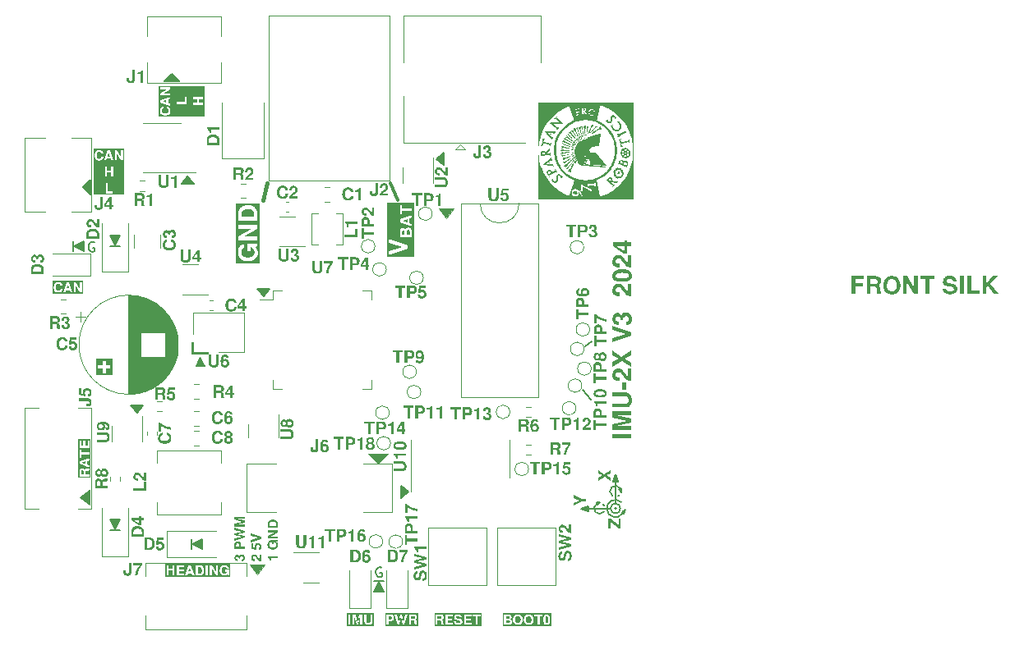
<source format=gbr>
%TF.GenerationSoftware,KiCad,Pcbnew,8.0.5-8.0.5-0~ubuntu22.04.1*%
%TF.CreationDate,2024-09-14T12:25:03-07:00*%
%TF.ProjectId,IMU-2X,494d552d-3258-42e6-9b69-6361645f7063,2*%
%TF.SameCoordinates,Original*%
%TF.FileFunction,Legend,Top*%
%TF.FilePolarity,Positive*%
%FSLAX46Y46*%
G04 Gerber Fmt 4.6, Leading zero omitted, Abs format (unit mm)*
G04 Created by KiCad (PCBNEW 8.0.5-8.0.5-0~ubuntu22.04.1) date 2024-09-14 12:25:03*
%MOMM*%
%LPD*%
G01*
G04 APERTURE LIST*
%ADD10C,0.150000*%
%ADD11C,0.152400*%
%ADD12C,0.202000*%
%ADD13C,0.304800*%
%ADD14C,0.381000*%
%ADD15C,0.200000*%
%ADD16C,0.300000*%
%ADD17C,0.228600*%
%ADD18C,0.254000*%
%ADD19C,0.120000*%
%ADD20C,0.100000*%
%ADD21C,0.000000*%
G04 APERTURE END LIST*
D10*
X145796000Y-88011000D02*
X144526000Y-88011000D01*
X145161000Y-87249000D01*
X145796000Y-88011000D01*
G36*
X145796000Y-88011000D02*
G01*
X144526000Y-88011000D01*
X145161000Y-87249000D01*
X145796000Y-88011000D01*
G37*
X165354000Y-129006600D02*
X164338000Y-129006600D01*
X152985000Y-99662000D02*
X152350000Y-98900000D01*
X153620000Y-98900000D01*
X152985000Y-99662000D01*
G36*
X152985000Y-99662000D02*
G01*
X152350000Y-98900000D01*
X153620000Y-98900000D01*
X152985000Y-99662000D01*
G37*
D11*
X187365000Y-121173000D02*
X187265000Y-120923000D01*
X187665000Y-120923000D01*
X187365000Y-121173000D01*
G36*
X187365000Y-121173000D02*
G01*
X187265000Y-120923000D01*
X187665000Y-120923000D01*
X187365000Y-121173000D01*
G37*
D10*
X189977202Y-122037135D02*
G75*
G02*
X189865000Y-120904000I-747202J498135D01*
G01*
D11*
X189857039Y-119869544D02*
X189615000Y-119567266D01*
X189865000Y-119473000D01*
X189857039Y-119869544D01*
G36*
X189857039Y-119869544D02*
G01*
X189615000Y-119567266D01*
X189865000Y-119473000D01*
X189857039Y-119869544D01*
G37*
D10*
X137668000Y-123698000D02*
X137160000Y-122682000D01*
X138176000Y-122682000D01*
X137668000Y-123698000D01*
G36*
X137668000Y-123698000D02*
G01*
X137160000Y-122682000D01*
X138176000Y-122682000D01*
X137668000Y-123698000D01*
G37*
D12*
X189331000Y-121539000D02*
G75*
G02*
X189129000Y-121539000I-101000J0D01*
G01*
X189129000Y-121539000D02*
G75*
G02*
X189331000Y-121539000I101000J0D01*
G01*
D10*
X167862000Y-119835000D02*
X167100000Y-120470000D01*
X167100000Y-119200000D01*
X167862000Y-119835000D01*
G36*
X167862000Y-119835000D02*
G01*
X167100000Y-120470000D01*
X167100000Y-119200000D01*
X167862000Y-119835000D01*
G37*
X186436000Y-121793000D02*
X185674000Y-121539000D01*
X186436000Y-121285000D01*
X186436000Y-121793000D01*
G36*
X186436000Y-121793000D02*
G01*
X185674000Y-121539000D01*
X186436000Y-121285000D01*
X186436000Y-121793000D01*
G37*
X189230000Y-117983000D02*
X189230000Y-121031000D01*
X186105800Y-104775000D02*
X186791600Y-104292400D01*
X137160000Y-94508320D02*
X138176000Y-94508320D01*
X137668000Y-94406720D02*
X137160000Y-93390720D01*
X138176000Y-93390720D01*
X137668000Y-94406720D01*
G36*
X137668000Y-94406720D02*
G01*
X137160000Y-93390720D01*
X138176000Y-93390720D01*
X137668000Y-94406720D01*
G37*
X189484000Y-118745000D02*
X188976000Y-118745000D01*
X189230000Y-117983000D01*
X189484000Y-118745000D01*
G36*
X189484000Y-118745000D02*
G01*
X188976000Y-118745000D01*
X189230000Y-117983000D01*
X189484000Y-118745000D01*
G37*
X137160000Y-123799600D02*
X138176000Y-123799600D01*
X171577000Y-86106000D02*
X170815000Y-85471000D01*
X171577000Y-84836000D01*
X171577000Y-86106000D01*
G36*
X171577000Y-86106000D02*
G01*
X170815000Y-85471000D01*
X171577000Y-84836000D01*
X171577000Y-86106000D01*
G37*
X189631609Y-120162609D02*
G75*
G02*
X189484000Y-120269000I-401609J401609D01*
G01*
X188051572Y-121854048D02*
G75*
G02*
X187325000Y-121031000I-472572J315048D01*
G01*
D13*
X166050000Y-88000000D02*
X166800000Y-89700000D01*
D10*
X139954000Y-111633000D02*
X139319000Y-110871000D01*
X140589000Y-110871000D01*
X139954000Y-111633000D01*
G36*
X139954000Y-111633000D02*
G01*
X139319000Y-110871000D01*
X140589000Y-110871000D01*
X139954000Y-111633000D01*
G37*
X185877200Y-109270800D02*
X186690000Y-110286800D01*
X146685000Y-125730000D02*
X145669000Y-125222000D01*
X146685000Y-124714000D01*
X146685000Y-125730000D01*
G36*
X146685000Y-125730000D02*
G01*
X145669000Y-125222000D01*
X146685000Y-124714000D01*
X146685000Y-125730000D01*
G37*
X187980609Y-121137391D02*
G75*
G02*
X188087000Y-121285000I-401609J-401609D01*
G01*
X189738000Y-121539000D02*
G75*
G02*
X188722000Y-121539000I-508000J0D01*
G01*
X188722000Y-121539000D02*
G75*
G02*
X189738000Y-121539000I508000J0D01*
G01*
D14*
X153350000Y-88000000D02*
X152900000Y-89700000D01*
D10*
X133350000Y-93980000D02*
X133350000Y-94996000D01*
X185674000Y-121539000D02*
X188722000Y-121539000D01*
X188914952Y-120233572D02*
G75*
G02*
X189738000Y-119507000I315048J472572D01*
G01*
X134467600Y-94996000D02*
X133451600Y-94488000D01*
X134467600Y-93980000D01*
X134467600Y-94996000D01*
G36*
X134467600Y-94996000D02*
G01*
X133451600Y-94488000D01*
X134467600Y-93980000D01*
X134467600Y-94996000D01*
G37*
X165354000Y-130124200D02*
X164338000Y-130124200D01*
X164846000Y-129108200D01*
X165354000Y-130124200D01*
G36*
X165354000Y-130124200D02*
G01*
X164338000Y-130124200D01*
X164846000Y-129108200D01*
X165354000Y-130124200D01*
G37*
X145567400Y-124714000D02*
X145567400Y-125730000D01*
D11*
X190115000Y-122073000D02*
X189915000Y-121923000D01*
X190246000Y-121666000D01*
X190115000Y-122073000D01*
G36*
X190115000Y-122073000D02*
G01*
X189915000Y-121923000D01*
X190246000Y-121666000D01*
X190115000Y-122073000D01*
G37*
D13*
G36*
X185737757Y-120566603D02*
G01*
X186220100Y-120566603D01*
X186220100Y-120834606D01*
X185737757Y-120834606D01*
X184917618Y-121267009D01*
X184917618Y-120968607D01*
X185493018Y-120702466D01*
X184917618Y-120454315D01*
X184917618Y-120154053D01*
X185737757Y-120566603D01*
G37*
D15*
G36*
X151393870Y-90654665D02*
G01*
X151504615Y-90661304D01*
X151604097Y-90675908D01*
X151719222Y-90707773D01*
X151814325Y-90753799D01*
X151889406Y-90813988D01*
X151955103Y-90909139D01*
X151985135Y-91001193D01*
X151995146Y-91107408D01*
X151995146Y-91468932D01*
X150711431Y-91468932D01*
X150711431Y-91107408D01*
X150717083Y-91026419D01*
X150742201Y-90930825D01*
X150787413Y-90849393D01*
X150852720Y-90782123D01*
X150938121Y-90729016D01*
X151043617Y-90690070D01*
X151135925Y-90670155D01*
X151239537Y-90658206D01*
X151354452Y-90654223D01*
X151393870Y-90654665D01*
G37*
G36*
X152598116Y-96249209D02*
G01*
X150127073Y-96249209D01*
X150127073Y-95091158D01*
X150338740Y-95091158D01*
X150339850Y-95143175D01*
X150348734Y-95243501D01*
X150366502Y-95338884D01*
X150393154Y-95429324D01*
X150438962Y-95535421D01*
X150498652Y-95633793D01*
X150556398Y-95706930D01*
X150623028Y-95775123D01*
X150696673Y-95836628D01*
X150775698Y-95889932D01*
X150860104Y-95935035D01*
X150949889Y-95971938D01*
X151045053Y-96000640D01*
X151145598Y-96021141D01*
X151251523Y-96033442D01*
X151362827Y-96037542D01*
X151471601Y-96033500D01*
X151575519Y-96021374D01*
X151674581Y-96001163D01*
X151768786Y-95972868D01*
X151858135Y-95936489D01*
X151942627Y-95892025D01*
X152022263Y-95839477D01*
X152097043Y-95778845D01*
X152164872Y-95712012D01*
X152236941Y-95622397D01*
X152294879Y-95526035D01*
X152338685Y-95422926D01*
X152368361Y-95313068D01*
X152381927Y-95220324D01*
X152386449Y-95123262D01*
X152385278Y-95074633D01*
X152374086Y-94971968D01*
X152351042Y-94878653D01*
X152311538Y-94785932D01*
X152280181Y-94734537D01*
X152221551Y-94661001D01*
X152149009Y-94591735D01*
X152072848Y-94533749D01*
X152330150Y-94485825D01*
X152330150Y-94244343D01*
X151274423Y-94244343D01*
X151274423Y-95026949D01*
X151609427Y-95026949D01*
X151609427Y-94582138D01*
X151615919Y-94582841D01*
X151708067Y-94601564D01*
X151795540Y-94638438D01*
X151856086Y-94677713D01*
X151923027Y-94743126D01*
X151952076Y-94784751D01*
X151996542Y-94871544D01*
X152007887Y-94901121D01*
X152034230Y-94991122D01*
X152043535Y-95078130D01*
X152040518Y-95137722D01*
X152020719Y-95235467D01*
X151982440Y-95324884D01*
X151925681Y-95405974D01*
X151850443Y-95478738D01*
X151838270Y-95488385D01*
X151747209Y-95547338D01*
X151661004Y-95585926D01*
X151567275Y-95613488D01*
X151466022Y-95630026D01*
X151357244Y-95635538D01*
X151337603Y-95635396D01*
X151243422Y-95630402D01*
X151139251Y-95614993D01*
X151044732Y-95589312D01*
X150946657Y-95546367D01*
X150861718Y-95489440D01*
X150819624Y-95451221D01*
X150759465Y-95376186D01*
X150716495Y-95290777D01*
X150690713Y-95194992D01*
X150682118Y-95088831D01*
X150687018Y-95002965D01*
X150706925Y-94906694D01*
X150751025Y-94807392D01*
X150817175Y-94725789D01*
X150905375Y-94661886D01*
X150995719Y-94622153D01*
X150995719Y-94244343D01*
X150958349Y-94249798D01*
X150852150Y-94275081D01*
X150754817Y-94313745D01*
X150666350Y-94365789D01*
X150586748Y-94431214D01*
X150516013Y-94510020D01*
X150455768Y-94599774D01*
X150407987Y-94698394D01*
X150377691Y-94787349D01*
X150356052Y-94882462D01*
X150343068Y-94983731D01*
X150338740Y-95091158D01*
X150127073Y-95091158D01*
X150127073Y-92692160D01*
X150376428Y-92692160D01*
X151705740Y-92692160D01*
X150376428Y-93466391D01*
X150376428Y-93879096D01*
X152330150Y-93879096D01*
X152330150Y-93477092D01*
X150979434Y-93477092D01*
X152330150Y-92692160D01*
X152330150Y-92290156D01*
X150376428Y-92290156D01*
X150376428Y-92692160D01*
X150127073Y-92692160D01*
X150127073Y-91107408D01*
X150376428Y-91107408D01*
X150376428Y-91870937D01*
X152330150Y-91870937D01*
X152330150Y-91107408D01*
X152329259Y-91055054D01*
X152322134Y-90955877D01*
X152303209Y-90842271D01*
X152273152Y-90740184D01*
X152231963Y-90649615D01*
X152179641Y-90570564D01*
X152102161Y-90490908D01*
X152048211Y-90448252D01*
X151950770Y-90386481D01*
X151866045Y-90345457D01*
X151775300Y-90311891D01*
X151678536Y-90285784D01*
X151575752Y-90267136D01*
X151466948Y-90255948D01*
X151352125Y-90252218D01*
X151266230Y-90254316D01*
X151156704Y-90263640D01*
X151052891Y-90280423D01*
X150954793Y-90304665D01*
X150862409Y-90336366D01*
X150775739Y-90375526D01*
X150694783Y-90422145D01*
X150601625Y-90490908D01*
X150587104Y-90503480D01*
X150522083Y-90571846D01*
X150469693Y-90649390D01*
X150429935Y-90736112D01*
X150406526Y-90814105D01*
X150388185Y-90913666D01*
X150378988Y-91012669D01*
X150376428Y-91107408D01*
X150127073Y-91107408D01*
X150127073Y-90040551D01*
X152598116Y-90040551D01*
X152598116Y-96249209D01*
G37*
G36*
X150311623Y-126971054D02*
G01*
X150259741Y-126968445D01*
X150208159Y-126959645D01*
X150172907Y-126948969D01*
X150125301Y-126927459D01*
X150082991Y-126897526D01*
X150078610Y-126893383D01*
X150045883Y-126854164D01*
X150023520Y-126813975D01*
X150005295Y-126766669D01*
X149995727Y-126727370D01*
X149989719Y-126677731D01*
X149988531Y-126642255D01*
X149991174Y-126589183D01*
X150000940Y-126532604D01*
X150017902Y-126481771D01*
X150042060Y-126436686D01*
X150063721Y-126408000D01*
X150104355Y-126369785D01*
X150151318Y-126342489D01*
X150204608Y-126326111D01*
X150256428Y-126320737D01*
X150264226Y-126320651D01*
X150314174Y-126325083D01*
X150362142Y-126339887D01*
X150385324Y-126352167D01*
X150425390Y-126384121D01*
X150460484Y-126424885D01*
X150480118Y-126453660D01*
X150504959Y-126408995D01*
X150536153Y-126367886D01*
X150574832Y-126333021D01*
X150582356Y-126327848D01*
X150627438Y-126305102D01*
X150679088Y-126291797D01*
X150731742Y-126287896D01*
X150785346Y-126291289D01*
X150834675Y-126301470D01*
X150886822Y-126321926D01*
X150933151Y-126351621D01*
X150968230Y-126384426D01*
X151002459Y-126429673D01*
X151028281Y-126481165D01*
X151043722Y-126530273D01*
X151052987Y-126583969D01*
X151056075Y-126642255D01*
X151052935Y-126698461D01*
X151043513Y-126750200D01*
X151027809Y-126797473D01*
X151001550Y-126846979D01*
X150966741Y-126890406D01*
X150924689Y-126926349D01*
X150876699Y-126953625D01*
X150822773Y-126972232D01*
X150771824Y-126981282D01*
X150726035Y-126983958D01*
X150726035Y-126789656D01*
X150779923Y-126781680D01*
X150828702Y-126760443D01*
X150865866Y-126720440D01*
X150882126Y-126671672D01*
X150884603Y-126638036D01*
X150877559Y-126588497D01*
X150854217Y-126543849D01*
X150841921Y-126530091D01*
X150799703Y-126501253D01*
X150748175Y-126488564D01*
X150731742Y-126487905D01*
X150679693Y-126495412D01*
X150635212Y-126517931D01*
X150599395Y-126555507D01*
X150580122Y-126598084D01*
X150572678Y-126647342D01*
X150570284Y-126701068D01*
X150570196Y-126715211D01*
X150435947Y-126715211D01*
X150435947Y-126698089D01*
X150432209Y-126647046D01*
X150417855Y-126597214D01*
X150387502Y-126554822D01*
X150342496Y-126529387D01*
X150292258Y-126521082D01*
X150282838Y-126520909D01*
X150233223Y-126527226D01*
X150187280Y-126551883D01*
X150185066Y-126553913D01*
X150157765Y-126596420D01*
X150150077Y-126646721D01*
X150156323Y-126698554D01*
X150181700Y-126743715D01*
X150194496Y-126753923D01*
X150241933Y-126773953D01*
X150291533Y-126782760D01*
X150328746Y-126785190D01*
X150328746Y-126971054D01*
X150311623Y-126971054D01*
G37*
G36*
X150361630Y-124932785D02*
G01*
X150414315Y-124941841D01*
X150462480Y-124956933D01*
X150512962Y-124982171D01*
X150557292Y-125015627D01*
X150594035Y-125055825D01*
X150621753Y-125101509D01*
X150640447Y-125152679D01*
X150650116Y-125209336D01*
X150651590Y-125244174D01*
X150651590Y-125511432D01*
X151023320Y-125511432D01*
X151023320Y-125725834D01*
X149981335Y-125725834D01*
X149981335Y-125311422D01*
X150160003Y-125311422D01*
X150160003Y-125511432D01*
X150472921Y-125511432D01*
X150472921Y-125311422D01*
X150467451Y-125254582D01*
X150447243Y-125203132D01*
X150412144Y-125167689D01*
X150362154Y-125148252D01*
X150317331Y-125144169D01*
X150267152Y-125148978D01*
X150220552Y-125167061D01*
X150198715Y-125184866D01*
X150172252Y-125229120D01*
X150161364Y-125280813D01*
X150160003Y-125311422D01*
X149981335Y-125311422D01*
X149981335Y-125265515D01*
X149984248Y-125207156D01*
X149992990Y-125154172D01*
X150007559Y-125106562D01*
X150031922Y-125057809D01*
X150064217Y-125016371D01*
X150104040Y-124982626D01*
X150150988Y-124957169D01*
X150205061Y-124940000D01*
X150257079Y-124931881D01*
X150304427Y-124929767D01*
X150361630Y-124932785D01*
G37*
G36*
X151023320Y-123824007D02*
G01*
X151023320Y-124016820D01*
X150210130Y-124191270D01*
X151023320Y-124361501D01*
X151023320Y-124554315D01*
X149981335Y-124848869D01*
X149981335Y-124621563D01*
X150761769Y-124460017D01*
X149981335Y-124298471D01*
X149981335Y-124087047D01*
X150763258Y-123918304D01*
X149981335Y-123762466D01*
X149981335Y-123535159D01*
X151023320Y-123824007D01*
G37*
G36*
X150211370Y-123184771D02*
G01*
X151023320Y-123184771D01*
X151023320Y-123399173D01*
X149981335Y-123399173D01*
X149981335Y-123079058D01*
X150810406Y-122890464D01*
X149981335Y-122707329D01*
X149981335Y-122384484D01*
X151023320Y-122384484D01*
X151023320Y-122598887D01*
X150211370Y-122598887D01*
X151023320Y-122783263D01*
X151023320Y-122997665D01*
X150211370Y-123184771D01*
G37*
G36*
X152017014Y-126289384D02*
G01*
X152068220Y-126292947D01*
X152121019Y-126305094D01*
X152170123Y-126325863D01*
X152214600Y-126353087D01*
X152253858Y-126384945D01*
X152285017Y-126417927D01*
X152316099Y-126456635D01*
X152348134Y-126499598D01*
X152370877Y-126532324D01*
X152401295Y-126575653D01*
X152433737Y-126617796D01*
X152456489Y-126645233D01*
X152491606Y-126681560D01*
X152533370Y-126712738D01*
X152551531Y-126722407D01*
X152551531Y-126293603D01*
X152730200Y-126293603D01*
X152730200Y-126982469D01*
X152679748Y-126978296D01*
X152626027Y-126969701D01*
X152577839Y-126957092D01*
X152529542Y-126937767D01*
X152508105Y-126926139D01*
X152466431Y-126896501D01*
X152429177Y-126862450D01*
X152391188Y-126820823D01*
X152358039Y-126779114D01*
X152335640Y-126748215D01*
X152300522Y-126698917D01*
X152268373Y-126655556D01*
X152233712Y-126611360D01*
X152198677Y-126570604D01*
X152162182Y-126535302D01*
X152115840Y-126507327D01*
X152066493Y-126493025D01*
X152021233Y-126489394D01*
X151968970Y-126494733D01*
X151922512Y-126512567D01*
X151901872Y-126527361D01*
X151870524Y-126569211D01*
X151858582Y-126619979D01*
X151858198Y-126632329D01*
X151866020Y-126682939D01*
X151891940Y-126726176D01*
X151905595Y-126738785D01*
X151950005Y-126763368D01*
X152001832Y-126774936D01*
X152036866Y-126776752D01*
X152069870Y-126776752D01*
X152069870Y-126968325D01*
X152034137Y-126969566D01*
X151976602Y-126966477D01*
X151924039Y-126957212D01*
X151876450Y-126941771D01*
X151827213Y-126915949D01*
X151784745Y-126881720D01*
X151749936Y-126839963D01*
X151723677Y-126791556D01*
X151705967Y-126736500D01*
X151697592Y-126684016D01*
X151695411Y-126636547D01*
X151698473Y-126578864D01*
X151707660Y-126525857D01*
X151722970Y-126477525D01*
X151748573Y-126427049D01*
X151782512Y-126382937D01*
X151823504Y-126346485D01*
X151870267Y-126318985D01*
X151922801Y-126300439D01*
X151972423Y-126291668D01*
X152017014Y-126289384D01*
G37*
G36*
X151716752Y-125141191D02*
G01*
X151895420Y-125141191D01*
X151895420Y-125560069D01*
X152107093Y-125593073D01*
X152077344Y-125546149D01*
X152057331Y-125497222D01*
X152047054Y-125446294D01*
X152045552Y-125417135D01*
X152048971Y-125366483D01*
X152061606Y-125312020D01*
X152083550Y-125262544D01*
X152114803Y-125218056D01*
X152142827Y-125189332D01*
X152188090Y-125155007D01*
X152238982Y-125129112D01*
X152287084Y-125113627D01*
X152339320Y-125104336D01*
X152395692Y-125101239D01*
X152445567Y-125103717D01*
X152501355Y-125113232D01*
X152552710Y-125129883D01*
X152599634Y-125153670D01*
X152642126Y-125184594D01*
X152661710Y-125202732D01*
X152696118Y-125242956D01*
X152723406Y-125287507D01*
X152743576Y-125336385D01*
X152756628Y-125389590D01*
X152762560Y-125447122D01*
X152762955Y-125467261D01*
X152760068Y-125520516D01*
X152751405Y-125569914D01*
X152733999Y-125622672D01*
X152708732Y-125670181D01*
X152680818Y-125706727D01*
X152642448Y-125742730D01*
X152599210Y-125770183D01*
X152551103Y-125789087D01*
X152498128Y-125799442D01*
X152465671Y-125801520D01*
X152465671Y-125604488D01*
X152514693Y-125595320D01*
X152560030Y-125565839D01*
X152585463Y-125516454D01*
X152591483Y-125464283D01*
X152584260Y-125412020D01*
X152560131Y-125365562D01*
X152540116Y-125344923D01*
X152496321Y-125318309D01*
X152446918Y-125304703D01*
X152399911Y-125301248D01*
X152346665Y-125305513D01*
X152296939Y-125320057D01*
X152256480Y-125344923D01*
X152222579Y-125385691D01*
X152206625Y-125432702D01*
X152204120Y-125464283D01*
X152211657Y-125518019D01*
X152237356Y-125562965D01*
X152281295Y-125593073D01*
X152281295Y-125772983D01*
X151716752Y-125682904D01*
X151716752Y-125141191D01*
G37*
G36*
X152730200Y-124488306D02*
G01*
X152730200Y-124669953D01*
X151688215Y-125021582D01*
X151688215Y-124805691D01*
X152472867Y-124574167D01*
X151688215Y-124346860D01*
X151688215Y-124130969D01*
X152730200Y-124488306D01*
G37*
G36*
X153738039Y-126685185D02*
G01*
X153738039Y-126928124D01*
X153605278Y-126928124D01*
X153602440Y-126865738D01*
X153593925Y-126810098D01*
X153579734Y-126761204D01*
X153554013Y-126709575D01*
X153519422Y-126668487D01*
X153475962Y-126637941D01*
X153423632Y-126617936D01*
X153423632Y-126485175D01*
X154437080Y-126485175D01*
X154437080Y-126685185D01*
X153738039Y-126685185D01*
G37*
G36*
X153725383Y-125028282D02*
G01*
X153677200Y-125049473D01*
X153630160Y-125083555D01*
X153594880Y-125127077D01*
X153571360Y-125180037D01*
X153560743Y-125231382D01*
X153558130Y-125277178D01*
X153562713Y-125333796D01*
X153576464Y-125384882D01*
X153599381Y-125430434D01*
X153631466Y-125470452D01*
X153653916Y-125490835D01*
X153699217Y-125521197D01*
X153751523Y-125544101D01*
X153801934Y-125557797D01*
X153857491Y-125566015D01*
X153907721Y-125568679D01*
X153918196Y-125568755D01*
X153976211Y-125565815D01*
X154030213Y-125556995D01*
X154080202Y-125542295D01*
X154126178Y-125521715D01*
X154174744Y-125490273D01*
X154181236Y-125485128D01*
X154221363Y-125446321D01*
X154251634Y-125403072D01*
X154272050Y-125355383D01*
X154282610Y-125303253D01*
X154284219Y-125271470D01*
X154279256Y-125225066D01*
X154265206Y-125177065D01*
X154259155Y-125161291D01*
X154235441Y-125115001D01*
X154219948Y-125092802D01*
X154184245Y-125057914D01*
X154151954Y-125036968D01*
X154105302Y-125017302D01*
X154056156Y-125007316D01*
X154052694Y-125006941D01*
X154052694Y-125244174D01*
X153874025Y-125244174D01*
X153874025Y-124826784D01*
X154437080Y-124826784D01*
X154437080Y-124955574D01*
X154299852Y-124981134D01*
X154340471Y-125012060D01*
X154379160Y-125049002D01*
X154410429Y-125088220D01*
X154427153Y-125115631D01*
X154448222Y-125165082D01*
X154460512Y-125214851D01*
X154466481Y-125269605D01*
X154467106Y-125295541D01*
X154464694Y-125347307D01*
X154457459Y-125396771D01*
X154441632Y-125455361D01*
X154418269Y-125510353D01*
X154387368Y-125561746D01*
X154348932Y-125609541D01*
X154312756Y-125645185D01*
X154272874Y-125677522D01*
X154230401Y-125705548D01*
X154185338Y-125729262D01*
X154137686Y-125748664D01*
X154087443Y-125763755D01*
X154034610Y-125774534D01*
X153979187Y-125781001D01*
X153921174Y-125783157D01*
X153861812Y-125780970D01*
X153805319Y-125774410D01*
X153751695Y-125763475D01*
X153700940Y-125748168D01*
X153653055Y-125728486D01*
X153608039Y-125704431D01*
X153565892Y-125676002D01*
X153526614Y-125643200D01*
X153491079Y-125606830D01*
X153460281Y-125567824D01*
X153428446Y-125515359D01*
X153404015Y-125458774D01*
X153389801Y-125410539D01*
X153380325Y-125359668D01*
X153375587Y-125306161D01*
X153374994Y-125278418D01*
X153377303Y-125221124D01*
X153384227Y-125167114D01*
X153395769Y-125116387D01*
X153411926Y-125068944D01*
X153437409Y-125016347D01*
X153469540Y-124968478D01*
X153507265Y-124926449D01*
X153549720Y-124891555D01*
X153596902Y-124863798D01*
X153648813Y-124843177D01*
X153705453Y-124829693D01*
X153725383Y-124826784D01*
X153725383Y-125028282D01*
G37*
G36*
X154437080Y-123998953D02*
G01*
X153716698Y-124417583D01*
X154437080Y-124417583D01*
X154437080Y-124631986D01*
X153395095Y-124631986D01*
X153395095Y-124411876D01*
X154104061Y-123998953D01*
X153395095Y-123998953D01*
X153395095Y-123784551D01*
X154437080Y-123784551D01*
X154437080Y-123998953D01*
G37*
G36*
X153976706Y-122699640D02*
G01*
X154034734Y-122705607D01*
X154089552Y-122715552D01*
X154141160Y-122729476D01*
X154189557Y-122747378D01*
X154234744Y-122769258D01*
X154286712Y-122802202D01*
X154315486Y-122824952D01*
X154356809Y-122867435D01*
X154384713Y-122909595D01*
X154406681Y-122957899D01*
X154422711Y-123012345D01*
X154432805Y-123072935D01*
X154436605Y-123125830D01*
X154437080Y-123153752D01*
X154437080Y-123560967D01*
X153395095Y-123560967D01*
X153395095Y-123153752D01*
X153573763Y-123153752D01*
X153573763Y-123346565D01*
X154258411Y-123346565D01*
X154258411Y-123153752D01*
X154253072Y-123097104D01*
X154237055Y-123048009D01*
X154202017Y-122997261D01*
X154161973Y-122965161D01*
X154111252Y-122940613D01*
X154049852Y-122923619D01*
X153996794Y-122915829D01*
X153937730Y-122912289D01*
X153916707Y-122912053D01*
X153855420Y-122914177D01*
X153800160Y-122920550D01*
X153750929Y-122931172D01*
X153694664Y-122951943D01*
X153649117Y-122980267D01*
X153614287Y-123016144D01*
X153590174Y-123059574D01*
X153576777Y-123110558D01*
X153573763Y-123153752D01*
X153395095Y-123153752D01*
X153396460Y-123103224D01*
X153401365Y-123050423D01*
X153411147Y-122997324D01*
X153423632Y-122955727D01*
X153444836Y-122909475D01*
X153472777Y-122868119D01*
X153507455Y-122831657D01*
X153515200Y-122824952D01*
X153564884Y-122788278D01*
X153608060Y-122763415D01*
X153654284Y-122742529D01*
X153703556Y-122725622D01*
X153755875Y-122712693D01*
X153811242Y-122703742D01*
X153869656Y-122698770D01*
X153915467Y-122697651D01*
X153976706Y-122699640D01*
G37*
D13*
G36*
X188473618Y-122603078D02*
G01*
X188696954Y-122603078D01*
X189552764Y-123267502D01*
X189552764Y-122603078D01*
X189776100Y-122603078D01*
X189776100Y-123582033D01*
X189552764Y-123582033D01*
X188696954Y-122915748D01*
X188696954Y-123582033D01*
X188473618Y-123582033D01*
X188473618Y-122603078D01*
G37*
D15*
G36*
X137166383Y-85224667D02*
G01*
X136894906Y-85224667D01*
X137030644Y-84817452D01*
X137166383Y-85224667D01*
G37*
G36*
X138597200Y-89140169D02*
G01*
X135450688Y-89140169D01*
X135450688Y-89027280D01*
X136724178Y-89027280D01*
X137437363Y-89027280D01*
X137437363Y-88848611D01*
X136938580Y-88848611D01*
X136938580Y-87985295D01*
X136724178Y-87985295D01*
X136724178Y-89027280D01*
X135450688Y-89027280D01*
X135450688Y-87320400D01*
X136631866Y-87320400D01*
X136846268Y-87320400D01*
X136846268Y-86847176D01*
X137259191Y-86847176D01*
X137259191Y-87320400D01*
X137473593Y-87320400D01*
X137473593Y-86278415D01*
X137257950Y-86278415D01*
X137257950Y-86668508D01*
X136846268Y-86668508D01*
X136846268Y-86278415D01*
X136631866Y-86278415D01*
X136631866Y-87320400D01*
X135450688Y-87320400D01*
X135450688Y-85101833D01*
X135563577Y-85101833D01*
X135564074Y-85132875D01*
X135568053Y-85192493D01*
X135576009Y-85248823D01*
X135587943Y-85301865D01*
X135603856Y-85351620D01*
X135623747Y-85398086D01*
X135654205Y-85451545D01*
X135690878Y-85499866D01*
X135724107Y-85534181D01*
X135769591Y-85570640D01*
X135819461Y-85599951D01*
X135873718Y-85622112D01*
X135932360Y-85637125D01*
X135982432Y-85643988D01*
X136035312Y-85646275D01*
X136047398Y-85646173D01*
X136105642Y-85642585D01*
X136160239Y-85633872D01*
X136211189Y-85620033D01*
X136227435Y-85613520D01*
X136546254Y-85613520D01*
X136764875Y-85613520D01*
X136834853Y-85403336D01*
X137225194Y-85403336D01*
X137293684Y-85613520D01*
X137513794Y-85613520D01*
X137636877Y-85613520D01*
X137851279Y-85613520D01*
X137851279Y-84893138D01*
X138269909Y-85613520D01*
X138484311Y-85613520D01*
X138484311Y-84571535D01*
X138269909Y-84571535D01*
X138269909Y-85280501D01*
X137856986Y-84571535D01*
X137636877Y-84571535D01*
X137636877Y-85613520D01*
X137513794Y-85613520D01*
X137153727Y-84571535D01*
X136916247Y-84571535D01*
X136684330Y-85224667D01*
X136546254Y-85613520D01*
X136227435Y-85613520D01*
X136258491Y-85601070D01*
X136302146Y-85576980D01*
X136349719Y-85541308D01*
X136384568Y-85506706D01*
X136419301Y-85460434D01*
X136446305Y-85408979D01*
X136462904Y-85362142D01*
X136474135Y-85311706D01*
X136479998Y-85257671D01*
X136271303Y-85257671D01*
X136268957Y-85276021D01*
X136256658Y-85326254D01*
X136233738Y-85373597D01*
X136201076Y-85412021D01*
X136189465Y-85421733D01*
X136145690Y-85447207D01*
X136094112Y-85462067D01*
X136041019Y-85466366D01*
X136025693Y-85465992D01*
X135975425Y-85458789D01*
X135924403Y-85439333D01*
X135880236Y-85407903D01*
X135847213Y-85370580D01*
X135842954Y-85364521D01*
X135816924Y-85318034D01*
X135797519Y-85264423D01*
X135786160Y-85212800D01*
X135779670Y-85155942D01*
X135777979Y-85104562D01*
X135778049Y-85093826D01*
X135780492Y-85042372D01*
X135788030Y-84985520D01*
X135800592Y-84934007D01*
X135821600Y-84880657D01*
X135849447Y-84834574D01*
X135858598Y-84822795D01*
X135899566Y-84783277D01*
X135947514Y-84755918D01*
X135995193Y-84741954D01*
X136048216Y-84737299D01*
X136091708Y-84740227D01*
X136148586Y-84755596D01*
X136195431Y-84784138D01*
X136232244Y-84825853D01*
X136255257Y-84870679D01*
X136271303Y-84924653D01*
X136475531Y-84924653D01*
X136471965Y-84892877D01*
X136461960Y-84842825D01*
X136443253Y-84787561D01*
X136417235Y-84737532D01*
X136383906Y-84692737D01*
X136343267Y-84653176D01*
X136304808Y-84624724D01*
X136254372Y-84596946D01*
X136199259Y-84576113D01*
X136149760Y-84564057D01*
X136097013Y-84556823D01*
X136041019Y-84554412D01*
X136000551Y-84555706D01*
X135949091Y-84561454D01*
X135888779Y-84575106D01*
X135832925Y-84595943D01*
X135781531Y-84623965D01*
X135734596Y-84659173D01*
X135692119Y-84701566D01*
X135669147Y-84730088D01*
X135635882Y-84781765D01*
X135613789Y-84826831D01*
X135595713Y-84875209D01*
X135581653Y-84926898D01*
X135571611Y-84981898D01*
X135565586Y-85040210D01*
X135563577Y-85101833D01*
X135450688Y-85101833D01*
X135450688Y-84441523D01*
X138597200Y-84441523D01*
X138597200Y-89140169D01*
G37*
D10*
X135531388Y-94091238D02*
X135436150Y-94043619D01*
X135436150Y-94043619D02*
X135293293Y-94043619D01*
X135293293Y-94043619D02*
X135150436Y-94091238D01*
X135150436Y-94091238D02*
X135055198Y-94186476D01*
X135055198Y-94186476D02*
X135007579Y-94281714D01*
X135007579Y-94281714D02*
X134959960Y-94472190D01*
X134959960Y-94472190D02*
X134959960Y-94615047D01*
X134959960Y-94615047D02*
X135007579Y-94805523D01*
X135007579Y-94805523D02*
X135055198Y-94900761D01*
X135055198Y-94900761D02*
X135150436Y-94996000D01*
X135150436Y-94996000D02*
X135293293Y-95043619D01*
X135293293Y-95043619D02*
X135388531Y-95043619D01*
X135388531Y-95043619D02*
X135531388Y-94996000D01*
X135531388Y-94996000D02*
X135579007Y-94948380D01*
X135579007Y-94948380D02*
X135579007Y-94615047D01*
X135579007Y-94615047D02*
X135388531Y-94615047D01*
D13*
G36*
X137412132Y-107814803D02*
G01*
X135694382Y-107814803D01*
X135694382Y-106796336D01*
X135906049Y-106796336D01*
X135906049Y-107115054D01*
X136393665Y-107115054D01*
X136393665Y-107603136D01*
X136712849Y-107603136D01*
X136712849Y-107115054D01*
X137200465Y-107115054D01*
X137200465Y-106796336D01*
X136712849Y-106796336D01*
X136712849Y-106308720D01*
X136393665Y-106308720D01*
X136393665Y-106796336D01*
X135906049Y-106796336D01*
X135694382Y-106796336D01*
X135694382Y-106097053D01*
X137412132Y-106097053D01*
X137412132Y-107814803D01*
G37*
D15*
G36*
X142963667Y-79657093D02*
G01*
X142556452Y-79521355D01*
X142963667Y-79385616D01*
X142963667Y-79657093D01*
G37*
G36*
X146879169Y-81101311D02*
G01*
X142180523Y-81101311D01*
X142180523Y-80510980D01*
X142293412Y-80510980D01*
X142294706Y-80551448D01*
X142300454Y-80602908D01*
X142314106Y-80663220D01*
X142334943Y-80719074D01*
X142362965Y-80770468D01*
X142398173Y-80817403D01*
X142440566Y-80859880D01*
X142469088Y-80882852D01*
X142520765Y-80916117D01*
X142565831Y-80938210D01*
X142614209Y-80956286D01*
X142665898Y-80970346D01*
X142720898Y-80980388D01*
X142779210Y-80986413D01*
X142840833Y-80988422D01*
X142871875Y-80987925D01*
X142931493Y-80983946D01*
X142987823Y-80975990D01*
X143040865Y-80964056D01*
X143090620Y-80948143D01*
X143137086Y-80928252D01*
X143190545Y-80897794D01*
X143238866Y-80861121D01*
X143273181Y-80827892D01*
X143309640Y-80782408D01*
X143338951Y-80732538D01*
X143361112Y-80678281D01*
X143376125Y-80619639D01*
X143382988Y-80569567D01*
X143385275Y-80516687D01*
X143385173Y-80504601D01*
X143381585Y-80446357D01*
X143372872Y-80391760D01*
X143359033Y-80340810D01*
X143340070Y-80293508D01*
X143315980Y-80249853D01*
X143280308Y-80202280D01*
X143245706Y-80167431D01*
X143199434Y-80132698D01*
X143147979Y-80105694D01*
X143101142Y-80089095D01*
X143050706Y-80077864D01*
X142996671Y-80072001D01*
X142996671Y-80280696D01*
X143015021Y-80283042D01*
X143065254Y-80295341D01*
X143112597Y-80318261D01*
X143151021Y-80350923D01*
X143160733Y-80362534D01*
X143186207Y-80406309D01*
X143201067Y-80457887D01*
X143205366Y-80510980D01*
X143204992Y-80526306D01*
X143197789Y-80576574D01*
X143178333Y-80627596D01*
X143146903Y-80671763D01*
X143109580Y-80704786D01*
X143103521Y-80709045D01*
X143057034Y-80735075D01*
X143003423Y-80754480D01*
X142951800Y-80765839D01*
X142894942Y-80772329D01*
X142843562Y-80774020D01*
X142832826Y-80773950D01*
X142781372Y-80771507D01*
X142724520Y-80763969D01*
X142673007Y-80751407D01*
X142619657Y-80730399D01*
X142573574Y-80702552D01*
X142561795Y-80693401D01*
X142522277Y-80652433D01*
X142494918Y-80604485D01*
X142480954Y-80556806D01*
X142476299Y-80503783D01*
X142479227Y-80460291D01*
X142494596Y-80403413D01*
X142523138Y-80356568D01*
X142564853Y-80319755D01*
X142609679Y-80296742D01*
X142663653Y-80280696D01*
X142663653Y-80076468D01*
X142631877Y-80080034D01*
X142581825Y-80090039D01*
X142526561Y-80108746D01*
X142476532Y-80134764D01*
X142431737Y-80168093D01*
X142392176Y-80208732D01*
X142363724Y-80247191D01*
X142335946Y-80297627D01*
X142315113Y-80352740D01*
X142303057Y-80402239D01*
X142295823Y-80454986D01*
X142293412Y-80510980D01*
X142180523Y-80510980D01*
X142180523Y-79398272D01*
X142310535Y-79398272D01*
X142310535Y-79521355D01*
X142310535Y-79635752D01*
X143352520Y-80005745D01*
X143352520Y-79787124D01*
X143142336Y-79717146D01*
X143142336Y-79613419D01*
X144017415Y-79613419D01*
X144017415Y-79827821D01*
X145059400Y-79827821D01*
X145059400Y-79294049D01*
X145724295Y-79294049D01*
X146114388Y-79294049D01*
X146114388Y-79705731D01*
X145724295Y-79705731D01*
X145724295Y-79920133D01*
X146766280Y-79920133D01*
X146766280Y-79705731D01*
X146293056Y-79705731D01*
X146293056Y-79292808D01*
X146766280Y-79292808D01*
X146766280Y-79078406D01*
X145724295Y-79078406D01*
X145724295Y-79294049D01*
X145059400Y-79294049D01*
X145059400Y-79114636D01*
X144880731Y-79114636D01*
X144880731Y-79613419D01*
X144017415Y-79613419D01*
X143142336Y-79613419D01*
X143142336Y-79326805D01*
X143352520Y-79258315D01*
X143352520Y-79038205D01*
X142310535Y-79398272D01*
X142180523Y-79398272D01*
X142180523Y-78282090D01*
X142310535Y-78282090D01*
X143019501Y-78282090D01*
X142310535Y-78695013D01*
X142310535Y-78915122D01*
X143352520Y-78915122D01*
X143352520Y-78700720D01*
X142632138Y-78700720D01*
X143352520Y-78282090D01*
X143352520Y-78067688D01*
X142310535Y-78067688D01*
X142310535Y-78282090D01*
X142180523Y-78282090D01*
X142180523Y-77954799D01*
X146879169Y-77954799D01*
X146879169Y-81101311D01*
G37*
D16*
G36*
X188908228Y-113861300D02*
G01*
X190861950Y-113861300D01*
X190861950Y-114263304D01*
X188908228Y-114263304D01*
X188908228Y-113861300D01*
G37*
G36*
X189339545Y-113034958D02*
G01*
X190861950Y-113034958D01*
X190861950Y-113436962D01*
X188908228Y-113436962D01*
X188908228Y-112836748D01*
X190462737Y-112483133D01*
X188908228Y-112139754D01*
X188908228Y-111534422D01*
X190861950Y-111534422D01*
X190861950Y-111936426D01*
X189339545Y-111936426D01*
X190861950Y-112282131D01*
X190861950Y-112684135D01*
X189339545Y-113034958D01*
G37*
G36*
X190904756Y-110135782D02*
G01*
X190918114Y-110231535D01*
X190923294Y-110330356D01*
X190923367Y-110343763D01*
X190919277Y-110442659D01*
X190907009Y-110538691D01*
X190904756Y-110551279D01*
X190880764Y-110646726D01*
X190846566Y-110738023D01*
X190837755Y-110757865D01*
X190790338Y-110844938D01*
X190732768Y-110921325D01*
X190714455Y-110941186D01*
X190639379Y-111003832D01*
X190552601Y-111052434D01*
X190514849Y-111068674D01*
X190425162Y-111096753D01*
X190327558Y-111113177D01*
X190231957Y-111117994D01*
X188908228Y-111117994D01*
X188908228Y-110715989D01*
X190231957Y-110715989D01*
X190332354Y-110706902D01*
X190430369Y-110672006D01*
X190503880Y-110610937D01*
X190552887Y-110523697D01*
X190575008Y-110431004D01*
X190580454Y-110343763D01*
X190571945Y-110236396D01*
X190539274Y-110131577D01*
X190482098Y-110052962D01*
X190400420Y-110000552D01*
X190294237Y-109974348D01*
X190231957Y-109971072D01*
X188908228Y-109971072D01*
X188908228Y-109569068D01*
X190231957Y-109569068D01*
X190327558Y-109573930D01*
X190425162Y-109590509D01*
X190514849Y-109618853D01*
X190601369Y-109659834D01*
X190679299Y-109713239D01*
X190714455Y-109745875D01*
X190774925Y-109819297D01*
X190825243Y-109903584D01*
X190837755Y-109929662D01*
X190874396Y-110021099D01*
X190901004Y-110116893D01*
X190904756Y-110135782D01*
G37*
G36*
X189945343Y-108566849D02*
G01*
X190307333Y-108566849D01*
X190307333Y-109295482D01*
X189945343Y-109295482D01*
X189945343Y-108566849D01*
G37*
G36*
X189524727Y-107097487D02*
G01*
X189620737Y-107104166D01*
X189719736Y-107126942D01*
X189811807Y-107165883D01*
X189895201Y-107216929D01*
X189968809Y-107276662D01*
X190027232Y-107338503D01*
X190085511Y-107411081D01*
X190145576Y-107491637D01*
X190188220Y-107552998D01*
X190245254Y-107634241D01*
X190306082Y-107713259D01*
X190348743Y-107764702D01*
X190414588Y-107832815D01*
X190492895Y-107891275D01*
X190526946Y-107909405D01*
X190526946Y-107105396D01*
X190861950Y-107105396D01*
X190861950Y-108397021D01*
X190767354Y-108389197D01*
X190666626Y-108373080D01*
X190576273Y-108349438D01*
X190485718Y-108313205D01*
X190445522Y-108291402D01*
X190367383Y-108235830D01*
X190297533Y-108171984D01*
X190226303Y-108093935D01*
X190164149Y-108015729D01*
X190122150Y-107957794D01*
X190056304Y-107865360D01*
X189996024Y-107784058D01*
X189931035Y-107701191D01*
X189865345Y-107624773D01*
X189796918Y-107558582D01*
X189710026Y-107506128D01*
X189617500Y-107479313D01*
X189532637Y-107472504D01*
X189434644Y-107482515D01*
X189347535Y-107515954D01*
X189308836Y-107543693D01*
X189250058Y-107622161D01*
X189227666Y-107717352D01*
X189226946Y-107740507D01*
X189241613Y-107835402D01*
X189290213Y-107916470D01*
X189315815Y-107940113D01*
X189399085Y-107986205D01*
X189496260Y-108007895D01*
X189561950Y-108011302D01*
X189623832Y-108011302D01*
X189623832Y-108370500D01*
X189556832Y-108372826D01*
X189448953Y-108367036D01*
X189350399Y-108349664D01*
X189261168Y-108320711D01*
X189168850Y-108272295D01*
X189089223Y-108208116D01*
X189023956Y-108129821D01*
X188974720Y-108039059D01*
X188941514Y-107935828D01*
X188925810Y-107837420D01*
X188921721Y-107748417D01*
X188927462Y-107640261D01*
X188944687Y-107540872D01*
X188973395Y-107450251D01*
X189021400Y-107355608D01*
X189085035Y-107272898D01*
X189161895Y-107204549D01*
X189249576Y-107152988D01*
X189348078Y-107118214D01*
X189441119Y-107101769D01*
X189524727Y-107097487D01*
G37*
G36*
X189864849Y-105873328D02*
G01*
X190861950Y-105246127D01*
X190861950Y-105723042D01*
X190184033Y-106098059D01*
X190861950Y-106470751D01*
X190861950Y-106936964D01*
X189878342Y-106320465D01*
X188908228Y-106915561D01*
X188908228Y-106438646D01*
X189551248Y-106095733D01*
X188908228Y-105736535D01*
X188908228Y-105270322D01*
X189864849Y-105873328D01*
G37*
G36*
X190861950Y-103402212D02*
G01*
X190861950Y-103742799D01*
X188908228Y-104402104D01*
X188908228Y-103997308D01*
X190379451Y-103563200D01*
X188908228Y-103137001D01*
X188908228Y-102732205D01*
X190861950Y-103402212D01*
G37*
G36*
X189527519Y-102585641D02*
G01*
X189430240Y-102580748D01*
X189333523Y-102564248D01*
X189267426Y-102544231D01*
X189178164Y-102503900D01*
X189098834Y-102447775D01*
X189090619Y-102440007D01*
X189029256Y-102366471D01*
X188987326Y-102291117D01*
X188953153Y-102202418D01*
X188935214Y-102128733D01*
X188923948Y-102035659D01*
X188921721Y-101969141D01*
X188926677Y-101869633D01*
X188944988Y-101763546D01*
X188976792Y-101668234D01*
X189022087Y-101583699D01*
X189062702Y-101529915D01*
X189138892Y-101458261D01*
X189226946Y-101407080D01*
X189326866Y-101376371D01*
X189424028Y-101366295D01*
X189438650Y-101366135D01*
X189532303Y-101374445D01*
X189622241Y-101402201D01*
X189665708Y-101425226D01*
X189740832Y-101485140D01*
X189806633Y-101561573D01*
X189843446Y-101615527D01*
X189890024Y-101531780D01*
X189948512Y-101454699D01*
X190021035Y-101389328D01*
X190035142Y-101379628D01*
X190119671Y-101336979D01*
X190216515Y-101312033D01*
X190315242Y-101304718D01*
X190415749Y-101311081D01*
X190508240Y-101330170D01*
X190606016Y-101368526D01*
X190692883Y-101424203D01*
X190758657Y-101485713D01*
X190822836Y-101570550D01*
X190871252Y-101667098D01*
X190900204Y-101759175D01*
X190917576Y-101859856D01*
X190923367Y-101969141D01*
X190917478Y-102074528D01*
X190899812Y-102171539D01*
X190870368Y-102260176D01*
X190821132Y-102353000D01*
X190755865Y-102434424D01*
X190677017Y-102501819D01*
X190587037Y-102552960D01*
X190485924Y-102587849D01*
X190390396Y-102604817D01*
X190304541Y-102609836D01*
X190304541Y-102245519D01*
X190405582Y-102230563D01*
X190497041Y-102190745D01*
X190566724Y-102115740D01*
X190597211Y-102024299D01*
X190601857Y-101961232D01*
X190588649Y-101868346D01*
X190544883Y-101784631D01*
X190521828Y-101758834D01*
X190442668Y-101704763D01*
X190346053Y-101680972D01*
X190315242Y-101679736D01*
X190217649Y-101693810D01*
X190134247Y-101736035D01*
X190067091Y-101806489D01*
X190030955Y-101886321D01*
X190016996Y-101978680D01*
X190012507Y-102079416D01*
X190012343Y-102105935D01*
X189760626Y-102105935D01*
X189760626Y-102073830D01*
X189753617Y-101978124D01*
X189726703Y-101884690D01*
X189669792Y-101805206D01*
X189585406Y-101757515D01*
X189491208Y-101741943D01*
X189473546Y-101741618D01*
X189380519Y-101753463D01*
X189294376Y-101799694D01*
X189290225Y-101803501D01*
X189239035Y-101883201D01*
X189224620Y-101977517D01*
X189236332Y-102074702D01*
X189283912Y-102159380D01*
X189307906Y-102178519D01*
X189396849Y-102216076D01*
X189489850Y-102232590D01*
X189559623Y-102237144D01*
X189559623Y-102585641D01*
X189527519Y-102585641D01*
G37*
G36*
X189524727Y-98344590D02*
G01*
X189620737Y-98351269D01*
X189719736Y-98374046D01*
X189811807Y-98412986D01*
X189895201Y-98464032D01*
X189968809Y-98523765D01*
X190027232Y-98585606D01*
X190085511Y-98658184D01*
X190145576Y-98738740D01*
X190188220Y-98800101D01*
X190245254Y-98881344D01*
X190306082Y-98960362D01*
X190348743Y-99011805D01*
X190414588Y-99079918D01*
X190492895Y-99138378D01*
X190526946Y-99156508D01*
X190526946Y-98352500D01*
X190861950Y-98352500D01*
X190861950Y-99644124D01*
X190767354Y-99636300D01*
X190666626Y-99620183D01*
X190576273Y-99596542D01*
X190485718Y-99560308D01*
X190445522Y-99538505D01*
X190367383Y-99482933D01*
X190297533Y-99419088D01*
X190226303Y-99341038D01*
X190164149Y-99262832D01*
X190122150Y-99204897D01*
X190056304Y-99112463D01*
X189996024Y-99031162D01*
X189931035Y-98948294D01*
X189865345Y-98871876D01*
X189796918Y-98805685D01*
X189710026Y-98753232D01*
X189617500Y-98726416D01*
X189532637Y-98719608D01*
X189434644Y-98729618D01*
X189347535Y-98763057D01*
X189308836Y-98790796D01*
X189250058Y-98869265D01*
X189227666Y-98964455D01*
X189226946Y-98987610D01*
X189241613Y-99082505D01*
X189290213Y-99163573D01*
X189315815Y-99187217D01*
X189399085Y-99233308D01*
X189496260Y-99254998D01*
X189561950Y-99258405D01*
X189623832Y-99258405D01*
X189623832Y-99617603D01*
X189556832Y-99619929D01*
X189448953Y-99614139D01*
X189350399Y-99596767D01*
X189261168Y-99567814D01*
X189168850Y-99519398D01*
X189089223Y-99455219D01*
X189023956Y-99376925D01*
X188974720Y-99286162D01*
X188941514Y-99182931D01*
X188925810Y-99084524D01*
X188921721Y-98995520D01*
X188927462Y-98887364D01*
X188944687Y-98787975D01*
X188973395Y-98697354D01*
X189021400Y-98602711D01*
X189085035Y-98520001D01*
X189161895Y-98451653D01*
X189249576Y-98400091D01*
X189348078Y-98365317D01*
X189441119Y-98348872D01*
X189524727Y-98344590D01*
G37*
G36*
X190038952Y-96859408D02*
G01*
X190137388Y-96864991D01*
X190241108Y-96875722D01*
X190316638Y-96887325D01*
X190408944Y-96907015D01*
X190507017Y-96936404D01*
X190600364Y-96973700D01*
X190627447Y-96986430D01*
X190710471Y-97035984D01*
X190780409Y-97097989D01*
X190837260Y-97172443D01*
X190847060Y-97188828D01*
X190887300Y-97277341D01*
X190912636Y-97377122D01*
X190922696Y-97476560D01*
X190923367Y-97511734D01*
X190917331Y-97613916D01*
X190899223Y-97706896D01*
X190864945Y-97799417D01*
X190847060Y-97833244D01*
X190792962Y-97909389D01*
X190718655Y-97979608D01*
X190637648Y-98031134D01*
X190628843Y-98035642D01*
X190537377Y-98075845D01*
X190440367Y-98108052D01*
X190348319Y-98130200D01*
X190316638Y-98136143D01*
X190216726Y-98150313D01*
X190120994Y-98159015D01*
X190018748Y-98164053D01*
X189923940Y-98165456D01*
X189806165Y-98163151D01*
X189695486Y-98156238D01*
X189591902Y-98144715D01*
X189495414Y-98128582D01*
X189384783Y-98101935D01*
X189285238Y-98068087D01*
X189196779Y-98027036D01*
X189180418Y-98017961D01*
X189092501Y-97955225D01*
X189022775Y-97877635D01*
X188971237Y-97785193D01*
X188937890Y-97677898D01*
X188923995Y-97577140D01*
X188921721Y-97511734D01*
X189224620Y-97511734D01*
X189242543Y-97604675D01*
X189302979Y-97683115D01*
X189376302Y-97726229D01*
X189467061Y-97754321D01*
X189571332Y-97772317D01*
X189679172Y-97782851D01*
X189782059Y-97788181D01*
X189896783Y-97790375D01*
X189921148Y-97790438D01*
X190019539Y-97789211D01*
X190123702Y-97784679D01*
X190228732Y-97775410D01*
X190329025Y-97759768D01*
X190348743Y-97755542D01*
X190442308Y-97728857D01*
X190525768Y-97687101D01*
X190552537Y-97662951D01*
X190594921Y-97576837D01*
X190601857Y-97511734D01*
X190586693Y-97419739D01*
X190553932Y-97362843D01*
X190472710Y-97307583D01*
X190379483Y-97275849D01*
X190351534Y-97268856D01*
X190255667Y-97251313D01*
X190154940Y-97240539D01*
X190054830Y-97234833D01*
X189960125Y-97232706D01*
X189926731Y-97232564D01*
X189833224Y-97233677D01*
X189726523Y-97238195D01*
X189631135Y-97246190D01*
X189531605Y-97260372D01*
X189436077Y-97283244D01*
X189381420Y-97303753D01*
X189298733Y-97354652D01*
X189239932Y-97432645D01*
X189224620Y-97511734D01*
X188921721Y-97511734D01*
X188927352Y-97410599D01*
X188944245Y-97318665D01*
X188976224Y-97227308D01*
X188992909Y-97193946D01*
X189049668Y-97111516D01*
X189122701Y-97042722D01*
X189203217Y-96992013D01*
X189293847Y-96950738D01*
X189391838Y-96917641D01*
X189486324Y-96894846D01*
X189519144Y-96888720D01*
X189611415Y-96875082D01*
X189711422Y-96865340D01*
X189805273Y-96860012D01*
X189905047Y-96857668D01*
X189934641Y-96857547D01*
X190038952Y-96859408D01*
G37*
G36*
X189524727Y-95381670D02*
G01*
X189620737Y-95388349D01*
X189719736Y-95411126D01*
X189811807Y-95450067D01*
X189895201Y-95501113D01*
X189968809Y-95560846D01*
X190027232Y-95622686D01*
X190085511Y-95695265D01*
X190145576Y-95775820D01*
X190188220Y-95837182D01*
X190245254Y-95918424D01*
X190306082Y-95997443D01*
X190348743Y-96048885D01*
X190414588Y-96116998D01*
X190492895Y-96175459D01*
X190526946Y-96193588D01*
X190526946Y-95389580D01*
X190861950Y-95389580D01*
X190861950Y-96681204D01*
X190767354Y-96673380D01*
X190666626Y-96657264D01*
X190576273Y-96633622D01*
X190485718Y-96597388D01*
X190445522Y-96575585D01*
X190367383Y-96520013D01*
X190297533Y-96456168D01*
X190226303Y-96378118D01*
X190164149Y-96299913D01*
X190122150Y-96241978D01*
X190056304Y-96149544D01*
X189996024Y-96068242D01*
X189931035Y-95985374D01*
X189865345Y-95908956D01*
X189796918Y-95842765D01*
X189710026Y-95790312D01*
X189617500Y-95763497D01*
X189532637Y-95756688D01*
X189434644Y-95766699D01*
X189347535Y-95800138D01*
X189308836Y-95827876D01*
X189250058Y-95906345D01*
X189227666Y-96001535D01*
X189226946Y-96024691D01*
X189241613Y-96119585D01*
X189290213Y-96200653D01*
X189315815Y-96224297D01*
X189399085Y-96270388D01*
X189496260Y-96292079D01*
X189561950Y-96295485D01*
X189623832Y-96295485D01*
X189623832Y-96654683D01*
X189556832Y-96657010D01*
X189448953Y-96651219D01*
X189350399Y-96633847D01*
X189261168Y-96604894D01*
X189168850Y-96556479D01*
X189089223Y-96492300D01*
X189023956Y-96414005D01*
X188974720Y-96323242D01*
X188941514Y-96220011D01*
X188925810Y-96121604D01*
X188921721Y-96032600D01*
X188927462Y-95924444D01*
X188944687Y-95825055D01*
X188973395Y-95734434D01*
X189021400Y-95639791D01*
X189085035Y-95557082D01*
X189161895Y-95488733D01*
X189249576Y-95437171D01*
X189348078Y-95402397D01*
X189441119Y-95385953D01*
X189524727Y-95381670D01*
G37*
G36*
X190441334Y-94079809D02*
G01*
X190861950Y-94079809D01*
X190861950Y-94454827D01*
X190441334Y-94454827D01*
X190441334Y-95216029D01*
X190124942Y-95216029D01*
X188961735Y-94521828D01*
X188961735Y-94454827D01*
X189318142Y-94454827D01*
X190130525Y-94950818D01*
X190130525Y-94454827D01*
X189318142Y-94454827D01*
X188961735Y-94454827D01*
X188961735Y-94079809D01*
X190130525Y-94079809D01*
X190130525Y-93881134D01*
X190441334Y-93881134D01*
X190441334Y-94079809D01*
G37*
D15*
G36*
X167429380Y-92824252D02*
G01*
X167494265Y-92897916D01*
X167504012Y-92965640D01*
X167507896Y-92992626D01*
X167507896Y-93269469D01*
X167227796Y-93269469D01*
X167227796Y-92992626D01*
X167232736Y-92931591D01*
X167277333Y-92842668D01*
X167368311Y-92813027D01*
X167429380Y-92824252D01*
G37*
G36*
X167958199Y-92792106D02*
G01*
X168025060Y-92866267D01*
X168040645Y-92965640D01*
X168040645Y-93269469D01*
X167720065Y-93269469D01*
X167720065Y-92965640D01*
X167732799Y-92874548D01*
X167789397Y-92799467D01*
X167881053Y-92777200D01*
X167958199Y-92792106D01*
G37*
G36*
X167791253Y-92028095D02*
G01*
X167307359Y-91867108D01*
X167791253Y-91705654D01*
X167791253Y-92028095D01*
G37*
G36*
X168464481Y-95586074D02*
G01*
X165660761Y-95586074D01*
X165660761Y-94109304D01*
X165872428Y-94109304D01*
X167343651Y-94535502D01*
X165872428Y-94969611D01*
X165872428Y-95374407D01*
X167826150Y-94715102D01*
X167826150Y-94374515D01*
X165872428Y-93704508D01*
X165872428Y-94109304D01*
X165660761Y-94109304D01*
X165660761Y-92972619D01*
X167015627Y-92972619D01*
X167015627Y-92992626D01*
X167015627Y-93523979D01*
X168252814Y-93523979D01*
X168252814Y-92967501D01*
X168252515Y-92944510D01*
X168243228Y-92845223D01*
X168218848Y-92753471D01*
X168190299Y-92692403D01*
X168129048Y-92618539D01*
X168100812Y-92597543D01*
X168015054Y-92553399D01*
X167989657Y-92545422D01*
X167896407Y-92532927D01*
X167810097Y-92545751D01*
X167721897Y-92590837D01*
X167651407Y-92658165D01*
X167595835Y-92738117D01*
X167548804Y-92672320D01*
X167479514Y-92607372D01*
X167436735Y-92585120D01*
X167341325Y-92568288D01*
X167335155Y-92568363D01*
X167241289Y-92587365D01*
X167218808Y-92596598D01*
X167137066Y-92647387D01*
X167096816Y-92688097D01*
X167049593Y-92773013D01*
X167045480Y-92783607D01*
X167022128Y-92877391D01*
X167015627Y-92972619D01*
X165660761Y-92972619D01*
X165660761Y-91721009D01*
X167015627Y-91721009D01*
X167015627Y-91867108D01*
X167015627Y-92002970D01*
X168252814Y-92442662D01*
X168252814Y-92182569D01*
X168003422Y-92099749D01*
X168003422Y-91636327D01*
X168252814Y-91554903D01*
X168252814Y-91293414D01*
X167015627Y-91721009D01*
X165660761Y-91721009D01*
X165660761Y-91219434D01*
X167015627Y-91219434D01*
X167227796Y-91219434D01*
X167227796Y-90843951D01*
X168252814Y-90843951D01*
X168252814Y-90589441D01*
X167227796Y-90589441D01*
X167227796Y-90227917D01*
X167015627Y-90227917D01*
X167015627Y-91219434D01*
X165660761Y-91219434D01*
X165660761Y-90016250D01*
X168464481Y-90016250D01*
X168464481Y-95586074D01*
G37*
D13*
G36*
X188095366Y-117996515D02*
G01*
X188760100Y-117578381D01*
X188760100Y-117896324D01*
X188308155Y-118146336D01*
X188760100Y-118394797D01*
X188760100Y-118705606D01*
X188104361Y-118294606D01*
X187457618Y-118691337D01*
X187457618Y-118373394D01*
X187886299Y-118144785D01*
X187457618Y-117905319D01*
X187457618Y-117594511D01*
X188095366Y-117996515D01*
G37*
D16*
G36*
X213935399Y-98607157D02*
G01*
X213935399Y-99392741D01*
X213560195Y-99392741D01*
X213560195Y-97569267D01*
X214840839Y-97569267D01*
X214840839Y-97881937D01*
X213935399Y-97881937D01*
X213935399Y-98294487D01*
X214733142Y-98294487D01*
X214733142Y-98607157D01*
X213935399Y-98607157D01*
G37*
G36*
X216202007Y-97574911D02*
G01*
X216291635Y-97593944D01*
X216351643Y-97617036D01*
X216430619Y-97664272D01*
X216494022Y-97727796D01*
X216504069Y-97742104D01*
X216548147Y-97819837D01*
X216577894Y-97898439D01*
X216595514Y-97983792D01*
X216600476Y-98062156D01*
X216592959Y-98160162D01*
X216570408Y-98247906D01*
X216523503Y-98339651D01*
X216454948Y-98416617D01*
X216381282Y-98469467D01*
X216292583Y-98512054D01*
X216374414Y-98547392D01*
X216392898Y-98556348D01*
X216458906Y-98610197D01*
X216504069Y-98677508D01*
X216523123Y-98763626D01*
X216526651Y-98787377D01*
X216536468Y-98876582D01*
X216540113Y-98945015D01*
X216542556Y-99034302D01*
X216544510Y-99129365D01*
X216545324Y-99175174D01*
X216562977Y-99260435D01*
X216625663Y-99324995D01*
X216625663Y-99392741D01*
X216222666Y-99392741D01*
X216187168Y-99309489D01*
X216176634Y-99267673D01*
X216167505Y-99178818D01*
X216165355Y-99087984D01*
X216165344Y-99080071D01*
X216166370Y-98992164D01*
X216167515Y-98962385D01*
X216170120Y-98887257D01*
X216159564Y-98799078D01*
X216114969Y-98721369D01*
X216037712Y-98681046D01*
X215945377Y-98669742D01*
X215937789Y-98669691D01*
X215507434Y-98669691D01*
X215507434Y-99392741D01*
X215132230Y-99392741D01*
X215132230Y-98357021D01*
X215507434Y-98357021D01*
X215959937Y-98357021D01*
X216050196Y-98350365D01*
X216136569Y-98323323D01*
X216158830Y-98309687D01*
X216208661Y-98237056D01*
X216224234Y-98149952D01*
X216225272Y-98114702D01*
X216216112Y-98022754D01*
X216175399Y-97941383D01*
X216160132Y-97928403D01*
X216077514Y-97893553D01*
X215984645Y-97882345D01*
X215959937Y-97881937D01*
X215507434Y-97881937D01*
X215507434Y-98357021D01*
X215132230Y-98357021D01*
X215132230Y-97569267D01*
X216110192Y-97569267D01*
X216202007Y-97574911D01*
G37*
G36*
X217799919Y-97543469D02*
G01*
X217891569Y-97555968D01*
X217978456Y-97576799D01*
X218060579Y-97605962D01*
X218156535Y-97654134D01*
X218245048Y-97715325D01*
X218310500Y-97773652D01*
X218341439Y-97805941D01*
X218398335Y-97875131D01*
X218447644Y-97949601D01*
X218489367Y-98029349D01*
X218523504Y-98114376D01*
X218550056Y-98204683D01*
X218569021Y-98300269D01*
X218580400Y-98401133D01*
X218584193Y-98507277D01*
X218580461Y-98606438D01*
X218569265Y-98701338D01*
X218550605Y-98791977D01*
X218524482Y-98878355D01*
X218490894Y-98960472D01*
X218449842Y-99038327D01*
X218401327Y-99111921D01*
X218345348Y-99181254D01*
X218283112Y-99244256D01*
X218198219Y-99311196D01*
X218105437Y-99365010D01*
X218004768Y-99405699D01*
X217918553Y-99428800D01*
X217827290Y-99443501D01*
X217730978Y-99449801D01*
X217706111Y-99450063D01*
X217609128Y-99445884D01*
X217517071Y-99433344D01*
X217429940Y-99412445D01*
X217347735Y-99383187D01*
X217251907Y-99334858D01*
X217163775Y-99273467D01*
X217098812Y-99214950D01*
X217068178Y-99182557D01*
X217011893Y-99113292D01*
X216963113Y-99039250D01*
X216921838Y-98960431D01*
X216888067Y-98876835D01*
X216861801Y-98788462D01*
X216843039Y-98695313D01*
X216831782Y-98597386D01*
X216828046Y-98495117D01*
X217203234Y-98495117D01*
X217206595Y-98582178D01*
X217219501Y-98679317D01*
X217242086Y-98768457D01*
X217274350Y-98849596D01*
X217324226Y-98934148D01*
X217340896Y-98956305D01*
X217405424Y-99023989D01*
X217478556Y-99075049D01*
X217560290Y-99109485D01*
X217650627Y-99127297D01*
X217706111Y-99130011D01*
X217800560Y-99121761D01*
X217886697Y-99097012D01*
X217964522Y-99055763D01*
X218034035Y-98998015D01*
X218070024Y-98957608D01*
X218124172Y-98876859D01*
X218165020Y-98785845D01*
X218189447Y-98699662D01*
X218204103Y-98605938D01*
X218208989Y-98504671D01*
X218205660Y-98415452D01*
X218192876Y-98316114D01*
X218170505Y-98225204D01*
X218138546Y-98142721D01*
X218089142Y-98057142D01*
X218072630Y-98034798D01*
X218008485Y-97966437D01*
X217935362Y-97914866D01*
X217853262Y-97880086D01*
X217762186Y-97862096D01*
X217706111Y-97859355D01*
X217610858Y-97867688D01*
X217524207Y-97892687D01*
X217446160Y-97934351D01*
X217376716Y-97992681D01*
X217340896Y-98033495D01*
X217287256Y-98114956D01*
X217246791Y-98207348D01*
X217222593Y-98295241D01*
X217208074Y-98391164D01*
X217203234Y-98495117D01*
X216828046Y-98495117D01*
X216828030Y-98494683D01*
X216831803Y-98391980D01*
X216843121Y-98294053D01*
X216861984Y-98200904D01*
X216888393Y-98112531D01*
X216922347Y-98028935D01*
X216963846Y-97950116D01*
X217012891Y-97876074D01*
X217069481Y-97806809D01*
X217132205Y-97744112D01*
X217217251Y-97677497D01*
X217309676Y-97623943D01*
X217409480Y-97583452D01*
X217494637Y-97560463D01*
X217584516Y-97545834D01*
X217679118Y-97539564D01*
X217703506Y-97539303D01*
X217799919Y-97543469D01*
G37*
G36*
X219981654Y-99392741D02*
G01*
X219249051Y-98132073D01*
X219249051Y-99392741D01*
X218873847Y-99392741D01*
X218873847Y-97569267D01*
X219259039Y-97569267D01*
X219981654Y-98809959D01*
X219981654Y-97569267D01*
X220356858Y-97569267D01*
X220356858Y-99392741D01*
X219981654Y-99392741D01*
G37*
G36*
X221551083Y-97881937D02*
G01*
X221551083Y-99392741D01*
X221175879Y-99392741D01*
X221175879Y-97881937D01*
X220623061Y-97881937D01*
X220623061Y-97569267D01*
X222083925Y-97569267D01*
X222083925Y-97881937D01*
X221551083Y-97881937D01*
G37*
G36*
X224379009Y-98124690D02*
G01*
X224028992Y-98124690D01*
X224009455Y-98027729D01*
X223965827Y-97950829D01*
X223898107Y-97893989D01*
X223806296Y-97857211D01*
X223711384Y-97841887D01*
X223646406Y-97839379D01*
X223553769Y-97846614D01*
X223468864Y-97871011D01*
X223416246Y-97900610D01*
X223355152Y-97967079D01*
X223331463Y-98051678D01*
X223331130Y-98064328D01*
X223349261Y-98151723D01*
X223403652Y-98213280D01*
X223483648Y-98251436D01*
X223573859Y-98278934D01*
X223663982Y-98299772D01*
X223676370Y-98302304D01*
X223961247Y-98357021D01*
X224051185Y-98378324D01*
X224143880Y-98409275D01*
X224223400Y-98446792D01*
X224298147Y-98497709D01*
X224329068Y-98526384D01*
X224384698Y-98600697D01*
X224422121Y-98690261D01*
X224440103Y-98782678D01*
X224444148Y-98859899D01*
X224437202Y-98959700D01*
X224416362Y-99050982D01*
X224381630Y-99133745D01*
X224333004Y-99207988D01*
X224270485Y-99273713D01*
X224246558Y-99293728D01*
X224167012Y-99346858D01*
X224076564Y-99388995D01*
X223992865Y-99415712D01*
X223901595Y-99434796D01*
X223802756Y-99446247D01*
X223696346Y-99450063D01*
X223590772Y-99446278D01*
X223492810Y-99434923D01*
X223402461Y-99415999D01*
X223319724Y-99389504D01*
X223230488Y-99347718D01*
X223152214Y-99295031D01*
X223085766Y-99232054D01*
X223031685Y-99159398D01*
X222989970Y-99077063D01*
X222960622Y-98985048D01*
X222943640Y-98883354D01*
X222940727Y-98847305D01*
X223305943Y-98847305D01*
X223321473Y-98932758D01*
X223360010Y-99010985D01*
X223421023Y-99072688D01*
X223503331Y-99116697D01*
X223595612Y-99140853D01*
X223692879Y-99149685D01*
X223716322Y-99149987D01*
X223806409Y-99144869D01*
X223893211Y-99127176D01*
X223978900Y-99089263D01*
X223985131Y-99085282D01*
X224049238Y-99024114D01*
X224081726Y-98939805D01*
X224084144Y-98905062D01*
X224069265Y-98818189D01*
X224015823Y-98742519D01*
X224006410Y-98734831D01*
X223925401Y-98690224D01*
X223838310Y-98661471D01*
X223753127Y-98641950D01*
X223741509Y-98639727D01*
X223486162Y-98589787D01*
X223387720Y-98567975D01*
X223300515Y-98541950D01*
X223212977Y-98506261D01*
X223131661Y-98458452D01*
X223090982Y-98424767D01*
X223034093Y-98353565D01*
X222995823Y-98266493D01*
X222977434Y-98175772D01*
X222973297Y-98099503D01*
X222979663Y-98003448D01*
X222998762Y-97915911D01*
X223037137Y-97824552D01*
X223092843Y-97744789D01*
X223154385Y-97685650D01*
X223227601Y-97635914D01*
X223311107Y-97596469D01*
X223404902Y-97567314D01*
X223490926Y-97550879D01*
X223584096Y-97541589D01*
X223663776Y-97539303D01*
X223751505Y-97542070D01*
X223841927Y-97551122D01*
X223847470Y-97551896D01*
X223933315Y-97569212D01*
X224017742Y-97596048D01*
X224036375Y-97603139D01*
X224118830Y-97641280D01*
X224195369Y-97691738D01*
X224209212Y-97703020D01*
X224271953Y-97770920D01*
X224317839Y-97846748D01*
X224330371Y-97873252D01*
X224360010Y-97959500D01*
X224375161Y-98047038D01*
X224379009Y-98124690D01*
G37*
G36*
X225109875Y-97569267D02*
G01*
X225109875Y-99392741D01*
X224734671Y-99392741D01*
X224734671Y-97569267D01*
X225109875Y-97569267D01*
G37*
G36*
X225881127Y-97569267D02*
G01*
X225881127Y-99080071D01*
X226753997Y-99080071D01*
X226753997Y-99392741D01*
X225505923Y-99392741D01*
X225505923Y-97569267D01*
X225881127Y-97569267D01*
G37*
G36*
X227421895Y-98782600D02*
G01*
X227421895Y-99392741D01*
X227046691Y-99392741D01*
X227046691Y-97569267D01*
X227421895Y-97569267D01*
X227421895Y-98369615D01*
X228134522Y-97569267D01*
X228577471Y-97569267D01*
X227849645Y-98354850D01*
X228654770Y-99392741D01*
X228207044Y-99392741D01*
X227609497Y-98587181D01*
X227421895Y-98782600D01*
G37*
D10*
X165122388Y-127670038D02*
X165027150Y-127622419D01*
X165027150Y-127622419D02*
X164884293Y-127622419D01*
X164884293Y-127622419D02*
X164741436Y-127670038D01*
X164741436Y-127670038D02*
X164646198Y-127765276D01*
X164646198Y-127765276D02*
X164598579Y-127860514D01*
X164598579Y-127860514D02*
X164550960Y-128050990D01*
X164550960Y-128050990D02*
X164550960Y-128193847D01*
X164550960Y-128193847D02*
X164598579Y-128384323D01*
X164598579Y-128384323D02*
X164646198Y-128479561D01*
X164646198Y-128479561D02*
X164741436Y-128574800D01*
X164741436Y-128574800D02*
X164884293Y-128622419D01*
X164884293Y-128622419D02*
X164979531Y-128622419D01*
X164979531Y-128622419D02*
X165122388Y-128574800D01*
X165122388Y-128574800D02*
X165170007Y-128527180D01*
X165170007Y-128527180D02*
X165170007Y-128193847D01*
X165170007Y-128193847D02*
X164979531Y-128193847D01*
G36*
X135264194Y-110599168D02*
G01*
X135260751Y-110662034D01*
X135249419Y-110726756D01*
X135246203Y-110739373D01*
X135224312Y-110801232D01*
X135194286Y-110857245D01*
X135186647Y-110869031D01*
X135142466Y-110918836D01*
X135087937Y-110956577D01*
X135063502Y-110968912D01*
X135003788Y-110990281D01*
X134936816Y-111002780D01*
X134869635Y-111006445D01*
X134740907Y-111006445D01*
X134740907Y-110738442D01*
X134865912Y-110738442D01*
X134930408Y-110732862D01*
X134990339Y-110708726D01*
X134995571Y-110704632D01*
X135028982Y-110649132D01*
X135035586Y-110593894D01*
X135025815Y-110532167D01*
X134996502Y-110486569D01*
X134941486Y-110456220D01*
X134883903Y-110449036D01*
X133920768Y-110449036D01*
X133920768Y-110181034D01*
X134883903Y-110181034D01*
X134949272Y-110184872D01*
X135018175Y-110199054D01*
X135079152Y-110223684D01*
X135132203Y-110258765D01*
X135165244Y-110290220D01*
X135203800Y-110342217D01*
X135232886Y-110402942D01*
X135252502Y-110472394D01*
X135261779Y-110538872D01*
X135264194Y-110599168D01*
G37*
G36*
X133956440Y-109170129D02*
G01*
X134179776Y-109170129D01*
X134179776Y-109693728D01*
X134444366Y-109734983D01*
X134407180Y-109676327D01*
X134382164Y-109615169D01*
X134369318Y-109551508D01*
X134367440Y-109515059D01*
X134371714Y-109451744D01*
X134387507Y-109383666D01*
X134414937Y-109321821D01*
X134454004Y-109266211D01*
X134489034Y-109230306D01*
X134545613Y-109187399D01*
X134609228Y-109155031D01*
X134669355Y-109135674D01*
X134734651Y-109124060D01*
X134805116Y-109120189D01*
X134867459Y-109123286D01*
X134937193Y-109135180D01*
X135001388Y-109155994D01*
X135060043Y-109185729D01*
X135113157Y-109224384D01*
X135137637Y-109247056D01*
X135180647Y-109297336D01*
X135214758Y-109353024D01*
X135239971Y-109414122D01*
X135256285Y-109480628D01*
X135263700Y-109552543D01*
X135264194Y-109577717D01*
X135260585Y-109644285D01*
X135249756Y-109706033D01*
X135227998Y-109771981D01*
X135196415Y-109831368D01*
X135161522Y-109877049D01*
X135113560Y-109922053D01*
X135059512Y-109956370D01*
X134999379Y-109980000D01*
X134933160Y-109992943D01*
X134892589Y-109995541D01*
X134892589Y-109749251D01*
X134953867Y-109737790D01*
X135010538Y-109700939D01*
X135042329Y-109639209D01*
X135049854Y-109573995D01*
X135040825Y-109508666D01*
X135010664Y-109450593D01*
X134985645Y-109424794D01*
X134930902Y-109391526D01*
X134869148Y-109374519D01*
X134810389Y-109370201D01*
X134743831Y-109375532D01*
X134681674Y-109393712D01*
X134631100Y-109424794D01*
X134588724Y-109475755D01*
X134568782Y-109534519D01*
X134565650Y-109573995D01*
X134575071Y-109641164D01*
X134607196Y-109697346D01*
X134662119Y-109734983D01*
X134662119Y-109959869D01*
X133956440Y-109847271D01*
X133956440Y-109170129D01*
G37*
D15*
G36*
X134331475Y-117608849D02*
G01*
X134381248Y-117617747D01*
X134422752Y-117646223D01*
X134430544Y-117658943D01*
X134445996Y-117708299D01*
X134449800Y-117759876D01*
X134449800Y-118018449D01*
X134178323Y-118018449D01*
X134178323Y-117759876D01*
X134178556Y-117745757D01*
X134184961Y-117692689D01*
X134204875Y-117645478D01*
X134212293Y-117636754D01*
X134258790Y-117613490D01*
X134311332Y-117608256D01*
X134331475Y-117608849D01*
G37*
G36*
X134652787Y-116957853D02*
G01*
X134245572Y-116822114D01*
X134652787Y-116686376D01*
X134652787Y-116957853D01*
G37*
G36*
X135154529Y-118345740D02*
G01*
X133886766Y-118345740D01*
X133886766Y-117674016D01*
X133999655Y-117674016D01*
X133999655Y-117759876D01*
X133999655Y-118232851D01*
X135041640Y-118232851D01*
X135041640Y-118018449D01*
X134628469Y-118018449D01*
X134628469Y-117772531D01*
X134628497Y-117768196D01*
X134634957Y-117715433D01*
X134657998Y-117671286D01*
X134702404Y-117645803D01*
X134752792Y-117639771D01*
X134795722Y-117641260D01*
X134812739Y-117641914D01*
X134862971Y-117642500D01*
X134867493Y-117642494D01*
X134919398Y-117641265D01*
X134970172Y-117636049D01*
X134994067Y-117630029D01*
X135041640Y-117609745D01*
X135041640Y-117379461D01*
X135002928Y-117379461D01*
X134966036Y-117415281D01*
X134917316Y-117425369D01*
X134891139Y-117425834D01*
X134836817Y-117426950D01*
X134785796Y-117428346D01*
X134746692Y-117430429D01*
X134695717Y-117436039D01*
X134682145Y-117438055D01*
X134632935Y-117448943D01*
X134594472Y-117474751D01*
X134563701Y-117512469D01*
X134558583Y-117523031D01*
X134538390Y-117569792D01*
X134514055Y-117519107D01*
X134483855Y-117477012D01*
X134439874Y-117437838D01*
X134387448Y-117411035D01*
X134337309Y-117398149D01*
X134281306Y-117393853D01*
X134236526Y-117396689D01*
X134187753Y-117406757D01*
X134142838Y-117423756D01*
X134098419Y-117448943D01*
X134090243Y-117454684D01*
X134053943Y-117490914D01*
X134026951Y-117536044D01*
X134013756Y-117570334D01*
X134002880Y-117621550D01*
X133999655Y-117674016D01*
X133886766Y-117674016D01*
X133886766Y-116699031D01*
X133999655Y-116699031D01*
X133999655Y-116822114D01*
X133999655Y-116936512D01*
X135041640Y-117306504D01*
X135041640Y-117087884D01*
X134831456Y-117017905D01*
X134831456Y-116627564D01*
X135041640Y-116559074D01*
X135041640Y-116338965D01*
X133999655Y-116699031D01*
X133886766Y-116699031D01*
X133886766Y-116287349D01*
X133999655Y-116287349D01*
X134178323Y-116287349D01*
X134178323Y-115971453D01*
X135041640Y-115971453D01*
X135041640Y-115757051D01*
X134178323Y-115757051D01*
X134178323Y-115452570D01*
X133999655Y-115452570D01*
X133999655Y-116287349D01*
X133886766Y-116287349D01*
X133886766Y-114547564D01*
X133999655Y-114547564D01*
X133999655Y-115300702D01*
X135041640Y-115300702D01*
X135041640Y-114521757D01*
X134862971Y-114521757D01*
X134862971Y-115086300D01*
X134592735Y-115086300D01*
X134592735Y-114587517D01*
X134414066Y-114587517D01*
X134414066Y-115086300D01*
X134178323Y-115086300D01*
X134178323Y-114547564D01*
X133999655Y-114547564D01*
X133886766Y-114547564D01*
X133886766Y-114408868D01*
X135154529Y-114408868D01*
X135154529Y-118345740D01*
G37*
D10*
G36*
X156054387Y-113737353D02*
G01*
X156063293Y-113801188D01*
X156066746Y-113867069D01*
X156066794Y-113876007D01*
X156064068Y-113941937D01*
X156055889Y-114005959D01*
X156054387Y-114014351D01*
X156038393Y-114077982D01*
X156015594Y-114138847D01*
X156009720Y-114152075D01*
X155978108Y-114210124D01*
X155939729Y-114261048D01*
X155927520Y-114274289D01*
X155877469Y-114316053D01*
X155819617Y-114348454D01*
X155794449Y-114359281D01*
X155734658Y-114378000D01*
X155669588Y-114388950D01*
X155605854Y-114392161D01*
X154723368Y-114392161D01*
X154723368Y-114124158D01*
X155605854Y-114124158D01*
X155672786Y-114118099D01*
X155738129Y-114094835D01*
X155787136Y-114054123D01*
X155819808Y-113995963D01*
X155834555Y-113934167D01*
X155838186Y-113876007D01*
X155832513Y-113804429D01*
X155810732Y-113734549D01*
X155772615Y-113682140D01*
X155718163Y-113647200D01*
X155647374Y-113629730D01*
X155605854Y-113627546D01*
X154723368Y-113627546D01*
X154723368Y-113359543D01*
X155605854Y-113359543D01*
X155669588Y-113362785D01*
X155734658Y-113373837D01*
X155794449Y-113392734D01*
X155852129Y-113420054D01*
X155904083Y-113455657D01*
X155927520Y-113477415D01*
X155967833Y-113526363D01*
X156001379Y-113582554D01*
X156009720Y-113599939D01*
X156034147Y-113660898D01*
X156051886Y-113724760D01*
X156054387Y-113737353D01*
G37*
G36*
X155726089Y-112290066D02*
G01*
X155795796Y-112306302D01*
X155859269Y-112334502D01*
X155916507Y-112374665D01*
X155953576Y-112410677D01*
X155992052Y-112460139D01*
X156022568Y-112514769D01*
X156045124Y-112574569D01*
X156059718Y-112639538D01*
X156066352Y-112709676D01*
X156066794Y-112734204D01*
X156062847Y-112806591D01*
X156051004Y-112873701D01*
X156031266Y-112935533D01*
X156003632Y-112992086D01*
X155968104Y-113043362D01*
X155954506Y-113059281D01*
X155901994Y-113107989D01*
X155842980Y-113144734D01*
X155777465Y-113169516D01*
X155716135Y-113181235D01*
X155661378Y-113184287D01*
X155594518Y-113179501D01*
X155529089Y-113163180D01*
X155472163Y-113135277D01*
X155421402Y-113094332D01*
X155378945Y-113044896D01*
X155343738Y-112990458D01*
X155336301Y-112977081D01*
X155302626Y-113030655D01*
X155258482Y-113079792D01*
X155228975Y-113102397D01*
X155169960Y-113129115D01*
X155104740Y-113140527D01*
X155076983Y-113141481D01*
X155013945Y-113135974D01*
X154948044Y-113116195D01*
X154888697Y-113082030D01*
X154842143Y-113040337D01*
X154829763Y-113026401D01*
X154791812Y-112972979D01*
X154763182Y-112913679D01*
X154743873Y-112848501D01*
X154733886Y-112777446D01*
X154732364Y-112734204D01*
X154732464Y-112732342D01*
X154934296Y-112732342D01*
X154941822Y-112795472D01*
X154969207Y-112855463D01*
X154979894Y-112869136D01*
X155032238Y-112908685D01*
X155094129Y-112921816D01*
X155098696Y-112921868D01*
X155161669Y-112910281D01*
X155213327Y-112875521D01*
X155219360Y-112869136D01*
X155253202Y-112812815D01*
X155266094Y-112747829D01*
X155266408Y-112736065D01*
X155436181Y-112736065D01*
X155444251Y-112798180D01*
X155471206Y-112854445D01*
X155493566Y-112879992D01*
X155546441Y-112915138D01*
X155606789Y-112931678D01*
X155647109Y-112934275D01*
X155712569Y-112926729D01*
X155771079Y-112901522D01*
X155797241Y-112880612D01*
X155834984Y-112826533D01*
X155851106Y-112763558D01*
X155852454Y-112736065D01*
X155844690Y-112672815D01*
X155818755Y-112615912D01*
X155797241Y-112590276D01*
X155746240Y-112554929D01*
X155683466Y-112537602D01*
X155650522Y-112535683D01*
X155587861Y-112542024D01*
X155526000Y-112565868D01*
X155494497Y-112589346D01*
X155456740Y-112639448D01*
X155438231Y-112702553D01*
X155436181Y-112736065D01*
X155266408Y-112736065D01*
X155266508Y-112732342D01*
X155258829Y-112670418D01*
X155230885Y-112611054D01*
X155219980Y-112597410D01*
X155170498Y-112559561D01*
X155109294Y-112544884D01*
X155100247Y-112544678D01*
X155037548Y-112556061D01*
X154983740Y-112593293D01*
X154980825Y-112596480D01*
X154947428Y-112652132D01*
X154934705Y-112716865D01*
X154934296Y-112732342D01*
X154732464Y-112732342D01*
X154735788Y-112670598D01*
X154748438Y-112601739D01*
X154770410Y-112538639D01*
X154801704Y-112481299D01*
X154829763Y-112443867D01*
X154874809Y-112398906D01*
X154932252Y-112361043D01*
X154996054Y-112337605D01*
X155066215Y-112328590D01*
X155075432Y-112328477D01*
X155139372Y-112333645D01*
X155202745Y-112353079D01*
X155235179Y-112372214D01*
X155284000Y-112416836D01*
X155322954Y-112469648D01*
X155336301Y-112492877D01*
X155370875Y-112436370D01*
X155412629Y-112384692D01*
X155462618Y-112341351D01*
X155472163Y-112334991D01*
X155529089Y-112306911D01*
X155594518Y-112290488D01*
X155661378Y-112285671D01*
X155726089Y-112290066D01*
G37*
G36*
X140083382Y-123361493D02*
G01*
X140155918Y-123368953D01*
X140224440Y-123381384D01*
X140288950Y-123398789D01*
X140349446Y-123421166D01*
X140405930Y-123448516D01*
X140470890Y-123489696D01*
X140506857Y-123518134D01*
X140558511Y-123571238D01*
X140593392Y-123623938D01*
X140620851Y-123684317D01*
X140640889Y-123752375D01*
X140653506Y-123828113D01*
X140658256Y-123894231D01*
X140658850Y-123929133D01*
X140658850Y-124438153D01*
X139356368Y-124438153D01*
X139356368Y-123929133D01*
X139579704Y-123929133D01*
X139579704Y-124170150D01*
X140435514Y-124170150D01*
X140435514Y-123929133D01*
X140428840Y-123858323D01*
X140408818Y-123796954D01*
X140365021Y-123733520D01*
X140314967Y-123693394D01*
X140251565Y-123662710D01*
X140174815Y-123641467D01*
X140108493Y-123631731D01*
X140034663Y-123627305D01*
X140008384Y-123627010D01*
X139931775Y-123629665D01*
X139862700Y-123637631D01*
X139801161Y-123650908D01*
X139730831Y-123676872D01*
X139673896Y-123712277D01*
X139630359Y-123757124D01*
X139600217Y-123811411D01*
X139583472Y-123875141D01*
X139579704Y-123929133D01*
X139356368Y-123929133D01*
X139358075Y-123865974D01*
X139364206Y-123799972D01*
X139376434Y-123733598D01*
X139392040Y-123681603D01*
X139418545Y-123623788D01*
X139453472Y-123572092D01*
X139496819Y-123526515D01*
X139506500Y-123518134D01*
X139568605Y-123472292D01*
X139622576Y-123441212D01*
X139680356Y-123415106D01*
X139741945Y-123393971D01*
X139807344Y-123377810D01*
X139876552Y-123366622D01*
X139949570Y-123360406D01*
X140006833Y-123359007D01*
X140083382Y-123361493D01*
G37*
G36*
X140378439Y-122494202D02*
G01*
X140658850Y-122494202D01*
X140658850Y-122744214D01*
X140378439Y-122744214D01*
X140378439Y-123251682D01*
X140167511Y-123251682D01*
X139392040Y-122788881D01*
X139392040Y-122744214D01*
X139629644Y-122744214D01*
X140171233Y-123074875D01*
X140171233Y-122744214D01*
X139629644Y-122744214D01*
X139392040Y-122744214D01*
X139392040Y-122494202D01*
X140171233Y-122494202D01*
X140171233Y-122361751D01*
X140378439Y-122361751D01*
X140378439Y-122494202D01*
G37*
G36*
X168924163Y-89236904D02*
G01*
X168924163Y-90316050D01*
X168656160Y-90316050D01*
X168656160Y-89236904D01*
X168261290Y-89236904D01*
X168261290Y-89013568D01*
X169304764Y-89013568D01*
X169304764Y-89236904D01*
X168924163Y-89236904D01*
G37*
G36*
X170142946Y-89017211D02*
G01*
X170209176Y-89028138D01*
X170268689Y-89046349D01*
X170329630Y-89076803D01*
X170381428Y-89117171D01*
X170423610Y-89166950D01*
X170455431Y-89225635D01*
X170476892Y-89293226D01*
X170487041Y-89358249D01*
X170489684Y-89417434D01*
X170485911Y-89488938D01*
X170474591Y-89554794D01*
X170455725Y-89615001D01*
X170424178Y-89678102D01*
X170382358Y-89733516D01*
X170332111Y-89779444D01*
X170275005Y-89814092D01*
X170211043Y-89837459D01*
X170140222Y-89849546D01*
X170096675Y-89851387D01*
X169762602Y-89851387D01*
X169762602Y-90316050D01*
X169494599Y-90316050D01*
X169494599Y-89628052D01*
X169762602Y-89628052D01*
X170012614Y-89628052D01*
X170083664Y-89621214D01*
X170147977Y-89595953D01*
X170192281Y-89552080D01*
X170216577Y-89489593D01*
X170221681Y-89433563D01*
X170215670Y-89370840D01*
X170193066Y-89312590D01*
X170170810Y-89285293D01*
X170115492Y-89252215D01*
X170050876Y-89238605D01*
X170012614Y-89236904D01*
X169762602Y-89236904D01*
X169762602Y-89628052D01*
X169494599Y-89628052D01*
X169494599Y-89013568D01*
X170069999Y-89013568D01*
X170142946Y-89017211D01*
G37*
G36*
X170980402Y-89442249D02*
G01*
X170676727Y-89442249D01*
X170676727Y-89276298D01*
X170754711Y-89272750D01*
X170824261Y-89262107D01*
X170885377Y-89244368D01*
X170949914Y-89212216D01*
X171001274Y-89168978D01*
X171039457Y-89114652D01*
X171064463Y-89049240D01*
X171230414Y-89049240D01*
X171230414Y-90316050D01*
X170980402Y-90316050D01*
X170980402Y-89442249D01*
G37*
G36*
X135460582Y-92678293D02*
G01*
X135533118Y-92685753D01*
X135601640Y-92698184D01*
X135666150Y-92715589D01*
X135726646Y-92737966D01*
X135783130Y-92765316D01*
X135848090Y-92806496D01*
X135884057Y-92834934D01*
X135935711Y-92888038D01*
X135970592Y-92940738D01*
X135998051Y-93001117D01*
X136018089Y-93069175D01*
X136030706Y-93144913D01*
X136035456Y-93211031D01*
X136036050Y-93245933D01*
X136036050Y-93754953D01*
X134733568Y-93754953D01*
X134733568Y-93245933D01*
X134956904Y-93245933D01*
X134956904Y-93486950D01*
X135812714Y-93486950D01*
X135812714Y-93245933D01*
X135806040Y-93175123D01*
X135786018Y-93113754D01*
X135742221Y-93050320D01*
X135692167Y-93010194D01*
X135628765Y-92979510D01*
X135552015Y-92958267D01*
X135485693Y-92948531D01*
X135411863Y-92944105D01*
X135385584Y-92943810D01*
X135308975Y-92946465D01*
X135239900Y-92954431D01*
X135178361Y-92967708D01*
X135108031Y-92993672D01*
X135051096Y-93029077D01*
X135007559Y-93073924D01*
X134977417Y-93128211D01*
X134960672Y-93191941D01*
X134956904Y-93245933D01*
X134733568Y-93245933D01*
X134735275Y-93182774D01*
X134741406Y-93116772D01*
X134753634Y-93050398D01*
X134769240Y-92998403D01*
X134795745Y-92940588D01*
X134830672Y-92888892D01*
X134874019Y-92843315D01*
X134883700Y-92834934D01*
X134945805Y-92789092D01*
X134999776Y-92758012D01*
X135057556Y-92731906D01*
X135119145Y-92710771D01*
X135184544Y-92694610D01*
X135253752Y-92683422D01*
X135326770Y-92677206D01*
X135384033Y-92675807D01*
X135460582Y-92678293D01*
G37*
G36*
X135144568Y-91691269D02*
G01*
X135208575Y-91695722D01*
X135274574Y-91710906D01*
X135335954Y-91736867D01*
X135391550Y-91770898D01*
X135440622Y-91810720D01*
X135479571Y-91851947D01*
X135518424Y-91900332D01*
X135558467Y-91954036D01*
X135586897Y-91994944D01*
X135624919Y-92049105D01*
X135665471Y-92101784D01*
X135693912Y-92136079D01*
X135737808Y-92181488D01*
X135790013Y-92220461D01*
X135812714Y-92232548D01*
X135812714Y-91696542D01*
X136036050Y-91696542D01*
X136036050Y-92557625D01*
X135972986Y-92552409D01*
X135905834Y-92541665D01*
X135845599Y-92525904D01*
X135785228Y-92501748D01*
X135758431Y-92487213D01*
X135706339Y-92450164D01*
X135659772Y-92407601D01*
X135612285Y-92355568D01*
X135570849Y-92303431D01*
X135542850Y-92264807D01*
X135498953Y-92203185D01*
X135458766Y-92148984D01*
X135415440Y-92093739D01*
X135371647Y-92042793D01*
X135326028Y-91998666D01*
X135268101Y-91963697D01*
X135206417Y-91945820D01*
X135149841Y-91941281D01*
X135084513Y-91947955D01*
X135026440Y-91970248D01*
X135000641Y-91988740D01*
X134961455Y-92041052D01*
X134946527Y-92104512D01*
X134946047Y-92119950D01*
X134955825Y-92183212D01*
X134988225Y-92237258D01*
X135005293Y-92253020D01*
X135060807Y-92283748D01*
X135125590Y-92298208D01*
X135169383Y-92300479D01*
X135210638Y-92300479D01*
X135210638Y-92539945D01*
X135165971Y-92541496D01*
X135094052Y-92537635D01*
X135028349Y-92526054D01*
X134968862Y-92506752D01*
X134907317Y-92474475D01*
X134854232Y-92431689D01*
X134810720Y-92379492D01*
X134777896Y-92318984D01*
X134755759Y-92250163D01*
X134745290Y-92184558D01*
X134742564Y-92125223D01*
X134746391Y-92053118D01*
X134757875Y-91986859D01*
X134777013Y-91926445D01*
X134809017Y-91863350D01*
X134851440Y-91808210D01*
X134902680Y-91762644D01*
X134961134Y-91728270D01*
X135026802Y-91705087D01*
X135088829Y-91694124D01*
X135144568Y-91691269D01*
G37*
G36*
X167687587Y-117050573D02*
G01*
X167696493Y-117114408D01*
X167699946Y-117180289D01*
X167699994Y-117189227D01*
X167697268Y-117255157D01*
X167689089Y-117319179D01*
X167687587Y-117327571D01*
X167671593Y-117391202D01*
X167648794Y-117452067D01*
X167642920Y-117465295D01*
X167611308Y-117523344D01*
X167572929Y-117574268D01*
X167560720Y-117587509D01*
X167510669Y-117629273D01*
X167452817Y-117661674D01*
X167427649Y-117672501D01*
X167367858Y-117691220D01*
X167302788Y-117702170D01*
X167239054Y-117705381D01*
X166356568Y-117705381D01*
X166356568Y-117437378D01*
X167239054Y-117437378D01*
X167305986Y-117431319D01*
X167371329Y-117408055D01*
X167420336Y-117367343D01*
X167453008Y-117309183D01*
X167467755Y-117247387D01*
X167471386Y-117189227D01*
X167465713Y-117117649D01*
X167443932Y-117047769D01*
X167405815Y-116995360D01*
X167351363Y-116960420D01*
X167280574Y-116942950D01*
X167239054Y-116940766D01*
X166356568Y-116940766D01*
X166356568Y-116672763D01*
X167239054Y-116672763D01*
X167302788Y-116676005D01*
X167367858Y-116687057D01*
X167427649Y-116705954D01*
X167485329Y-116733274D01*
X167537283Y-116768877D01*
X167560720Y-116790635D01*
X167601033Y-116839583D01*
X167634579Y-116895774D01*
X167642920Y-116913159D01*
X167667347Y-116974118D01*
X167685086Y-117037980D01*
X167687587Y-117050573D01*
G37*
G36*
X166785249Y-116111633D02*
G01*
X166785249Y-116415307D01*
X166619298Y-116415307D01*
X166615750Y-116337324D01*
X166605107Y-116267774D01*
X166587368Y-116206657D01*
X166555216Y-116142120D01*
X166511978Y-116090760D01*
X166457652Y-116052577D01*
X166392240Y-116027571D01*
X166392240Y-115861621D01*
X167659050Y-115861621D01*
X167659050Y-116111633D01*
X166785249Y-116111633D01*
G37*
G36*
X167110384Y-114626761D02*
G01*
X167176009Y-114630483D01*
X167245155Y-114637637D01*
X167295509Y-114645372D01*
X167357046Y-114658499D01*
X167422428Y-114678092D01*
X167484659Y-114702955D01*
X167502715Y-114711442D01*
X167558064Y-114744478D01*
X167604689Y-114785815D01*
X167642590Y-114835451D01*
X167649123Y-114846374D01*
X167675950Y-114905383D01*
X167692841Y-114971903D01*
X167699547Y-115038195D01*
X167699994Y-115061645D01*
X167695970Y-115129766D01*
X167683899Y-115191753D01*
X167661046Y-115253433D01*
X167649123Y-115275985D01*
X167613058Y-115326748D01*
X167563520Y-115373561D01*
X167509515Y-115407912D01*
X167503645Y-115410917D01*
X167442668Y-115437719D01*
X167377995Y-115459190D01*
X167316629Y-115473955D01*
X167295509Y-115477918D01*
X167228901Y-115487364D01*
X167165079Y-115493166D01*
X167096915Y-115496524D01*
X167033710Y-115497459D01*
X166955193Y-115495923D01*
X166881407Y-115491314D01*
X166812351Y-115483632D01*
X166748026Y-115472877D01*
X166674272Y-115455112D01*
X166607908Y-115432547D01*
X166548936Y-115405179D01*
X166538029Y-115399130D01*
X166479417Y-115357305D01*
X166432933Y-115305579D01*
X166398575Y-115243951D01*
X166376343Y-115172421D01*
X166367080Y-115105249D01*
X166365564Y-115061645D01*
X166567496Y-115061645D01*
X166579445Y-115123605D01*
X166619736Y-115175899D01*
X166668618Y-115204642D01*
X166729124Y-115223369D01*
X166798638Y-115235367D01*
X166870531Y-115242390D01*
X166939123Y-115245943D01*
X167015605Y-115247406D01*
X167031849Y-115247448D01*
X167097442Y-115246630D01*
X167166884Y-115243608D01*
X167236905Y-115237429D01*
X167303766Y-115227001D01*
X167316912Y-115224184D01*
X167379289Y-115206393D01*
X167434929Y-115178556D01*
X167452774Y-115162456D01*
X167481030Y-115105047D01*
X167485654Y-115061645D01*
X167475545Y-115000315D01*
X167453705Y-114962384D01*
X167399557Y-114925544D01*
X167337405Y-114904388D01*
X167318773Y-114899726D01*
X167254861Y-114888031D01*
X167187710Y-114880848D01*
X167120970Y-114877044D01*
X167057833Y-114875626D01*
X167035571Y-114875532D01*
X166973233Y-114876273D01*
X166902098Y-114879286D01*
X166838507Y-114884616D01*
X166772153Y-114894070D01*
X166708468Y-114909318D01*
X166672030Y-114922991D01*
X166616905Y-114956923D01*
X166577705Y-115008919D01*
X166567496Y-115061645D01*
X166365564Y-115061645D01*
X166369318Y-114994222D01*
X166380580Y-114932932D01*
X166401899Y-114872028D01*
X166413023Y-114849786D01*
X166450862Y-114794833D01*
X166499551Y-114748970D01*
X166553228Y-114715164D01*
X166613648Y-114687647D01*
X166678975Y-114665583D01*
X166741966Y-114650386D01*
X166763846Y-114646302D01*
X166825360Y-114637210D01*
X166892031Y-114630716D01*
X166954599Y-114627164D01*
X167021114Y-114625601D01*
X167040844Y-114625520D01*
X167110384Y-114626761D01*
G37*
G36*
X183136943Y-112376304D02*
G01*
X183136943Y-113455450D01*
X182868940Y-113455450D01*
X182868940Y-112376304D01*
X182474070Y-112376304D01*
X182474070Y-112152968D01*
X183517544Y-112152968D01*
X183517544Y-112376304D01*
X183136943Y-112376304D01*
G37*
G36*
X184355726Y-112156611D02*
G01*
X184421956Y-112167538D01*
X184481469Y-112185749D01*
X184542410Y-112216203D01*
X184594208Y-112256571D01*
X184636390Y-112306350D01*
X184668211Y-112365035D01*
X184689672Y-112432626D01*
X184699821Y-112497649D01*
X184702464Y-112556834D01*
X184698691Y-112628338D01*
X184687371Y-112694194D01*
X184668505Y-112754401D01*
X184636958Y-112817502D01*
X184595138Y-112872916D01*
X184544891Y-112918844D01*
X184487785Y-112953492D01*
X184423823Y-112976859D01*
X184353002Y-112988946D01*
X184309455Y-112990787D01*
X183975382Y-112990787D01*
X183975382Y-113455450D01*
X183707379Y-113455450D01*
X183707379Y-112767452D01*
X183975382Y-112767452D01*
X184225394Y-112767452D01*
X184296444Y-112760614D01*
X184360757Y-112735353D01*
X184405061Y-112691480D01*
X184429357Y-112628993D01*
X184434461Y-112572963D01*
X184428450Y-112510240D01*
X184405846Y-112451990D01*
X184383590Y-112424693D01*
X184328272Y-112391615D01*
X184263656Y-112378005D01*
X184225394Y-112376304D01*
X183975382Y-112376304D01*
X183975382Y-112767452D01*
X183707379Y-112767452D01*
X183707379Y-112152968D01*
X184282779Y-112152968D01*
X184355726Y-112156611D01*
G37*
G36*
X185193182Y-112581649D02*
G01*
X184889507Y-112581649D01*
X184889507Y-112415698D01*
X184967491Y-112412150D01*
X185037041Y-112401507D01*
X185098157Y-112383768D01*
X185162694Y-112351616D01*
X185214054Y-112308378D01*
X185252237Y-112254052D01*
X185277243Y-112188640D01*
X185443194Y-112188640D01*
X185443194Y-113455450D01*
X185193182Y-113455450D01*
X185193182Y-112581649D01*
G37*
G36*
X186675572Y-112563968D02*
G01*
X186671119Y-112627975D01*
X186655935Y-112693974D01*
X186629974Y-112755354D01*
X186595944Y-112810950D01*
X186556122Y-112860022D01*
X186514895Y-112898971D01*
X186466509Y-112937824D01*
X186412805Y-112977867D01*
X186371898Y-113006297D01*
X186317736Y-113044319D01*
X186265057Y-113084871D01*
X186230762Y-113113312D01*
X186185353Y-113157208D01*
X186146380Y-113209413D01*
X186134293Y-113232114D01*
X186670299Y-113232114D01*
X186670299Y-113455450D01*
X185809216Y-113455450D01*
X185814432Y-113392386D01*
X185825176Y-113325234D01*
X185840938Y-113264999D01*
X185865093Y-113204628D01*
X185879629Y-113177831D01*
X185916677Y-113125739D01*
X185959240Y-113079172D01*
X186011273Y-113031685D01*
X186063411Y-112990249D01*
X186102034Y-112962250D01*
X186163656Y-112918353D01*
X186217858Y-112878166D01*
X186273103Y-112834840D01*
X186324048Y-112791047D01*
X186368175Y-112745428D01*
X186403144Y-112687501D01*
X186421021Y-112625817D01*
X186425560Y-112569241D01*
X186418886Y-112503913D01*
X186396594Y-112445840D01*
X186378101Y-112420041D01*
X186325789Y-112380855D01*
X186262329Y-112365927D01*
X186246892Y-112365447D01*
X186183629Y-112375225D01*
X186129583Y-112407625D01*
X186113821Y-112424693D01*
X186083093Y-112480207D01*
X186068633Y-112544990D01*
X186066362Y-112588783D01*
X186066362Y-112630038D01*
X185826897Y-112630038D01*
X185825346Y-112585371D01*
X185829206Y-112513452D01*
X185840787Y-112447749D01*
X185860089Y-112388262D01*
X185892366Y-112326717D01*
X185935152Y-112273632D01*
X185987349Y-112230120D01*
X186047857Y-112197296D01*
X186116678Y-112175159D01*
X186182283Y-112164690D01*
X186241619Y-112161964D01*
X186313723Y-112165791D01*
X186379982Y-112177275D01*
X186440396Y-112196413D01*
X186503492Y-112228417D01*
X186558631Y-112270840D01*
X186604197Y-112322080D01*
X186638571Y-112380534D01*
X186661754Y-112446202D01*
X186672717Y-112508229D01*
X186675572Y-112563968D01*
G37*
D11*
G36*
X164330431Y-89315594D02*
G01*
X164267565Y-89312151D01*
X164202843Y-89300819D01*
X164190226Y-89297603D01*
X164128367Y-89275712D01*
X164072354Y-89245686D01*
X164060568Y-89238047D01*
X164010763Y-89193866D01*
X163973022Y-89139337D01*
X163960687Y-89114902D01*
X163939318Y-89055188D01*
X163926819Y-88988216D01*
X163923154Y-88921035D01*
X163923154Y-88792307D01*
X164191157Y-88792307D01*
X164191157Y-88917312D01*
X164196737Y-88981808D01*
X164220873Y-89041739D01*
X164224967Y-89046971D01*
X164280467Y-89080382D01*
X164335705Y-89086986D01*
X164397432Y-89077215D01*
X164443030Y-89047902D01*
X164473379Y-88992886D01*
X164480563Y-88935303D01*
X164480563Y-87972168D01*
X164748565Y-87972168D01*
X164748565Y-88935303D01*
X164744727Y-89000672D01*
X164730545Y-89069575D01*
X164705915Y-89130552D01*
X164670834Y-89183603D01*
X164639379Y-89216644D01*
X164587382Y-89255200D01*
X164526657Y-89284286D01*
X164457205Y-89303902D01*
X164390727Y-89313179D01*
X164330431Y-89315594D01*
G37*
G36*
X165805688Y-88383168D02*
G01*
X165801235Y-88447175D01*
X165786050Y-88513174D01*
X165760090Y-88574554D01*
X165726059Y-88630150D01*
X165686237Y-88679222D01*
X165645010Y-88718171D01*
X165596625Y-88757024D01*
X165542921Y-88797067D01*
X165502013Y-88825497D01*
X165447851Y-88863519D01*
X165395173Y-88904071D01*
X165360877Y-88932512D01*
X165315469Y-88976408D01*
X165276495Y-89028613D01*
X165264409Y-89051314D01*
X165800414Y-89051314D01*
X165800414Y-89274650D01*
X164939331Y-89274650D01*
X164944548Y-89211586D01*
X164955292Y-89144434D01*
X164971053Y-89084199D01*
X164995209Y-89023828D01*
X165009744Y-88997031D01*
X165046792Y-88944939D01*
X165089356Y-88898372D01*
X165141389Y-88850885D01*
X165193526Y-88809449D01*
X165232149Y-88781450D01*
X165293772Y-88737553D01*
X165347973Y-88697366D01*
X165403218Y-88654040D01*
X165454164Y-88610247D01*
X165498291Y-88564628D01*
X165533260Y-88506701D01*
X165551136Y-88445017D01*
X165555676Y-88388441D01*
X165549002Y-88323113D01*
X165526709Y-88265040D01*
X165508217Y-88239241D01*
X165455904Y-88200055D01*
X165392444Y-88185127D01*
X165377007Y-88184647D01*
X165313744Y-88194425D01*
X165259699Y-88226825D01*
X165243936Y-88243893D01*
X165213209Y-88299407D01*
X165198749Y-88364190D01*
X165196478Y-88407983D01*
X165196478Y-88449238D01*
X164957012Y-88449238D01*
X164955461Y-88404571D01*
X164959322Y-88332652D01*
X164970903Y-88266949D01*
X164990205Y-88207462D01*
X165022482Y-88145917D01*
X165065268Y-88092832D01*
X165117464Y-88049320D01*
X165177973Y-88016496D01*
X165246793Y-87994359D01*
X165312398Y-87983890D01*
X165371734Y-87981164D01*
X165443838Y-87984991D01*
X165510097Y-87996475D01*
X165570511Y-88015613D01*
X165633607Y-88047617D01*
X165688747Y-88090040D01*
X165734312Y-88141280D01*
X165768687Y-88199734D01*
X165791869Y-88265402D01*
X165802833Y-88327429D01*
X165805688Y-88383168D01*
G37*
D10*
G36*
X129745582Y-96310493D02*
G01*
X129818118Y-96317953D01*
X129886640Y-96330384D01*
X129951150Y-96347789D01*
X130011646Y-96370166D01*
X130068130Y-96397516D01*
X130133090Y-96438696D01*
X130169057Y-96467134D01*
X130220711Y-96520238D01*
X130255592Y-96572938D01*
X130283051Y-96633317D01*
X130303089Y-96701375D01*
X130315706Y-96777113D01*
X130320456Y-96843231D01*
X130321050Y-96878133D01*
X130321050Y-97387153D01*
X129018568Y-97387153D01*
X129018568Y-96878133D01*
X129241904Y-96878133D01*
X129241904Y-97119150D01*
X130097714Y-97119150D01*
X130097714Y-96878133D01*
X130091040Y-96807323D01*
X130071018Y-96745954D01*
X130027221Y-96682520D01*
X129977167Y-96642394D01*
X129913765Y-96611710D01*
X129837015Y-96590467D01*
X129770693Y-96580731D01*
X129696863Y-96576305D01*
X129670584Y-96576010D01*
X129593975Y-96578665D01*
X129524900Y-96586631D01*
X129463361Y-96599908D01*
X129393031Y-96625872D01*
X129336096Y-96661277D01*
X129292559Y-96706124D01*
X129262417Y-96760411D01*
X129245672Y-96824141D01*
X129241904Y-96878133D01*
X129018568Y-96878133D01*
X129020275Y-96814974D01*
X129026406Y-96748972D01*
X129038634Y-96682598D01*
X129054240Y-96630603D01*
X129080745Y-96572788D01*
X129115672Y-96521092D01*
X129159019Y-96475515D01*
X129168700Y-96467134D01*
X129230805Y-96421292D01*
X129284776Y-96390212D01*
X129342556Y-96364106D01*
X129404145Y-96342971D01*
X129469544Y-96326810D01*
X129538752Y-96315622D01*
X129611770Y-96309406D01*
X129669033Y-96308007D01*
X129745582Y-96310493D01*
G37*
G36*
X129431429Y-96175557D02*
G01*
X129366576Y-96172295D01*
X129302098Y-96161295D01*
X129258034Y-96147950D01*
X129198526Y-96121063D01*
X129145639Y-96083646D01*
X129140162Y-96078468D01*
X129099254Y-96029443D01*
X129071300Y-95979207D01*
X129048518Y-95920074D01*
X129036559Y-95870952D01*
X129029048Y-95808902D01*
X129027564Y-95764557D01*
X129030868Y-95698218D01*
X129043075Y-95627493D01*
X129064278Y-95563952D01*
X129094475Y-95507596D01*
X129121551Y-95471739D01*
X129172344Y-95423970D01*
X129231047Y-95389849D01*
X129297660Y-95369377D01*
X129362435Y-95362659D01*
X129372183Y-95362553D01*
X129434618Y-95368093D01*
X129494577Y-95386597D01*
X129523555Y-95401947D01*
X129573638Y-95441889D01*
X129617505Y-95492845D01*
X129642047Y-95528814D01*
X129673099Y-95472983D01*
X129712091Y-95421596D01*
X129760440Y-95378015D01*
X129769845Y-95371548D01*
X129826197Y-95343115D01*
X129890760Y-95326485D01*
X129956578Y-95321608D01*
X130023582Y-95325850D01*
X130085243Y-95338576D01*
X130150427Y-95364147D01*
X130208338Y-95401265D01*
X130252188Y-95442271D01*
X130294974Y-95498829D01*
X130327251Y-95563195D01*
X130346553Y-95624580D01*
X130358134Y-95691700D01*
X130361994Y-95764557D01*
X130358069Y-95834815D01*
X130346291Y-95899489D01*
X130326662Y-95958580D01*
X130293838Y-96020462D01*
X130250327Y-96074745D01*
X130197761Y-96119675D01*
X130137774Y-96153770D01*
X130070366Y-96177029D01*
X130006680Y-96188341D01*
X129949444Y-96191686D01*
X129949444Y-95948809D01*
X130016804Y-95938838D01*
X130077777Y-95912292D01*
X130124233Y-95862289D01*
X130144557Y-95801329D01*
X130147654Y-95759284D01*
X130138849Y-95697360D01*
X130109672Y-95641550D01*
X130094302Y-95624352D01*
X130041529Y-95588305D01*
X129977118Y-95572444D01*
X129956578Y-95571620D01*
X129891516Y-95581003D01*
X129835915Y-95609153D01*
X129791144Y-95656122D01*
X129767053Y-95709343D01*
X129757747Y-95770916D01*
X129754755Y-95838074D01*
X129754645Y-95855752D01*
X129586834Y-95855752D01*
X129586834Y-95834349D01*
X129582161Y-95770546D01*
X129564219Y-95708256D01*
X129526278Y-95655267D01*
X129470021Y-95623473D01*
X129407222Y-95613091D01*
X129395447Y-95612875D01*
X129333429Y-95620771D01*
X129276000Y-95651592D01*
X129273233Y-95654130D01*
X129239107Y-95707264D01*
X129229496Y-95770140D01*
X129237304Y-95834931D01*
X129269025Y-95891383D01*
X129285020Y-95904142D01*
X129344316Y-95929180D01*
X129406316Y-95940189D01*
X129452832Y-95943226D01*
X129452832Y-96175557D01*
X129431429Y-96175557D01*
G37*
D15*
G36*
X132958383Y-98838787D02*
G01*
X132686906Y-98838787D01*
X132822644Y-98431572D01*
X132958383Y-98838787D01*
G37*
G36*
X134389200Y-99373284D02*
G01*
X131242688Y-99373284D01*
X131242688Y-98715953D01*
X131355577Y-98715953D01*
X131356074Y-98746995D01*
X131360053Y-98806613D01*
X131368009Y-98862943D01*
X131379943Y-98915985D01*
X131395856Y-98965740D01*
X131415747Y-99012206D01*
X131446205Y-99065665D01*
X131482878Y-99113986D01*
X131516107Y-99148301D01*
X131561591Y-99184760D01*
X131611461Y-99214071D01*
X131665718Y-99236232D01*
X131724360Y-99251245D01*
X131774432Y-99258108D01*
X131827312Y-99260395D01*
X131839398Y-99260293D01*
X131897642Y-99256705D01*
X131952239Y-99247992D01*
X132003189Y-99234153D01*
X132019435Y-99227640D01*
X132338254Y-99227640D01*
X132556875Y-99227640D01*
X132626853Y-99017456D01*
X133017194Y-99017456D01*
X133085684Y-99227640D01*
X133305794Y-99227640D01*
X133428877Y-99227640D01*
X133643279Y-99227640D01*
X133643279Y-98507258D01*
X134061909Y-99227640D01*
X134276311Y-99227640D01*
X134276311Y-98185655D01*
X134061909Y-98185655D01*
X134061909Y-98894621D01*
X133648986Y-98185655D01*
X133428877Y-98185655D01*
X133428877Y-99227640D01*
X133305794Y-99227640D01*
X132945727Y-98185655D01*
X132708247Y-98185655D01*
X132476330Y-98838787D01*
X132338254Y-99227640D01*
X132019435Y-99227640D01*
X132050491Y-99215190D01*
X132094146Y-99191100D01*
X132141719Y-99155428D01*
X132176568Y-99120826D01*
X132211301Y-99074554D01*
X132238305Y-99023099D01*
X132254904Y-98976262D01*
X132266135Y-98925826D01*
X132271998Y-98871791D01*
X132063303Y-98871791D01*
X132060957Y-98890141D01*
X132048658Y-98940374D01*
X132025738Y-98987717D01*
X131993076Y-99026141D01*
X131981465Y-99035853D01*
X131937690Y-99061327D01*
X131886112Y-99076187D01*
X131833019Y-99080486D01*
X131817693Y-99080112D01*
X131767425Y-99072909D01*
X131716403Y-99053453D01*
X131672236Y-99022023D01*
X131639213Y-98984700D01*
X131634954Y-98978641D01*
X131608924Y-98932154D01*
X131589519Y-98878543D01*
X131578160Y-98826920D01*
X131571670Y-98770062D01*
X131569979Y-98718682D01*
X131570049Y-98707946D01*
X131572492Y-98656492D01*
X131580030Y-98599640D01*
X131592592Y-98548127D01*
X131613600Y-98494777D01*
X131641447Y-98448694D01*
X131650598Y-98436915D01*
X131691566Y-98397397D01*
X131739514Y-98370038D01*
X131787193Y-98356074D01*
X131840216Y-98351419D01*
X131883708Y-98354347D01*
X131940586Y-98369716D01*
X131987431Y-98398258D01*
X132024244Y-98439973D01*
X132047257Y-98484799D01*
X132063303Y-98538773D01*
X132267531Y-98538773D01*
X132263965Y-98506997D01*
X132253960Y-98456945D01*
X132235253Y-98401681D01*
X132209235Y-98351652D01*
X132175906Y-98306857D01*
X132135267Y-98267296D01*
X132096808Y-98238844D01*
X132046372Y-98211066D01*
X131991259Y-98190233D01*
X131941760Y-98178177D01*
X131889013Y-98170943D01*
X131833019Y-98168532D01*
X131792551Y-98169826D01*
X131741091Y-98175574D01*
X131680779Y-98189226D01*
X131624925Y-98210063D01*
X131573531Y-98238085D01*
X131526596Y-98273293D01*
X131484119Y-98315686D01*
X131461147Y-98344208D01*
X131427882Y-98395885D01*
X131405789Y-98440951D01*
X131387713Y-98489329D01*
X131373653Y-98541018D01*
X131363611Y-98596018D01*
X131357586Y-98654330D01*
X131355577Y-98715953D01*
X131242688Y-98715953D01*
X131242688Y-98055643D01*
X134389200Y-98055643D01*
X134389200Y-99373284D01*
G37*
D17*
G36*
X156990026Y-125650587D02*
G01*
X156926191Y-125659493D01*
X156860310Y-125662946D01*
X156851372Y-125662994D01*
X156785442Y-125660268D01*
X156721420Y-125652089D01*
X156713028Y-125650587D01*
X156649397Y-125634593D01*
X156588532Y-125611794D01*
X156575304Y-125605920D01*
X156517255Y-125574308D01*
X156466331Y-125535929D01*
X156453090Y-125523720D01*
X156411326Y-125473669D01*
X156378925Y-125415817D01*
X156368098Y-125390649D01*
X156349379Y-125330858D01*
X156338429Y-125265788D01*
X156335218Y-125202054D01*
X156335218Y-124319568D01*
X156603221Y-124319568D01*
X156603221Y-125202054D01*
X156609280Y-125268986D01*
X156632544Y-125334329D01*
X156673256Y-125383336D01*
X156731416Y-125416008D01*
X156793212Y-125430755D01*
X156851372Y-125434386D01*
X156922950Y-125428713D01*
X156992830Y-125406932D01*
X157045239Y-125368815D01*
X157080179Y-125314363D01*
X157097649Y-125243574D01*
X157099833Y-125202054D01*
X157099833Y-124319568D01*
X157367836Y-124319568D01*
X157367836Y-125202054D01*
X157364594Y-125265788D01*
X157353542Y-125330858D01*
X157334645Y-125390649D01*
X157307325Y-125448329D01*
X157271722Y-125500283D01*
X157249964Y-125523720D01*
X157201016Y-125564033D01*
X157144825Y-125597579D01*
X157127440Y-125605920D01*
X157066481Y-125630347D01*
X157002619Y-125648086D01*
X156990026Y-125650587D01*
G37*
G36*
X157928966Y-124748249D02*
G01*
X157625292Y-124748249D01*
X157625292Y-124582298D01*
X157703275Y-124578750D01*
X157772825Y-124568107D01*
X157833942Y-124550368D01*
X157898479Y-124518216D01*
X157949839Y-124474978D01*
X157988022Y-124420652D01*
X158013028Y-124355240D01*
X158178978Y-124355240D01*
X158178978Y-125622050D01*
X157928966Y-125622050D01*
X157928966Y-124748249D01*
G37*
G36*
X158916606Y-124748249D02*
G01*
X158612932Y-124748249D01*
X158612932Y-124582298D01*
X158690915Y-124578750D01*
X158760465Y-124568107D01*
X158821582Y-124550368D01*
X158886119Y-124518216D01*
X158937479Y-124474978D01*
X158975662Y-124420652D01*
X159000667Y-124355240D01*
X159166618Y-124355240D01*
X159166618Y-125622050D01*
X158916606Y-125622050D01*
X158916606Y-124748249D01*
G37*
D10*
G36*
X180035634Y-112309400D02*
G01*
X180099654Y-112322995D01*
X180142516Y-112339489D01*
X180198928Y-112373229D01*
X180244216Y-112418603D01*
X180251393Y-112428823D01*
X180282877Y-112484347D01*
X180304125Y-112540491D01*
X180316710Y-112601457D01*
X180320254Y-112657432D01*
X180314885Y-112727437D01*
X180298777Y-112790110D01*
X180265273Y-112855643D01*
X180216306Y-112910619D01*
X180163688Y-112948368D01*
X180100331Y-112978787D01*
X180158782Y-113004029D01*
X180171984Y-113010427D01*
X180219133Y-113048890D01*
X180251393Y-113096969D01*
X180265002Y-113158482D01*
X180267522Y-113175447D01*
X180274534Y-113239165D01*
X180277138Y-113288045D01*
X180278883Y-113351822D01*
X180280279Y-113419724D01*
X180280860Y-113452445D01*
X180293469Y-113513345D01*
X180338245Y-113559460D01*
X180338245Y-113607850D01*
X180050390Y-113607850D01*
X180025034Y-113548384D01*
X180017511Y-113518515D01*
X180010989Y-113455048D01*
X180009453Y-113390166D01*
X180009446Y-113384514D01*
X180010179Y-113321724D01*
X180010997Y-113300453D01*
X180012858Y-113246790D01*
X180005317Y-113183805D01*
X179973464Y-113128298D01*
X179918280Y-113099496D01*
X179852327Y-113091422D01*
X179846907Y-113091386D01*
X179539510Y-113091386D01*
X179539510Y-113607850D01*
X179271507Y-113607850D01*
X179271507Y-112868050D01*
X179539510Y-112868050D01*
X179862726Y-112868050D01*
X179927197Y-112863296D01*
X179988893Y-112843980D01*
X180004793Y-112834240D01*
X180040387Y-112782361D01*
X180051510Y-112720144D01*
X180052252Y-112694965D01*
X180045709Y-112629287D01*
X180016628Y-112571166D01*
X180005723Y-112561894D01*
X179946710Y-112537002D01*
X179880375Y-112528996D01*
X179862726Y-112528704D01*
X179539510Y-112528704D01*
X179539510Y-112868050D01*
X179271507Y-112868050D01*
X179271507Y-112305368D01*
X179970052Y-112305368D01*
X180035634Y-112309400D01*
G37*
G36*
X180998667Y-112317635D02*
G01*
X181002669Y-112318086D01*
X181063621Y-112331405D01*
X181089522Y-112339489D01*
X181146915Y-112363404D01*
X181185990Y-112387568D01*
X181232021Y-112431974D01*
X181266329Y-112480625D01*
X181294997Y-112539691D01*
X181312686Y-112602620D01*
X181317200Y-112628895D01*
X181085179Y-112628895D01*
X181055682Y-112574191D01*
X181025002Y-112542352D01*
X180964918Y-112518841D01*
X180929464Y-112516296D01*
X180865703Y-112524541D01*
X180824931Y-112542352D01*
X180780584Y-112586166D01*
X180761653Y-112623622D01*
X180742414Y-112683337D01*
X180731254Y-112737771D01*
X180724048Y-112799703D01*
X180719787Y-112864182D01*
X180718847Y-112886041D01*
X180766425Y-112842428D01*
X180820559Y-112806483D01*
X180834857Y-112799498D01*
X180897360Y-112779957D01*
X180960956Y-112773544D01*
X180970720Y-112773443D01*
X181038965Y-112778920D01*
X181101482Y-112795351D01*
X181158269Y-112822736D01*
X181209327Y-112861076D01*
X181235931Y-112887902D01*
X181275937Y-112941108D01*
X181306117Y-113000845D01*
X181326471Y-113067112D01*
X181336096Y-113129111D01*
X181338603Y-113184442D01*
X181335748Y-113247278D01*
X181324785Y-113317623D01*
X181305599Y-113382450D01*
X181278191Y-113441759D01*
X181242561Y-113495550D01*
X181221662Y-113520376D01*
X181175257Y-113564018D01*
X181123749Y-113598631D01*
X181067137Y-113624214D01*
X181005422Y-113640768D01*
X180938603Y-113648293D01*
X180915196Y-113648794D01*
X180852462Y-113645422D01*
X180789293Y-113634052D01*
X180745523Y-113620257D01*
X180686170Y-113590569D01*
X180634291Y-113551623D01*
X180605318Y-113523788D01*
X180563979Y-113469608D01*
X180535283Y-113414156D01*
X180511199Y-113348693D01*
X180504196Y-113324647D01*
X180488590Y-113255514D01*
X180481098Y-113205845D01*
X180715124Y-113205845D01*
X180721465Y-113270475D01*
X180742846Y-113331281D01*
X180768787Y-113370245D01*
X180817661Y-113411818D01*
X180877080Y-113432197D01*
X180908061Y-113434454D01*
X180971447Y-113423550D01*
X181025002Y-113390838D01*
X181046405Y-113368384D01*
X181079673Y-113313815D01*
X181097587Y-113249214D01*
X181100999Y-113200572D01*
X181094878Y-113133160D01*
X181074238Y-113071241D01*
X181049197Y-113032760D01*
X181001221Y-112992192D01*
X180941471Y-112972305D01*
X180909923Y-112970102D01*
X180844431Y-112980853D01*
X180790099Y-113013104D01*
X180768787Y-113035242D01*
X180736086Y-113089767D01*
X180719369Y-113149712D01*
X180715124Y-113205845D01*
X180481098Y-113205845D01*
X180478592Y-113189234D01*
X180472008Y-113117551D01*
X180469082Y-113051808D01*
X180468524Y-113005774D01*
X180470353Y-112922048D01*
X180475838Y-112843725D01*
X180484980Y-112770802D01*
X180497779Y-112703282D01*
X180514235Y-112641163D01*
X180545775Y-112558113D01*
X180585543Y-112487216D01*
X180633539Y-112428473D01*
X180689763Y-112381884D01*
X180754214Y-112347449D01*
X180826894Y-112325167D01*
X180907801Y-112315039D01*
X180936599Y-112314364D01*
X180998667Y-112317635D01*
G37*
D18*
G36*
X160861143Y-114382904D02*
G01*
X160861143Y-115462050D01*
X160593140Y-115462050D01*
X160593140Y-114382904D01*
X160198270Y-114382904D01*
X160198270Y-114159568D01*
X161241744Y-114159568D01*
X161241744Y-114382904D01*
X160861143Y-114382904D01*
G37*
G36*
X162079926Y-114163211D02*
G01*
X162146156Y-114174138D01*
X162205669Y-114192349D01*
X162266610Y-114222803D01*
X162318408Y-114263171D01*
X162360590Y-114312950D01*
X162392411Y-114371635D01*
X162413872Y-114439226D01*
X162424021Y-114504249D01*
X162426664Y-114563434D01*
X162422891Y-114634938D01*
X162411571Y-114700794D01*
X162392705Y-114761001D01*
X162361158Y-114824102D01*
X162319338Y-114879516D01*
X162269091Y-114925444D01*
X162211985Y-114960092D01*
X162148023Y-114983459D01*
X162077202Y-114995546D01*
X162033655Y-114997387D01*
X161699582Y-114997387D01*
X161699582Y-115462050D01*
X161431579Y-115462050D01*
X161431579Y-114774052D01*
X161699582Y-114774052D01*
X161949594Y-114774052D01*
X162020644Y-114767214D01*
X162084957Y-114741953D01*
X162129261Y-114698080D01*
X162153557Y-114635593D01*
X162158661Y-114579563D01*
X162152650Y-114516840D01*
X162130046Y-114458590D01*
X162107790Y-114431293D01*
X162052472Y-114398215D01*
X161987856Y-114384605D01*
X161949594Y-114382904D01*
X161699582Y-114382904D01*
X161699582Y-114774052D01*
X161431579Y-114774052D01*
X161431579Y-114159568D01*
X162006979Y-114159568D01*
X162079926Y-114163211D01*
G37*
G36*
X162917382Y-114588249D02*
G01*
X162613707Y-114588249D01*
X162613707Y-114422298D01*
X162691691Y-114418750D01*
X162761241Y-114408107D01*
X162822357Y-114390368D01*
X162886894Y-114358216D01*
X162938254Y-114314978D01*
X162976437Y-114260652D01*
X163001443Y-114195240D01*
X163167394Y-114195240D01*
X163167394Y-115462050D01*
X162917382Y-115462050D01*
X162917382Y-114588249D01*
G37*
G36*
X164032836Y-114171988D02*
G01*
X164101695Y-114184638D01*
X164164795Y-114206610D01*
X164222135Y-114237904D01*
X164259567Y-114265963D01*
X164304529Y-114311009D01*
X164342391Y-114368452D01*
X164365830Y-114432254D01*
X164374844Y-114502415D01*
X164374957Y-114511632D01*
X164369789Y-114575572D01*
X164350355Y-114638945D01*
X164331221Y-114671379D01*
X164286598Y-114720200D01*
X164233787Y-114759154D01*
X164210557Y-114772501D01*
X164267065Y-114807075D01*
X164318742Y-114848829D01*
X164362083Y-114898818D01*
X164368443Y-114908363D01*
X164396523Y-114965289D01*
X164412947Y-115030718D01*
X164417763Y-115097578D01*
X164413368Y-115162289D01*
X164397132Y-115231996D01*
X164368933Y-115295469D01*
X164328770Y-115352707D01*
X164292757Y-115389776D01*
X164243295Y-115428252D01*
X164188665Y-115458768D01*
X164128865Y-115481324D01*
X164063896Y-115495918D01*
X163993759Y-115502552D01*
X163969231Y-115502994D01*
X163896843Y-115499047D01*
X163829733Y-115487204D01*
X163767901Y-115467466D01*
X163711348Y-115439832D01*
X163660072Y-115404304D01*
X163644153Y-115390706D01*
X163595445Y-115338194D01*
X163558700Y-115279180D01*
X163533918Y-115213665D01*
X163522199Y-115152335D01*
X163519147Y-115097578D01*
X163520168Y-115083309D01*
X163769159Y-115083309D01*
X163776705Y-115148769D01*
X163801912Y-115207279D01*
X163822822Y-115233441D01*
X163876901Y-115271184D01*
X163939877Y-115287306D01*
X163967370Y-115288654D01*
X164030619Y-115280890D01*
X164087522Y-115254955D01*
X164113158Y-115233441D01*
X164148505Y-115182440D01*
X164165832Y-115119666D01*
X164167751Y-115086722D01*
X164161410Y-115024061D01*
X164137566Y-114962200D01*
X164114089Y-114930697D01*
X164063986Y-114892940D01*
X164000881Y-114874431D01*
X163967370Y-114872381D01*
X163905254Y-114880451D01*
X163848989Y-114907406D01*
X163823442Y-114929766D01*
X163788296Y-114982641D01*
X163771757Y-115042989D01*
X163769159Y-115083309D01*
X163520168Y-115083309D01*
X163523933Y-115030718D01*
X163540254Y-114965289D01*
X163568157Y-114908363D01*
X163609102Y-114857602D01*
X163658538Y-114815145D01*
X163712976Y-114779938D01*
X163726353Y-114772501D01*
X163672780Y-114738826D01*
X163623642Y-114694682D01*
X163601037Y-114665175D01*
X163574320Y-114606160D01*
X163562907Y-114540940D01*
X163562699Y-114534896D01*
X163781567Y-114534896D01*
X163793153Y-114597869D01*
X163827913Y-114649527D01*
X163834299Y-114655560D01*
X163890619Y-114689402D01*
X163955606Y-114702294D01*
X163971092Y-114702708D01*
X164033016Y-114695029D01*
X164092380Y-114667085D01*
X164106024Y-114656180D01*
X164143873Y-114606698D01*
X164158550Y-114545494D01*
X164158756Y-114536447D01*
X164147374Y-114473748D01*
X164110141Y-114419940D01*
X164106954Y-114417025D01*
X164051302Y-114383628D01*
X163986570Y-114370905D01*
X163971092Y-114370496D01*
X163907963Y-114378022D01*
X163847971Y-114405407D01*
X163834299Y-114416094D01*
X163794750Y-114468438D01*
X163781618Y-114530329D01*
X163781567Y-114534896D01*
X163562699Y-114534896D01*
X163561953Y-114513183D01*
X163567460Y-114450145D01*
X163587239Y-114384244D01*
X163621404Y-114324897D01*
X163663098Y-114278343D01*
X163677033Y-114265963D01*
X163730455Y-114228012D01*
X163789755Y-114199382D01*
X163854933Y-114180073D01*
X163925988Y-114170086D01*
X163969231Y-114168564D01*
X164032836Y-114171988D01*
G37*
D10*
G36*
X185401304Y-101357236D02*
G01*
X186480450Y-101357236D01*
X186480450Y-101625239D01*
X185401304Y-101625239D01*
X185401304Y-102020109D01*
X185177968Y-102020109D01*
X185177968Y-100976635D01*
X185401304Y-100976635D01*
X185401304Y-101357236D01*
G37*
G36*
X185653338Y-99795488D02*
G01*
X185719194Y-99806808D01*
X185779401Y-99825674D01*
X185842502Y-99857221D01*
X185897916Y-99899041D01*
X185943844Y-99949288D01*
X185978492Y-100006394D01*
X186001859Y-100070356D01*
X186013946Y-100141177D01*
X186015787Y-100184724D01*
X186015787Y-100518797D01*
X186480450Y-100518797D01*
X186480450Y-100786800D01*
X185177968Y-100786800D01*
X185177968Y-100268785D01*
X185401304Y-100268785D01*
X185401304Y-100518797D01*
X185792452Y-100518797D01*
X185792452Y-100268785D01*
X185785614Y-100197735D01*
X185760353Y-100133422D01*
X185716480Y-100089118D01*
X185653993Y-100064822D01*
X185597963Y-100059718D01*
X185535240Y-100065729D01*
X185476990Y-100088333D01*
X185449693Y-100110589D01*
X185416615Y-100165907D01*
X185403005Y-100230523D01*
X185401304Y-100268785D01*
X185177968Y-100268785D01*
X185177968Y-100211400D01*
X185181611Y-100138453D01*
X185192538Y-100072223D01*
X185210749Y-100012710D01*
X185241203Y-99951769D01*
X185281571Y-99899971D01*
X185331350Y-99857789D01*
X185390035Y-99825968D01*
X185457626Y-99804507D01*
X185522649Y-99794358D01*
X185581834Y-99791715D01*
X185653338Y-99795488D01*
G37*
G36*
X186119878Y-98801967D02*
G01*
X186190223Y-98812931D01*
X186255050Y-98832116D01*
X186314359Y-98859524D01*
X186368150Y-98895155D01*
X186392976Y-98916053D01*
X186436618Y-98962458D01*
X186471231Y-99013966D01*
X186496814Y-99070578D01*
X186513368Y-99132294D01*
X186520893Y-99199112D01*
X186521394Y-99222520D01*
X186518022Y-99285253D01*
X186506652Y-99348422D01*
X186492857Y-99392193D01*
X186463169Y-99451545D01*
X186424223Y-99503424D01*
X186396388Y-99532398D01*
X186342208Y-99573736D01*
X186286756Y-99602433D01*
X186221293Y-99626516D01*
X186197247Y-99633519D01*
X186128114Y-99649126D01*
X186061834Y-99659123D01*
X185990151Y-99665707D01*
X185924408Y-99668634D01*
X185878374Y-99669191D01*
X185794648Y-99667362D01*
X185716325Y-99661877D01*
X185643402Y-99652735D01*
X185575882Y-99639936D01*
X185513763Y-99623481D01*
X185430713Y-99591940D01*
X185359816Y-99552172D01*
X185301073Y-99504176D01*
X185254484Y-99447953D01*
X185220049Y-99383501D01*
X185197767Y-99310821D01*
X185187639Y-99229914D01*
X185186964Y-99201117D01*
X185190235Y-99139049D01*
X185190686Y-99135046D01*
X185204005Y-99074094D01*
X185212089Y-99048194D01*
X185236004Y-98990800D01*
X185260168Y-98951725D01*
X185304574Y-98905695D01*
X185353225Y-98871386D01*
X185412291Y-98842718D01*
X185475220Y-98825029D01*
X185501495Y-98820515D01*
X185501495Y-99052536D01*
X185446791Y-99082033D01*
X185414952Y-99112713D01*
X185391441Y-99172797D01*
X185388896Y-99208251D01*
X185397141Y-99272013D01*
X185414952Y-99312784D01*
X185458766Y-99357132D01*
X185496222Y-99376063D01*
X185555937Y-99395302D01*
X185610371Y-99406461D01*
X185672303Y-99413668D01*
X185736782Y-99417929D01*
X185758641Y-99418869D01*
X185715028Y-99371291D01*
X185679083Y-99317156D01*
X185672098Y-99302858D01*
X185652557Y-99240355D01*
X185651290Y-99227793D01*
X185842702Y-99227793D01*
X185853453Y-99293285D01*
X185885704Y-99347616D01*
X185907842Y-99368929D01*
X185962367Y-99401629D01*
X186022312Y-99418346D01*
X186078445Y-99422591D01*
X186143075Y-99416250D01*
X186203881Y-99394869D01*
X186242845Y-99368929D01*
X186284418Y-99320055D01*
X186304797Y-99260635D01*
X186307054Y-99229654D01*
X186296150Y-99166269D01*
X186263438Y-99112713D01*
X186240984Y-99091310D01*
X186186415Y-99058042D01*
X186121814Y-99040129D01*
X186073172Y-99036717D01*
X186005760Y-99042838D01*
X185943841Y-99063477D01*
X185905360Y-99088518D01*
X185864792Y-99136494D01*
X185844905Y-99196244D01*
X185842702Y-99227793D01*
X185651290Y-99227793D01*
X185646144Y-99176760D01*
X185646043Y-99166996D01*
X185651520Y-99098750D01*
X185667951Y-99036233D01*
X185695336Y-98979446D01*
X185733676Y-98928388D01*
X185760502Y-98901785D01*
X185813708Y-98861779D01*
X185873445Y-98831599D01*
X185939712Y-98811245D01*
X186001711Y-98801619D01*
X186057042Y-98799112D01*
X186119878Y-98801967D01*
G37*
G36*
X142828046Y-88464987D02*
G01*
X142764211Y-88473893D01*
X142698330Y-88477346D01*
X142689392Y-88477394D01*
X142623462Y-88474668D01*
X142559440Y-88466489D01*
X142551048Y-88464987D01*
X142487417Y-88448993D01*
X142426552Y-88426194D01*
X142413324Y-88420320D01*
X142355275Y-88388708D01*
X142304351Y-88350329D01*
X142291110Y-88338120D01*
X142249346Y-88288069D01*
X142216945Y-88230217D01*
X142206118Y-88205049D01*
X142187399Y-88145258D01*
X142176449Y-88080188D01*
X142173238Y-88016454D01*
X142173238Y-87133968D01*
X142441241Y-87133968D01*
X142441241Y-88016454D01*
X142447300Y-88083386D01*
X142470564Y-88148729D01*
X142511276Y-88197736D01*
X142569436Y-88230408D01*
X142631232Y-88245155D01*
X142689392Y-88248786D01*
X142760970Y-88243113D01*
X142830850Y-88221332D01*
X142883259Y-88183215D01*
X142918199Y-88128763D01*
X142935669Y-88057974D01*
X142937853Y-88016454D01*
X142937853Y-87133968D01*
X143205856Y-87133968D01*
X143205856Y-88016454D01*
X143202614Y-88080188D01*
X143191562Y-88145258D01*
X143172665Y-88205049D01*
X143145345Y-88262729D01*
X143109742Y-88314683D01*
X143087984Y-88338120D01*
X143039036Y-88378433D01*
X142982845Y-88411979D01*
X142965460Y-88420320D01*
X142904501Y-88444747D01*
X142840639Y-88462486D01*
X142828046Y-88464987D01*
G37*
G36*
X143766986Y-87562649D02*
G01*
X143463312Y-87562649D01*
X143463312Y-87396698D01*
X143541295Y-87393150D01*
X143610845Y-87382507D01*
X143671962Y-87364768D01*
X143736499Y-87332616D01*
X143787859Y-87289378D01*
X143826042Y-87235052D01*
X143851048Y-87169640D01*
X144016998Y-87169640D01*
X144016998Y-88436450D01*
X143766986Y-88436450D01*
X143766986Y-87562649D01*
G37*
G36*
X168049343Y-111157104D02*
G01*
X168049343Y-112236250D01*
X167781340Y-112236250D01*
X167781340Y-111157104D01*
X167386470Y-111157104D01*
X167386470Y-110933768D01*
X168429944Y-110933768D01*
X168429944Y-111157104D01*
X168049343Y-111157104D01*
G37*
G36*
X169268126Y-110937411D02*
G01*
X169334356Y-110948338D01*
X169393869Y-110966549D01*
X169454810Y-110997003D01*
X169506608Y-111037371D01*
X169548790Y-111087150D01*
X169580611Y-111145835D01*
X169602072Y-111213426D01*
X169612221Y-111278449D01*
X169614864Y-111337634D01*
X169611091Y-111409138D01*
X169599771Y-111474994D01*
X169580905Y-111535201D01*
X169549358Y-111598302D01*
X169507538Y-111653716D01*
X169457291Y-111699644D01*
X169400185Y-111734292D01*
X169336223Y-111757659D01*
X169265402Y-111769746D01*
X169221855Y-111771587D01*
X168887782Y-111771587D01*
X168887782Y-112236250D01*
X168619779Y-112236250D01*
X168619779Y-111548252D01*
X168887782Y-111548252D01*
X169137794Y-111548252D01*
X169208844Y-111541414D01*
X169273157Y-111516153D01*
X169317461Y-111472280D01*
X169341757Y-111409793D01*
X169346861Y-111353763D01*
X169340850Y-111291040D01*
X169318246Y-111232790D01*
X169295990Y-111205493D01*
X169240672Y-111172415D01*
X169176056Y-111158805D01*
X169137794Y-111157104D01*
X168887782Y-111157104D01*
X168887782Y-111548252D01*
X168619779Y-111548252D01*
X168619779Y-110933768D01*
X169195179Y-110933768D01*
X169268126Y-110937411D01*
G37*
G36*
X170105582Y-111362449D02*
G01*
X169801907Y-111362449D01*
X169801907Y-111196498D01*
X169879891Y-111192950D01*
X169949441Y-111182307D01*
X170010557Y-111164568D01*
X170075094Y-111132416D01*
X170126454Y-111089178D01*
X170164637Y-111034852D01*
X170189643Y-110969440D01*
X170355594Y-110969440D01*
X170355594Y-112236250D01*
X170105582Y-112236250D01*
X170105582Y-111362449D01*
G37*
G36*
X171093222Y-111362449D02*
G01*
X170789547Y-111362449D01*
X170789547Y-111196498D01*
X170867531Y-111192950D01*
X170937081Y-111182307D01*
X170998197Y-111164568D01*
X171062734Y-111132416D01*
X171114094Y-111089178D01*
X171152277Y-111034852D01*
X171177283Y-110969440D01*
X171343234Y-110969440D01*
X171343234Y-112236250D01*
X171093222Y-112236250D01*
X171093222Y-111362449D01*
G37*
G36*
X142573966Y-113970668D02*
G01*
X142506499Y-113990726D01*
X142450467Y-114019492D01*
X142398322Y-114065508D01*
X142362645Y-114124064D01*
X142343433Y-114195162D01*
X142339774Y-114249527D01*
X142345593Y-114315805D01*
X142363048Y-114375404D01*
X142397246Y-114435339D01*
X142446644Y-114486549D01*
X142461368Y-114497988D01*
X142518972Y-114532797D01*
X142585659Y-114559056D01*
X142650050Y-114574760D01*
X142721115Y-114584182D01*
X142785433Y-114587235D01*
X142798853Y-114587322D01*
X142863078Y-114585210D01*
X142934150Y-114577096D01*
X142998679Y-114562898D01*
X143065693Y-114538642D01*
X143123801Y-114506104D01*
X143131375Y-114500780D01*
X143178029Y-114459501D01*
X143217316Y-114404293D01*
X143241637Y-114340515D01*
X143250640Y-114277680D01*
X143251108Y-114258523D01*
X143245734Y-114192157D01*
X143227159Y-114127684D01*
X143195317Y-114072965D01*
X143183177Y-114058451D01*
X143135146Y-114017624D01*
X143075968Y-113988974D01*
X143013176Y-113973600D01*
X142990239Y-113970668D01*
X142990239Y-113709799D01*
X143057783Y-113717128D01*
X143120827Y-113731167D01*
X143179374Y-113751916D01*
X143243692Y-113785670D01*
X143301532Y-113829087D01*
X143344785Y-113872648D01*
X143389375Y-113932114D01*
X143419487Y-113986683D01*
X143443192Y-114045811D01*
X143460490Y-114109498D01*
X143471382Y-114177744D01*
X143475866Y-114250549D01*
X143475994Y-114265657D01*
X143473135Y-114331756D01*
X143464556Y-114394346D01*
X143445790Y-114467650D01*
X143418088Y-114535470D01*
X143381451Y-114597808D01*
X143335876Y-114654662D01*
X143292983Y-114696199D01*
X143232581Y-114742041D01*
X143165757Y-114780113D01*
X143107675Y-114804976D01*
X143045482Y-114824867D01*
X142979179Y-114839785D01*
X142908766Y-114849731D01*
X142834244Y-114854704D01*
X142795441Y-114855325D01*
X142718412Y-114852815D01*
X142645523Y-114845283D01*
X142576773Y-114832730D01*
X142512161Y-114815156D01*
X142451689Y-114792560D01*
X142395356Y-114764944D01*
X142330760Y-114723362D01*
X142295107Y-114694648D01*
X142242116Y-114641552D01*
X142198107Y-114582883D01*
X142163079Y-114518640D01*
X142137032Y-114448823D01*
X142119967Y-114373433D01*
X142112782Y-114309108D01*
X142111165Y-114258523D01*
X142114179Y-114188530D01*
X142123221Y-114122597D01*
X142138292Y-114060723D01*
X142164333Y-113991832D01*
X142199055Y-113928786D01*
X142234620Y-113880713D01*
X142284071Y-113829914D01*
X142340065Y-113788253D01*
X142402602Y-113755730D01*
X142471682Y-113732346D01*
X142534247Y-113719840D01*
X142573966Y-113715383D01*
X142573966Y-113970668D01*
G37*
G36*
X142168240Y-112701687D02*
G01*
X142364899Y-112701687D01*
X142415596Y-112742804D01*
X142465906Y-112781821D01*
X142515828Y-112818739D01*
X142581789Y-112864698D01*
X142647062Y-112906925D01*
X142711647Y-112945420D01*
X142775543Y-112980183D01*
X142838751Y-113011214D01*
X142885706Y-113032038D01*
X142948776Y-113057037D01*
X143013445Y-113079303D01*
X143079714Y-113098835D01*
X143147582Y-113115633D01*
X143217050Y-113129699D01*
X143288117Y-113141030D01*
X143360784Y-113149628D01*
X143435050Y-113155493D01*
X143435050Y-113407366D01*
X143373005Y-113398843D01*
X143293214Y-113385937D01*
X143216777Y-113371266D01*
X143143694Y-113354831D01*
X143073964Y-113336631D01*
X143007589Y-113316668D01*
X142944567Y-113294940D01*
X142884899Y-113271448D01*
X142870507Y-113265299D01*
X142813015Y-113238856D01*
X142754845Y-113209155D01*
X142695997Y-113176198D01*
X142636469Y-113139983D01*
X142576264Y-113100512D01*
X142515380Y-113057783D01*
X142453817Y-113011798D01*
X142391576Y-112962555D01*
X142391576Y-113593169D01*
X142168240Y-113593169D01*
X142168240Y-112701687D01*
G37*
G36*
X166942963Y-105442104D02*
G01*
X166942963Y-106521250D01*
X166674960Y-106521250D01*
X166674960Y-105442104D01*
X166280090Y-105442104D01*
X166280090Y-105218768D01*
X167323564Y-105218768D01*
X167323564Y-105442104D01*
X166942963Y-105442104D01*
G37*
G36*
X168161746Y-105222411D02*
G01*
X168227976Y-105233338D01*
X168287489Y-105251549D01*
X168348430Y-105282003D01*
X168400228Y-105322371D01*
X168442410Y-105372150D01*
X168474231Y-105430835D01*
X168495692Y-105498426D01*
X168505841Y-105563449D01*
X168508484Y-105622634D01*
X168504711Y-105694138D01*
X168493391Y-105759994D01*
X168474525Y-105820201D01*
X168442978Y-105883302D01*
X168401158Y-105938716D01*
X168350911Y-105984644D01*
X168293805Y-106019292D01*
X168229843Y-106042659D01*
X168159022Y-106054746D01*
X168115475Y-106056587D01*
X167781402Y-106056587D01*
X167781402Y-106521250D01*
X167513399Y-106521250D01*
X167513399Y-105833252D01*
X167781402Y-105833252D01*
X168031414Y-105833252D01*
X168102464Y-105826414D01*
X168166777Y-105801153D01*
X168211081Y-105757280D01*
X168235377Y-105694793D01*
X168240481Y-105638763D01*
X168234470Y-105576040D01*
X168211866Y-105517790D01*
X168189610Y-105490493D01*
X168134292Y-105457415D01*
X168069676Y-105443805D01*
X168031414Y-105442104D01*
X167781402Y-105442104D01*
X167781402Y-105833252D01*
X167513399Y-105833252D01*
X167513399Y-105218768D01*
X168088799Y-105218768D01*
X168161746Y-105222411D01*
G37*
G36*
X169114024Y-105231528D02*
G01*
X169167014Y-105241102D01*
X169227671Y-105263415D01*
X169283955Y-105296626D01*
X169334879Y-105337898D01*
X169376637Y-105384515D01*
X169391280Y-105404571D01*
X169423210Y-105461408D01*
X169446353Y-105519902D01*
X169464488Y-105581197D01*
X169466346Y-105588513D01*
X169479238Y-105649698D01*
X169488446Y-105715380D01*
X169493972Y-105785560D01*
X169495785Y-105850657D01*
X169495813Y-105860238D01*
X169494745Y-105923124D01*
X169490796Y-105992852D01*
X169483939Y-106058662D01*
X169474172Y-106120553D01*
X169465415Y-106162362D01*
X169449266Y-106224050D01*
X169428827Y-106285200D01*
X169403297Y-106342900D01*
X169389419Y-106367706D01*
X169352749Y-106419862D01*
X169306919Y-106467010D01*
X169279612Y-106488370D01*
X169224439Y-106522237D01*
X169163855Y-106546839D01*
X169156467Y-106548856D01*
X169095283Y-106560256D01*
X169029600Y-106564056D01*
X168960273Y-106559484D01*
X168896140Y-106545769D01*
X168837203Y-106522911D01*
X168783461Y-106490909D01*
X168755083Y-106468517D01*
X168706830Y-106417569D01*
X168671875Y-106360262D01*
X168650220Y-106296596D01*
X168641865Y-106226571D01*
X168882881Y-106226571D01*
X168902438Y-106287348D01*
X168928479Y-106315905D01*
X168986994Y-106344135D01*
X169036735Y-106349715D01*
X169107785Y-106337033D01*
X169164135Y-106298985D01*
X169199864Y-106247902D01*
X169225385Y-106179205D01*
X169238452Y-106111565D01*
X169244985Y-106032651D01*
X169245802Y-105988966D01*
X169231223Y-106005716D01*
X169210750Y-106028980D01*
X169186866Y-106052245D01*
X169153676Y-106076439D01*
X169114282Y-106095361D01*
X169063411Y-106109629D01*
X169002614Y-106113972D01*
X168932180Y-106108154D01*
X168867712Y-106090698D01*
X168809212Y-106061606D01*
X168756678Y-106020877D01*
X168729338Y-105992378D01*
X168688244Y-105935604D01*
X168657243Y-105871675D01*
X168638705Y-105811185D01*
X168627581Y-105745438D01*
X168623874Y-105674435D01*
X168624072Y-105671023D01*
X168861478Y-105671023D01*
X168866355Y-105734648D01*
X168882986Y-105794419D01*
X168911418Y-105843488D01*
X168958083Y-105884458D01*
X169021391Y-105905221D01*
X169047281Y-105906766D01*
X169111717Y-105896169D01*
X169165403Y-105864378D01*
X169186556Y-105842557D01*
X169219256Y-105788672D01*
X169236864Y-105723794D01*
X169240218Y-105674435D01*
X169235069Y-105609586D01*
X169217508Y-105548329D01*
X169187486Y-105497628D01*
X169138494Y-105454649D01*
X169076704Y-105433581D01*
X169043869Y-105431247D01*
X168981303Y-105442049D01*
X168926749Y-105477842D01*
X168910488Y-105496697D01*
X168880623Y-105551746D01*
X168865355Y-105613090D01*
X168861478Y-105671023D01*
X168624072Y-105671023D01*
X168628050Y-105602607D01*
X168640580Y-105536014D01*
X168661464Y-105474654D01*
X168690700Y-105418530D01*
X168728290Y-105367639D01*
X168742676Y-105351839D01*
X168789713Y-105309673D01*
X168850875Y-105271505D01*
X168908686Y-105248241D01*
X168971470Y-105233701D01*
X169039227Y-105227885D01*
X169051003Y-105227764D01*
X169114024Y-105231528D01*
G37*
G36*
X183286834Y-114722400D02*
G01*
X183350854Y-114735995D01*
X183393716Y-114752489D01*
X183450128Y-114786229D01*
X183495416Y-114831603D01*
X183502593Y-114841823D01*
X183534077Y-114897347D01*
X183555325Y-114953491D01*
X183567910Y-115014457D01*
X183571454Y-115070432D01*
X183566085Y-115140437D01*
X183549977Y-115203110D01*
X183516473Y-115268643D01*
X183467506Y-115323619D01*
X183414888Y-115361368D01*
X183351531Y-115391787D01*
X183409982Y-115417029D01*
X183423184Y-115423427D01*
X183470333Y-115461890D01*
X183502593Y-115509969D01*
X183516202Y-115571482D01*
X183518722Y-115588447D01*
X183525734Y-115652165D01*
X183528338Y-115701045D01*
X183530083Y-115764822D01*
X183531479Y-115832724D01*
X183532060Y-115865445D01*
X183544669Y-115926345D01*
X183589445Y-115972460D01*
X183589445Y-116020850D01*
X183301590Y-116020850D01*
X183276234Y-115961384D01*
X183268711Y-115931515D01*
X183262189Y-115868048D01*
X183260653Y-115803166D01*
X183260646Y-115797514D01*
X183261379Y-115734724D01*
X183262197Y-115713453D01*
X183264058Y-115659790D01*
X183256517Y-115596805D01*
X183224664Y-115541298D01*
X183169480Y-115512496D01*
X183103527Y-115504422D01*
X183098107Y-115504386D01*
X182790710Y-115504386D01*
X182790710Y-116020850D01*
X182522707Y-116020850D01*
X182522707Y-115281050D01*
X182790710Y-115281050D01*
X183113926Y-115281050D01*
X183178397Y-115276296D01*
X183240093Y-115256980D01*
X183255993Y-115247240D01*
X183291587Y-115195361D01*
X183302710Y-115133144D01*
X183303452Y-115107965D01*
X183296909Y-115042287D01*
X183267828Y-114984166D01*
X183256923Y-114974894D01*
X183197910Y-114950002D01*
X183131575Y-114941996D01*
X183113926Y-114941704D01*
X182790710Y-114941704D01*
X182790710Y-115281050D01*
X182522707Y-115281050D01*
X182522707Y-114718368D01*
X183221252Y-114718368D01*
X183286834Y-114722400D01*
G37*
G36*
X184605933Y-114754040D02*
G01*
X184605933Y-114950699D01*
X184564816Y-115001396D01*
X184525799Y-115051706D01*
X184488881Y-115101628D01*
X184442922Y-115167589D01*
X184400695Y-115232862D01*
X184362200Y-115297447D01*
X184327437Y-115361343D01*
X184296406Y-115424551D01*
X184275582Y-115471506D01*
X184250583Y-115534576D01*
X184228317Y-115599245D01*
X184208785Y-115665514D01*
X184191986Y-115733382D01*
X184177921Y-115802850D01*
X184166590Y-115873917D01*
X184157992Y-115946584D01*
X184152127Y-116020850D01*
X183900254Y-116020850D01*
X183908776Y-115958805D01*
X183921683Y-115879014D01*
X183936354Y-115802577D01*
X183952789Y-115729494D01*
X183970989Y-115659764D01*
X183990952Y-115593389D01*
X184012680Y-115530367D01*
X184036172Y-115470699D01*
X184042320Y-115456307D01*
X184068764Y-115398815D01*
X184098465Y-115340645D01*
X184131422Y-115281797D01*
X184167637Y-115222269D01*
X184207108Y-115162064D01*
X184249836Y-115101180D01*
X184295822Y-115039617D01*
X184345064Y-114977376D01*
X183714451Y-114977376D01*
X183714451Y-114754040D01*
X184605933Y-114754040D01*
G37*
G36*
X171954787Y-87753153D02*
G01*
X171963693Y-87816988D01*
X171967146Y-87882869D01*
X171967194Y-87891807D01*
X171964468Y-87957737D01*
X171956289Y-88021759D01*
X171954787Y-88030151D01*
X171938793Y-88093782D01*
X171915994Y-88154647D01*
X171910120Y-88167875D01*
X171878508Y-88225924D01*
X171840129Y-88276848D01*
X171827920Y-88290089D01*
X171777869Y-88331853D01*
X171720017Y-88364254D01*
X171694849Y-88375081D01*
X171635058Y-88393800D01*
X171569988Y-88404750D01*
X171506254Y-88407961D01*
X170623768Y-88407961D01*
X170623768Y-88139958D01*
X171506254Y-88139958D01*
X171573186Y-88133899D01*
X171638529Y-88110635D01*
X171687536Y-88069923D01*
X171720208Y-88011763D01*
X171734955Y-87949967D01*
X171738586Y-87891807D01*
X171732913Y-87820229D01*
X171711132Y-87750349D01*
X171673015Y-87697940D01*
X171618563Y-87663000D01*
X171547774Y-87645530D01*
X171506254Y-87643346D01*
X170623768Y-87643346D01*
X170623768Y-87375343D01*
X171506254Y-87375343D01*
X171569988Y-87378585D01*
X171635058Y-87389637D01*
X171694849Y-87408534D01*
X171752529Y-87435854D01*
X171804483Y-87471457D01*
X171827920Y-87493215D01*
X171868233Y-87542163D01*
X171901779Y-87598354D01*
X171910120Y-87615739D01*
X171934547Y-87676698D01*
X171952286Y-87740560D01*
X171954787Y-87753153D01*
G37*
G36*
X171034768Y-86319462D02*
G01*
X171098775Y-86323915D01*
X171164774Y-86339099D01*
X171226154Y-86365060D01*
X171281750Y-86399090D01*
X171330822Y-86438912D01*
X171369771Y-86480140D01*
X171408624Y-86528525D01*
X171448667Y-86582229D01*
X171477097Y-86623136D01*
X171515119Y-86677298D01*
X171555671Y-86729977D01*
X171584112Y-86764272D01*
X171628008Y-86809681D01*
X171680213Y-86848654D01*
X171702914Y-86860741D01*
X171702914Y-86324735D01*
X171926250Y-86324735D01*
X171926250Y-87185818D01*
X171863186Y-87180602D01*
X171796034Y-87169858D01*
X171735799Y-87154097D01*
X171675428Y-87129941D01*
X171648631Y-87115406D01*
X171596539Y-87078357D01*
X171549972Y-87035794D01*
X171502485Y-86983761D01*
X171461049Y-86931624D01*
X171433050Y-86893000D01*
X171389153Y-86831378D01*
X171348966Y-86777177D01*
X171305640Y-86721932D01*
X171261847Y-86670986D01*
X171216228Y-86626859D01*
X171158301Y-86591890D01*
X171096617Y-86574013D01*
X171040041Y-86569474D01*
X170974713Y-86576148D01*
X170916640Y-86598440D01*
X170890841Y-86616933D01*
X170851655Y-86669245D01*
X170836727Y-86732705D01*
X170836247Y-86748142D01*
X170846025Y-86811405D01*
X170878425Y-86865451D01*
X170895493Y-86881213D01*
X170951007Y-86911941D01*
X171015790Y-86926401D01*
X171059583Y-86928672D01*
X171100838Y-86928672D01*
X171100838Y-87168138D01*
X171056171Y-87169688D01*
X170984252Y-87165828D01*
X170918549Y-87154247D01*
X170859062Y-87134945D01*
X170797517Y-87102668D01*
X170744432Y-87059882D01*
X170700920Y-87007685D01*
X170668096Y-86947177D01*
X170645959Y-86878356D01*
X170635490Y-86812751D01*
X170632764Y-86753416D01*
X170636591Y-86681311D01*
X170648075Y-86615052D01*
X170667213Y-86554638D01*
X170699217Y-86491543D01*
X170741640Y-86436403D01*
X170792880Y-86390837D01*
X170851334Y-86356463D01*
X170917002Y-86333280D01*
X170979029Y-86322317D01*
X171034768Y-86319462D01*
G37*
G36*
X148538331Y-111933966D02*
G01*
X148518273Y-111866499D01*
X148489507Y-111810467D01*
X148443491Y-111758322D01*
X148384935Y-111722645D01*
X148313837Y-111703433D01*
X148259472Y-111699774D01*
X148193194Y-111705593D01*
X148133595Y-111723048D01*
X148073660Y-111757246D01*
X148022450Y-111806644D01*
X148011011Y-111821368D01*
X147976202Y-111878972D01*
X147949943Y-111945659D01*
X147934239Y-112010050D01*
X147924817Y-112081115D01*
X147921764Y-112145433D01*
X147921677Y-112158853D01*
X147923789Y-112223078D01*
X147931903Y-112294150D01*
X147946101Y-112358679D01*
X147970357Y-112425693D01*
X148002895Y-112483801D01*
X148008219Y-112491375D01*
X148049498Y-112538029D01*
X148104706Y-112577316D01*
X148168484Y-112601637D01*
X148231319Y-112610640D01*
X148250476Y-112611108D01*
X148316842Y-112605734D01*
X148381315Y-112587159D01*
X148436034Y-112555317D01*
X148450548Y-112543177D01*
X148491375Y-112495146D01*
X148520025Y-112435968D01*
X148535399Y-112373176D01*
X148538331Y-112350239D01*
X148799200Y-112350239D01*
X148791871Y-112417783D01*
X148777832Y-112480827D01*
X148757083Y-112539374D01*
X148723329Y-112603692D01*
X148679912Y-112661532D01*
X148636351Y-112704785D01*
X148576885Y-112749375D01*
X148522316Y-112779487D01*
X148463188Y-112803192D01*
X148399501Y-112820490D01*
X148331255Y-112831382D01*
X148258450Y-112835866D01*
X148243342Y-112835994D01*
X148177243Y-112833135D01*
X148114653Y-112824556D01*
X148041349Y-112805790D01*
X147973529Y-112778088D01*
X147911191Y-112741451D01*
X147854337Y-112695876D01*
X147812800Y-112652983D01*
X147766958Y-112592581D01*
X147728886Y-112525757D01*
X147704023Y-112467675D01*
X147684132Y-112405482D01*
X147669214Y-112339179D01*
X147659268Y-112268766D01*
X147654295Y-112194244D01*
X147653674Y-112155441D01*
X147656184Y-112078412D01*
X147663716Y-112005523D01*
X147676269Y-111936773D01*
X147693843Y-111872161D01*
X147716439Y-111811689D01*
X147744055Y-111755356D01*
X147785637Y-111690760D01*
X147814351Y-111655107D01*
X147867447Y-111602116D01*
X147926116Y-111558107D01*
X147990359Y-111523079D01*
X148060176Y-111497032D01*
X148135566Y-111479967D01*
X148199891Y-111472782D01*
X148250476Y-111471165D01*
X148320469Y-111474179D01*
X148386402Y-111483221D01*
X148448276Y-111498292D01*
X148517167Y-111524333D01*
X148580213Y-111559055D01*
X148628286Y-111594620D01*
X148679085Y-111644071D01*
X148720746Y-111700065D01*
X148753269Y-111762602D01*
X148776653Y-111831682D01*
X148789159Y-111894247D01*
X148793616Y-111933966D01*
X148538331Y-111933966D01*
G37*
G36*
X149451246Y-111504835D02*
G01*
X149455248Y-111505286D01*
X149516200Y-111518605D01*
X149542101Y-111526689D01*
X149599494Y-111550604D01*
X149638570Y-111574768D01*
X149684600Y-111619174D01*
X149718908Y-111667825D01*
X149747577Y-111726891D01*
X149765266Y-111789820D01*
X149769779Y-111816095D01*
X149537758Y-111816095D01*
X149508261Y-111761391D01*
X149477582Y-111729552D01*
X149417497Y-111706041D01*
X149382044Y-111703496D01*
X149318282Y-111711741D01*
X149277510Y-111729552D01*
X149233163Y-111773366D01*
X149214232Y-111810822D01*
X149194993Y-111870537D01*
X149183833Y-111924971D01*
X149176627Y-111986903D01*
X149172366Y-112051382D01*
X149171426Y-112073241D01*
X149219004Y-112029628D01*
X149273138Y-111993683D01*
X149287436Y-111986698D01*
X149349939Y-111967157D01*
X149413535Y-111960744D01*
X149423299Y-111960643D01*
X149491545Y-111966120D01*
X149554061Y-111982551D01*
X149610849Y-112009936D01*
X149661906Y-112048276D01*
X149688510Y-112075102D01*
X149728516Y-112128308D01*
X149758696Y-112188045D01*
X149779050Y-112254312D01*
X149788676Y-112316311D01*
X149791182Y-112371642D01*
X149788327Y-112434478D01*
X149777364Y-112504823D01*
X149758178Y-112569650D01*
X149730770Y-112628959D01*
X149695140Y-112682750D01*
X149674241Y-112707576D01*
X149627837Y-112751218D01*
X149576328Y-112785831D01*
X149519716Y-112811414D01*
X149458001Y-112827968D01*
X149391182Y-112835493D01*
X149367775Y-112835994D01*
X149305042Y-112832622D01*
X149241872Y-112821252D01*
X149198102Y-112807457D01*
X149138749Y-112777769D01*
X149086870Y-112738823D01*
X149057897Y-112710988D01*
X149016559Y-112656808D01*
X148987862Y-112601356D01*
X148963778Y-112535893D01*
X148956775Y-112511847D01*
X148941169Y-112442714D01*
X148933677Y-112393045D01*
X149167703Y-112393045D01*
X149174044Y-112457675D01*
X149195426Y-112518481D01*
X149221366Y-112557445D01*
X149270240Y-112599018D01*
X149329659Y-112619397D01*
X149360641Y-112621654D01*
X149424026Y-112610750D01*
X149477582Y-112578038D01*
X149498985Y-112555584D01*
X149532252Y-112501015D01*
X149550166Y-112436414D01*
X149553578Y-112387772D01*
X149547457Y-112320360D01*
X149526817Y-112258441D01*
X149501776Y-112219960D01*
X149453801Y-112179392D01*
X149394050Y-112159505D01*
X149362502Y-112157302D01*
X149297010Y-112168053D01*
X149242678Y-112200304D01*
X149221366Y-112222442D01*
X149188665Y-112276967D01*
X149171948Y-112336912D01*
X149167703Y-112393045D01*
X148933677Y-112393045D01*
X148931171Y-112376434D01*
X148924587Y-112304751D01*
X148921661Y-112239008D01*
X148921104Y-112192974D01*
X148922932Y-112109248D01*
X148928417Y-112030925D01*
X148937559Y-111958002D01*
X148950358Y-111890482D01*
X148966814Y-111828363D01*
X148998354Y-111745313D01*
X149038122Y-111674416D01*
X149086118Y-111615673D01*
X149142342Y-111569084D01*
X149206794Y-111534649D01*
X149279473Y-111512367D01*
X149360380Y-111502239D01*
X149389178Y-111501564D01*
X149451246Y-111504835D01*
G37*
G36*
X138949031Y-128485994D02*
G01*
X138886165Y-128482551D01*
X138821443Y-128471219D01*
X138808826Y-128468003D01*
X138746967Y-128446112D01*
X138690954Y-128416086D01*
X138679168Y-128408447D01*
X138629363Y-128364266D01*
X138591622Y-128309737D01*
X138579287Y-128285302D01*
X138557918Y-128225588D01*
X138545419Y-128158616D01*
X138541754Y-128091435D01*
X138541754Y-127962707D01*
X138809757Y-127962707D01*
X138809757Y-128087712D01*
X138815337Y-128152208D01*
X138839473Y-128212139D01*
X138843567Y-128217371D01*
X138899067Y-128250782D01*
X138954305Y-128257386D01*
X139016032Y-128247615D01*
X139061630Y-128218302D01*
X139091979Y-128163286D01*
X139099163Y-128105703D01*
X139099163Y-127142568D01*
X139367165Y-127142568D01*
X139367165Y-128105703D01*
X139363327Y-128171072D01*
X139349145Y-128239975D01*
X139324515Y-128300952D01*
X139289434Y-128354003D01*
X139257979Y-128387044D01*
X139205982Y-128425600D01*
X139145257Y-128454686D01*
X139075805Y-128474302D01*
X139009327Y-128483579D01*
X138949031Y-128485994D01*
G37*
G36*
X140447552Y-127178240D02*
G01*
X140447552Y-127374899D01*
X140406435Y-127425596D01*
X140367418Y-127475906D01*
X140330500Y-127525828D01*
X140284541Y-127591789D01*
X140242314Y-127657062D01*
X140203819Y-127721647D01*
X140169056Y-127785543D01*
X140138025Y-127848751D01*
X140117201Y-127895706D01*
X140092202Y-127958776D01*
X140069936Y-128023445D01*
X140050404Y-128089714D01*
X140033605Y-128157582D01*
X140019540Y-128227050D01*
X140008209Y-128298117D01*
X139999611Y-128370784D01*
X139993746Y-128445050D01*
X139741873Y-128445050D01*
X139750395Y-128383005D01*
X139763302Y-128303214D01*
X139777973Y-128226777D01*
X139794408Y-128153694D01*
X139812608Y-128083964D01*
X139832571Y-128017589D01*
X139854299Y-127954567D01*
X139877791Y-127894899D01*
X139883939Y-127880507D01*
X139910383Y-127823015D01*
X139940083Y-127764845D01*
X139973041Y-127705997D01*
X140009255Y-127646469D01*
X140048727Y-127586264D01*
X140091455Y-127525380D01*
X140137441Y-127463817D01*
X140186683Y-127401576D01*
X139556070Y-127401576D01*
X139556070Y-127178240D01*
X140447552Y-127178240D01*
G37*
D15*
G36*
X145504263Y-128048787D02*
G01*
X145232787Y-128048787D01*
X145368525Y-127641572D01*
X145504263Y-128048787D01*
G37*
G36*
X146425167Y-127577337D02*
G01*
X146476150Y-127590734D01*
X146519580Y-127614847D01*
X146555458Y-127649677D01*
X146583782Y-127695224D01*
X146604553Y-127751489D01*
X146615174Y-127800720D01*
X146621547Y-127855980D01*
X146623671Y-127917267D01*
X146623435Y-127938290D01*
X146619895Y-127997354D01*
X146612106Y-128050412D01*
X146595111Y-128111812D01*
X146570564Y-128162533D01*
X146538463Y-128202577D01*
X146487716Y-128237615D01*
X146438621Y-128253632D01*
X146381973Y-128258971D01*
X146189159Y-128258971D01*
X146189159Y-127574323D01*
X146381973Y-127574323D01*
X146425167Y-127577337D01*
G37*
G36*
X149527760Y-128580555D02*
G01*
X142860237Y-128580555D01*
X142860237Y-128437640D01*
X142973126Y-128437640D01*
X143187528Y-128437640D01*
X143187528Y-127964416D01*
X143600451Y-127964416D01*
X143600451Y-128437640D01*
X143814853Y-128437640D01*
X144038189Y-128437640D01*
X144817134Y-128437640D01*
X144884135Y-128437640D01*
X145102756Y-128437640D01*
X145172734Y-128227456D01*
X145563075Y-128227456D01*
X145631565Y-128437640D01*
X145851674Y-128437640D01*
X145789934Y-128258971D01*
X145974757Y-128258971D01*
X145974757Y-128437640D01*
X146381973Y-128437640D01*
X147004086Y-128437640D01*
X147218489Y-128437640D01*
X147444802Y-128437640D01*
X147659204Y-128437640D01*
X147659204Y-127717258D01*
X148077835Y-128437640D01*
X148292237Y-128437640D01*
X148292237Y-127921734D01*
X148458498Y-127921734D01*
X148460654Y-127979747D01*
X148467121Y-128035170D01*
X148477900Y-128088003D01*
X148492991Y-128138246D01*
X148512393Y-128185898D01*
X148536107Y-128230961D01*
X148564133Y-128273434D01*
X148596470Y-128313316D01*
X148632114Y-128349492D01*
X148679909Y-128387928D01*
X148731302Y-128418829D01*
X148786294Y-128442192D01*
X148844884Y-128458019D01*
X148894348Y-128465254D01*
X148946114Y-128467666D01*
X148972050Y-128467041D01*
X149026804Y-128461072D01*
X149076573Y-128448782D01*
X149126023Y-128427713D01*
X149153434Y-128410989D01*
X149192653Y-128379720D01*
X149229595Y-128341031D01*
X149260521Y-128300412D01*
X149286081Y-128437640D01*
X149414871Y-128437640D01*
X149414871Y-127874585D01*
X148997481Y-127874585D01*
X148997481Y-128053254D01*
X149234713Y-128053254D01*
X149234339Y-128056716D01*
X149224353Y-128105862D01*
X149204687Y-128152514D01*
X149183741Y-128184805D01*
X149148853Y-128220508D01*
X149126653Y-128236001D01*
X149080364Y-128259715D01*
X149064589Y-128265766D01*
X149016589Y-128279816D01*
X148970185Y-128284779D01*
X148938402Y-128283170D01*
X148886272Y-128272610D01*
X148838582Y-128252194D01*
X148795334Y-128221923D01*
X148756527Y-128181796D01*
X148751382Y-128175304D01*
X148719940Y-128126738D01*
X148699360Y-128080762D01*
X148684660Y-128030773D01*
X148675840Y-127976771D01*
X148672900Y-127918756D01*
X148672976Y-127908281D01*
X148675640Y-127858051D01*
X148683858Y-127802494D01*
X148697554Y-127752083D01*
X148720458Y-127699777D01*
X148750819Y-127654476D01*
X148771203Y-127632026D01*
X148811221Y-127599941D01*
X148856773Y-127577024D01*
X148907858Y-127563273D01*
X148964477Y-127558690D01*
X149010273Y-127561303D01*
X149061617Y-127571920D01*
X149114578Y-127595440D01*
X149158100Y-127630720D01*
X149192182Y-127677760D01*
X149213372Y-127725943D01*
X149414871Y-127725943D01*
X149411962Y-127706013D01*
X149398477Y-127649373D01*
X149377857Y-127597462D01*
X149350100Y-127550280D01*
X149315206Y-127507825D01*
X149273177Y-127470100D01*
X149225308Y-127437969D01*
X149172711Y-127412486D01*
X149125268Y-127396329D01*
X149074541Y-127384787D01*
X149020531Y-127377863D01*
X148963237Y-127375554D01*
X148935494Y-127376147D01*
X148881987Y-127380885D01*
X148831116Y-127390361D01*
X148782881Y-127404575D01*
X148726296Y-127429006D01*
X148673831Y-127460841D01*
X148634825Y-127491639D01*
X148598455Y-127527174D01*
X148565653Y-127566452D01*
X148537224Y-127608599D01*
X148513169Y-127653615D01*
X148493487Y-127701500D01*
X148478179Y-127752255D01*
X148467245Y-127805879D01*
X148460685Y-127862372D01*
X148458498Y-127921734D01*
X148292237Y-127921734D01*
X148292237Y-127395655D01*
X148077835Y-127395655D01*
X148077835Y-128104621D01*
X147664912Y-127395655D01*
X147444802Y-127395655D01*
X147444802Y-128437640D01*
X147218489Y-128437640D01*
X147218489Y-127395655D01*
X147004086Y-127395655D01*
X147004086Y-128437640D01*
X146381973Y-128437640D01*
X146409894Y-128437165D01*
X146462789Y-128433365D01*
X146523379Y-128423271D01*
X146577826Y-128407241D01*
X146626129Y-128385273D01*
X146668289Y-128357369D01*
X146710772Y-128316046D01*
X146733522Y-128287272D01*
X146766467Y-128235304D01*
X146788347Y-128190117D01*
X146806248Y-128141720D01*
X146820172Y-128090112D01*
X146830117Y-128035294D01*
X146836085Y-127977266D01*
X146838074Y-127916027D01*
X146836955Y-127870216D01*
X146831982Y-127811802D01*
X146823031Y-127756435D01*
X146810102Y-127704116D01*
X146793195Y-127654844D01*
X146772310Y-127608620D01*
X146747446Y-127565444D01*
X146710772Y-127515760D01*
X146704067Y-127508015D01*
X146667606Y-127473337D01*
X146626249Y-127445396D01*
X146579997Y-127424192D01*
X146538401Y-127411707D01*
X146485302Y-127401925D01*
X146432500Y-127397020D01*
X146381973Y-127395655D01*
X145974757Y-127395655D01*
X145974757Y-128258971D01*
X145789934Y-128258971D01*
X145491608Y-127395655D01*
X145254128Y-127395655D01*
X145022211Y-128048787D01*
X144884135Y-128437640D01*
X144817134Y-128437640D01*
X144817134Y-128258971D01*
X144252591Y-128258971D01*
X144252591Y-127988735D01*
X144751374Y-127988735D01*
X144751374Y-127810066D01*
X144252591Y-127810066D01*
X144252591Y-127574323D01*
X144791326Y-127574323D01*
X144791326Y-127395655D01*
X144038189Y-127395655D01*
X144038189Y-128437640D01*
X143814853Y-128437640D01*
X143814853Y-127395655D01*
X143599210Y-127395655D01*
X143599210Y-127785748D01*
X143187528Y-127785748D01*
X143187528Y-127395655D01*
X142973126Y-127395655D01*
X142973126Y-128437640D01*
X142860237Y-128437640D01*
X142860237Y-127262665D01*
X149527760Y-127262665D01*
X149527760Y-128580555D01*
G37*
D10*
G36*
X161971331Y-88865966D02*
G01*
X161951273Y-88798499D01*
X161922507Y-88742467D01*
X161876491Y-88690322D01*
X161817935Y-88654645D01*
X161746837Y-88635433D01*
X161692472Y-88631774D01*
X161626194Y-88637593D01*
X161566595Y-88655048D01*
X161506660Y-88689246D01*
X161455450Y-88738644D01*
X161444011Y-88753368D01*
X161409202Y-88810972D01*
X161382943Y-88877659D01*
X161367239Y-88942050D01*
X161357817Y-89013115D01*
X161354764Y-89077433D01*
X161354677Y-89090853D01*
X161356789Y-89155078D01*
X161364903Y-89226150D01*
X161379101Y-89290679D01*
X161403357Y-89357693D01*
X161435895Y-89415801D01*
X161441219Y-89423375D01*
X161482498Y-89470029D01*
X161537706Y-89509316D01*
X161601484Y-89533637D01*
X161664319Y-89542640D01*
X161683476Y-89543108D01*
X161749842Y-89537734D01*
X161814315Y-89519159D01*
X161869034Y-89487317D01*
X161883548Y-89475177D01*
X161924375Y-89427146D01*
X161953025Y-89367968D01*
X161968399Y-89305176D01*
X161971331Y-89282239D01*
X162232200Y-89282239D01*
X162224871Y-89349783D01*
X162210832Y-89412827D01*
X162190083Y-89471374D01*
X162156329Y-89535692D01*
X162112912Y-89593532D01*
X162069351Y-89636785D01*
X162009885Y-89681375D01*
X161955316Y-89711487D01*
X161896188Y-89735192D01*
X161832501Y-89752490D01*
X161764255Y-89763382D01*
X161691450Y-89767866D01*
X161676342Y-89767994D01*
X161610243Y-89765135D01*
X161547653Y-89756556D01*
X161474349Y-89737790D01*
X161406529Y-89710088D01*
X161344191Y-89673451D01*
X161287337Y-89627876D01*
X161245800Y-89584983D01*
X161199958Y-89524581D01*
X161161886Y-89457757D01*
X161137023Y-89399675D01*
X161117132Y-89337482D01*
X161102214Y-89271179D01*
X161092268Y-89200766D01*
X161087295Y-89126244D01*
X161086674Y-89087441D01*
X161089184Y-89010412D01*
X161096716Y-88937523D01*
X161109269Y-88868773D01*
X161126843Y-88804161D01*
X161149439Y-88743689D01*
X161177055Y-88687356D01*
X161218637Y-88622760D01*
X161247351Y-88587107D01*
X161300447Y-88534116D01*
X161359116Y-88490107D01*
X161423359Y-88455079D01*
X161493176Y-88429032D01*
X161568566Y-88411967D01*
X161632891Y-88404782D01*
X161683476Y-88403165D01*
X161753469Y-88406179D01*
X161819402Y-88415221D01*
X161881276Y-88430292D01*
X161950167Y-88456333D01*
X162013213Y-88491055D01*
X162061286Y-88526620D01*
X162112085Y-88576071D01*
X162153746Y-88632065D01*
X162186269Y-88694602D01*
X162209653Y-88763682D01*
X162222159Y-88826247D01*
X162226616Y-88865966D01*
X161971331Y-88865966D01*
G37*
G36*
X162722297Y-88853249D02*
G01*
X162418623Y-88853249D01*
X162418623Y-88687298D01*
X162496606Y-88683750D01*
X162566156Y-88673107D01*
X162627273Y-88655368D01*
X162691810Y-88623216D01*
X162743170Y-88579978D01*
X162781353Y-88525652D01*
X162806358Y-88460240D01*
X162972309Y-88460240D01*
X162972309Y-89727050D01*
X162722297Y-89727050D01*
X162722297Y-88853249D01*
G37*
D17*
G36*
X145088646Y-96161187D02*
G01*
X145024811Y-96170093D01*
X144958930Y-96173546D01*
X144949992Y-96173594D01*
X144884062Y-96170868D01*
X144820040Y-96162689D01*
X144811648Y-96161187D01*
X144748017Y-96145193D01*
X144687152Y-96122394D01*
X144673924Y-96116520D01*
X144615875Y-96084908D01*
X144564951Y-96046529D01*
X144551710Y-96034320D01*
X144509946Y-95984269D01*
X144477545Y-95926417D01*
X144466718Y-95901249D01*
X144447999Y-95841458D01*
X144437049Y-95776388D01*
X144433838Y-95712654D01*
X144433838Y-94830168D01*
X144701841Y-94830168D01*
X144701841Y-95712654D01*
X144707900Y-95779586D01*
X144731164Y-95844929D01*
X144771876Y-95893936D01*
X144830036Y-95926608D01*
X144891832Y-95941355D01*
X144949992Y-95944986D01*
X145021570Y-95939313D01*
X145091450Y-95917532D01*
X145143859Y-95879415D01*
X145178799Y-95824963D01*
X145196269Y-95754174D01*
X145198453Y-95712654D01*
X145198453Y-94830168D01*
X145466456Y-94830168D01*
X145466456Y-95712654D01*
X145463214Y-95776388D01*
X145452162Y-95841458D01*
X145433265Y-95901249D01*
X145405945Y-95958929D01*
X145370342Y-96010883D01*
X145348584Y-96034320D01*
X145299636Y-96074633D01*
X145243445Y-96108179D01*
X145226060Y-96116520D01*
X145165101Y-96140947D01*
X145101239Y-96158686D01*
X145088646Y-96161187D01*
G37*
G36*
X146402604Y-95645033D02*
G01*
X146535055Y-95645033D01*
X146535055Y-95852239D01*
X146402604Y-95852239D01*
X146402604Y-96132650D01*
X146152592Y-96132650D01*
X146152592Y-95852239D01*
X145645124Y-95852239D01*
X145645124Y-95645033D01*
X145821932Y-95645033D01*
X146152592Y-95645033D01*
X146152592Y-95103444D01*
X145821932Y-95645033D01*
X145645124Y-95645033D01*
X145645124Y-95641311D01*
X146107925Y-94865840D01*
X146402604Y-94865840D01*
X146402604Y-95645033D01*
G37*
D10*
G36*
X187255504Y-104125836D02*
G01*
X188334650Y-104125836D01*
X188334650Y-104393839D01*
X187255504Y-104393839D01*
X187255504Y-104788709D01*
X187032168Y-104788709D01*
X187032168Y-103745235D01*
X187255504Y-103745235D01*
X187255504Y-104125836D01*
G37*
G36*
X187507538Y-102564088D02*
G01*
X187573394Y-102575408D01*
X187633601Y-102594274D01*
X187696702Y-102625821D01*
X187752116Y-102667641D01*
X187798044Y-102717888D01*
X187832692Y-102774994D01*
X187856059Y-102838956D01*
X187868146Y-102909777D01*
X187869987Y-102953324D01*
X187869987Y-103287397D01*
X188334650Y-103287397D01*
X188334650Y-103555400D01*
X187032168Y-103555400D01*
X187032168Y-103037385D01*
X187255504Y-103037385D01*
X187255504Y-103287397D01*
X187646652Y-103287397D01*
X187646652Y-103037385D01*
X187639814Y-102966335D01*
X187614553Y-102902022D01*
X187570680Y-102857718D01*
X187508193Y-102833422D01*
X187452163Y-102828318D01*
X187389440Y-102834329D01*
X187331190Y-102856933D01*
X187303893Y-102879189D01*
X187270815Y-102934507D01*
X187257205Y-102999123D01*
X187255504Y-103037385D01*
X187032168Y-103037385D01*
X187032168Y-102980000D01*
X187035811Y-102907053D01*
X187046738Y-102840823D01*
X187064949Y-102781310D01*
X187095403Y-102720369D01*
X187135771Y-102668571D01*
X187185550Y-102626389D01*
X187244235Y-102594568D01*
X187311826Y-102573107D01*
X187376849Y-102562958D01*
X187436034Y-102560315D01*
X187507538Y-102564088D01*
G37*
G36*
X187067840Y-101551583D02*
G01*
X187264499Y-101551583D01*
X187315196Y-101592699D01*
X187365506Y-101631717D01*
X187415428Y-101668635D01*
X187481389Y-101714594D01*
X187546662Y-101756820D01*
X187611247Y-101795315D01*
X187675143Y-101830078D01*
X187738351Y-101861109D01*
X187785306Y-101881933D01*
X187848376Y-101906933D01*
X187913045Y-101929198D01*
X187979314Y-101948730D01*
X188047182Y-101965529D01*
X188116650Y-101979594D01*
X188187717Y-101990926D01*
X188260384Y-101999524D01*
X188334650Y-102005388D01*
X188334650Y-102257261D01*
X188272605Y-102248739D01*
X188192814Y-102235832D01*
X188116377Y-102221161D01*
X188043294Y-102204726D01*
X187973564Y-102186527D01*
X187907189Y-102166563D01*
X187844167Y-102144836D01*
X187784499Y-102121344D01*
X187770107Y-102115195D01*
X187712615Y-102088751D01*
X187654445Y-102059051D01*
X187595597Y-102026093D01*
X187536069Y-101989879D01*
X187475864Y-101950407D01*
X187414980Y-101907679D01*
X187353417Y-101861693D01*
X187291176Y-101812451D01*
X187291176Y-102443064D01*
X187067840Y-102443064D01*
X187067840Y-101551583D01*
G37*
G36*
X163303304Y-93026036D02*
G01*
X164382450Y-93026036D01*
X164382450Y-93294039D01*
X163303304Y-93294039D01*
X163303304Y-93688909D01*
X163079968Y-93688909D01*
X163079968Y-92645435D01*
X163303304Y-92645435D01*
X163303304Y-93026036D01*
G37*
G36*
X163555338Y-91464288D02*
G01*
X163621194Y-91475608D01*
X163681401Y-91494474D01*
X163744502Y-91526021D01*
X163799916Y-91567841D01*
X163845844Y-91618088D01*
X163880492Y-91675194D01*
X163903859Y-91739156D01*
X163915946Y-91809977D01*
X163917787Y-91853524D01*
X163917787Y-92187597D01*
X164382450Y-92187597D01*
X164382450Y-92455600D01*
X163079968Y-92455600D01*
X163079968Y-91937585D01*
X163303304Y-91937585D01*
X163303304Y-92187597D01*
X163694452Y-92187597D01*
X163694452Y-91937585D01*
X163687614Y-91866535D01*
X163662353Y-91802222D01*
X163618480Y-91757918D01*
X163555993Y-91733622D01*
X163499963Y-91728518D01*
X163437240Y-91734529D01*
X163378990Y-91757133D01*
X163351693Y-91779389D01*
X163318615Y-91834707D01*
X163305005Y-91899323D01*
X163303304Y-91937585D01*
X163079968Y-91937585D01*
X163079968Y-91880200D01*
X163083611Y-91807253D01*
X163094538Y-91741023D01*
X163112749Y-91681510D01*
X163143203Y-91620569D01*
X163183571Y-91568771D01*
X163233350Y-91526589D01*
X163292035Y-91494768D01*
X163359626Y-91473307D01*
X163424649Y-91463158D01*
X163483834Y-91460515D01*
X163555338Y-91464288D01*
G37*
G36*
X163490968Y-90475047D02*
G01*
X163554975Y-90479500D01*
X163620974Y-90494684D01*
X163682354Y-90520644D01*
X163737950Y-90554675D01*
X163787022Y-90594497D01*
X163825971Y-90635724D01*
X163864824Y-90684110D01*
X163904867Y-90737814D01*
X163933297Y-90778721D01*
X163971319Y-90832883D01*
X164011871Y-90885562D01*
X164040312Y-90919857D01*
X164084208Y-90965266D01*
X164136413Y-91004239D01*
X164159114Y-91016326D01*
X164159114Y-90480320D01*
X164382450Y-90480320D01*
X164382450Y-91341403D01*
X164319386Y-91336187D01*
X164252234Y-91325443D01*
X164191999Y-91309681D01*
X164131628Y-91285525D01*
X164104831Y-91270990D01*
X164052739Y-91233942D01*
X164006172Y-91191379D01*
X163958685Y-91139346D01*
X163917249Y-91087208D01*
X163889250Y-91048585D01*
X163845353Y-90986962D01*
X163805166Y-90932761D01*
X163761840Y-90877516D01*
X163718047Y-90826571D01*
X163672428Y-90782443D01*
X163614501Y-90747475D01*
X163552817Y-90729598D01*
X163496241Y-90725059D01*
X163430913Y-90731732D01*
X163372840Y-90754025D01*
X163347041Y-90772517D01*
X163307855Y-90824830D01*
X163292927Y-90888290D01*
X163292447Y-90903727D01*
X163302225Y-90966990D01*
X163334625Y-91021036D01*
X163351693Y-91036798D01*
X163407207Y-91067526D01*
X163471990Y-91081986D01*
X163515783Y-91084257D01*
X163557038Y-91084257D01*
X163557038Y-91323722D01*
X163512371Y-91325273D01*
X163440452Y-91321413D01*
X163374749Y-91309832D01*
X163315262Y-91290530D01*
X163253717Y-91258252D01*
X163200632Y-91215466D01*
X163157120Y-91163270D01*
X163124296Y-91102761D01*
X163102159Y-91033941D01*
X163091690Y-90968336D01*
X163088964Y-90909000D01*
X163092791Y-90836896D01*
X163104275Y-90770637D01*
X163123413Y-90710223D01*
X163155417Y-90647127D01*
X163197840Y-90591988D01*
X163249080Y-90546422D01*
X163307534Y-90512048D01*
X163373202Y-90488865D01*
X163435229Y-90477902D01*
X163490968Y-90475047D01*
G37*
D15*
G36*
X150647834Y-86351600D02*
G01*
X150711854Y-86365195D01*
X150754716Y-86381689D01*
X150811128Y-86415429D01*
X150856416Y-86460803D01*
X150863593Y-86471023D01*
X150895077Y-86526547D01*
X150916325Y-86582691D01*
X150928910Y-86643657D01*
X150932454Y-86699632D01*
X150927085Y-86769637D01*
X150910977Y-86832310D01*
X150877473Y-86897843D01*
X150828506Y-86952819D01*
X150775888Y-86990568D01*
X150712531Y-87020987D01*
X150770982Y-87046229D01*
X150784184Y-87052627D01*
X150831333Y-87091090D01*
X150863593Y-87139169D01*
X150877202Y-87200682D01*
X150879722Y-87217647D01*
X150886734Y-87281365D01*
X150889338Y-87330245D01*
X150891083Y-87394022D01*
X150892479Y-87461924D01*
X150893060Y-87494645D01*
X150905669Y-87555545D01*
X150950445Y-87601660D01*
X150950445Y-87650050D01*
X150662590Y-87650050D01*
X150637234Y-87590584D01*
X150629711Y-87560715D01*
X150623189Y-87497248D01*
X150621653Y-87432366D01*
X150621646Y-87426714D01*
X150622379Y-87363924D01*
X150623197Y-87342653D01*
X150625058Y-87288990D01*
X150617517Y-87226005D01*
X150585664Y-87170498D01*
X150530480Y-87141696D01*
X150464527Y-87133622D01*
X150459107Y-87133586D01*
X150151710Y-87133586D01*
X150151710Y-87650050D01*
X149883707Y-87650050D01*
X149883707Y-86910250D01*
X150151710Y-86910250D01*
X150474926Y-86910250D01*
X150539397Y-86905496D01*
X150601093Y-86886180D01*
X150616993Y-86876440D01*
X150652587Y-86824561D01*
X150663710Y-86762344D01*
X150664452Y-86737165D01*
X150657909Y-86671487D01*
X150628828Y-86613366D01*
X150617923Y-86604094D01*
X150558910Y-86579202D01*
X150492575Y-86571196D01*
X150474926Y-86570904D01*
X150151710Y-86570904D01*
X150151710Y-86910250D01*
X149883707Y-86910250D01*
X149883707Y-86347568D01*
X150582252Y-86347568D01*
X150647834Y-86351600D01*
G37*
G36*
X151943669Y-86758568D02*
G01*
X151939216Y-86822575D01*
X151924031Y-86888574D01*
X151898071Y-86949954D01*
X151864040Y-87005550D01*
X151824218Y-87054622D01*
X151782991Y-87093571D01*
X151734606Y-87132424D01*
X151680902Y-87172467D01*
X151639994Y-87200897D01*
X151585832Y-87238919D01*
X151533154Y-87279471D01*
X151498858Y-87307912D01*
X151453450Y-87351808D01*
X151414476Y-87404013D01*
X151402390Y-87426714D01*
X151938395Y-87426714D01*
X151938395Y-87650050D01*
X151077312Y-87650050D01*
X151082529Y-87586986D01*
X151093273Y-87519834D01*
X151109034Y-87459599D01*
X151133190Y-87399228D01*
X151147725Y-87372431D01*
X151184773Y-87320339D01*
X151227337Y-87273772D01*
X151279370Y-87226285D01*
X151331507Y-87184849D01*
X151370130Y-87156850D01*
X151431753Y-87112953D01*
X151485954Y-87072766D01*
X151541199Y-87029440D01*
X151592145Y-86985647D01*
X151636272Y-86940028D01*
X151671241Y-86882101D01*
X151689118Y-86820417D01*
X151693657Y-86763841D01*
X151686983Y-86698513D01*
X151664690Y-86640440D01*
X151646198Y-86614641D01*
X151593885Y-86575455D01*
X151530425Y-86560527D01*
X151514988Y-86560047D01*
X151451725Y-86569825D01*
X151397680Y-86602225D01*
X151381917Y-86619293D01*
X151351190Y-86674807D01*
X151336730Y-86739590D01*
X151334459Y-86783383D01*
X151334459Y-86824638D01*
X151094993Y-86824638D01*
X151093442Y-86779971D01*
X151097303Y-86708052D01*
X151108884Y-86642349D01*
X151128186Y-86582862D01*
X151160463Y-86521317D01*
X151203249Y-86468232D01*
X151255445Y-86424720D01*
X151315954Y-86391896D01*
X151384775Y-86369759D01*
X151450379Y-86359290D01*
X151509715Y-86356564D01*
X151581819Y-86360391D01*
X151648078Y-86371875D01*
X151708492Y-86391013D01*
X151771588Y-86423017D01*
X151826728Y-86465440D01*
X151872293Y-86516680D01*
X151906668Y-86575134D01*
X151929850Y-86640802D01*
X151940814Y-86702829D01*
X151943669Y-86758568D01*
G37*
D10*
G36*
X147984246Y-106981587D02*
G01*
X147920411Y-106990493D01*
X147854530Y-106993946D01*
X147845592Y-106993994D01*
X147779662Y-106991268D01*
X147715640Y-106983089D01*
X147707248Y-106981587D01*
X147643617Y-106965593D01*
X147582752Y-106942794D01*
X147569524Y-106936920D01*
X147511475Y-106905308D01*
X147460551Y-106866929D01*
X147447310Y-106854720D01*
X147405546Y-106804669D01*
X147373145Y-106746817D01*
X147362318Y-106721649D01*
X147343599Y-106661858D01*
X147332649Y-106596788D01*
X147329438Y-106533054D01*
X147329438Y-105650568D01*
X147597441Y-105650568D01*
X147597441Y-106533054D01*
X147603500Y-106599986D01*
X147626764Y-106665329D01*
X147667476Y-106714336D01*
X147725636Y-106747008D01*
X147787432Y-106761755D01*
X147845592Y-106765386D01*
X147917170Y-106759713D01*
X147987050Y-106737932D01*
X148039459Y-106699815D01*
X148074399Y-106645363D01*
X148091869Y-106574574D01*
X148094053Y-106533054D01*
X148094053Y-105650568D01*
X148362056Y-105650568D01*
X148362056Y-106533054D01*
X148358814Y-106596788D01*
X148347762Y-106661858D01*
X148328865Y-106721649D01*
X148301545Y-106779329D01*
X148265942Y-106831283D01*
X148244184Y-106854720D01*
X148195236Y-106895033D01*
X148139045Y-106928579D01*
X148121660Y-106936920D01*
X148060701Y-106961347D01*
X147996839Y-106979086D01*
X147984246Y-106981587D01*
G37*
G36*
X149085135Y-105662835D02*
G01*
X149089137Y-105663286D01*
X149150089Y-105676605D01*
X149175990Y-105684689D01*
X149233383Y-105708604D01*
X149272459Y-105732768D01*
X149318489Y-105777174D01*
X149352797Y-105825825D01*
X149381466Y-105884891D01*
X149399155Y-105947820D01*
X149403668Y-105974095D01*
X149171647Y-105974095D01*
X149142150Y-105919391D01*
X149111471Y-105887552D01*
X149051386Y-105864041D01*
X149015933Y-105861496D01*
X148952171Y-105869741D01*
X148911399Y-105887552D01*
X148867052Y-105931366D01*
X148848121Y-105968822D01*
X148828882Y-106028537D01*
X148817722Y-106082971D01*
X148810516Y-106144903D01*
X148806255Y-106209382D01*
X148805315Y-106231241D01*
X148852893Y-106187628D01*
X148907028Y-106151683D01*
X148921325Y-106144698D01*
X148983828Y-106125157D01*
X149047424Y-106118744D01*
X149057188Y-106118643D01*
X149125434Y-106124120D01*
X149187950Y-106140551D01*
X149244738Y-106167936D01*
X149295795Y-106206276D01*
X149322399Y-106233102D01*
X149362405Y-106286308D01*
X149392585Y-106346045D01*
X149412939Y-106412312D01*
X149422565Y-106474311D01*
X149425071Y-106529642D01*
X149422216Y-106592478D01*
X149411253Y-106662823D01*
X149392067Y-106727650D01*
X149364659Y-106786959D01*
X149329029Y-106840750D01*
X149308130Y-106865576D01*
X149261726Y-106909218D01*
X149210217Y-106943831D01*
X149153606Y-106969414D01*
X149091890Y-106985968D01*
X149025071Y-106993493D01*
X149001664Y-106993994D01*
X148938931Y-106990622D01*
X148875761Y-106979252D01*
X148831991Y-106965457D01*
X148772638Y-106935769D01*
X148720759Y-106896823D01*
X148691786Y-106868988D01*
X148650448Y-106814808D01*
X148621751Y-106759356D01*
X148597667Y-106693893D01*
X148590664Y-106669847D01*
X148575058Y-106600714D01*
X148567566Y-106551045D01*
X148801593Y-106551045D01*
X148807934Y-106615675D01*
X148829315Y-106676481D01*
X148855255Y-106715445D01*
X148904129Y-106757018D01*
X148963548Y-106777397D01*
X148994530Y-106779654D01*
X149057915Y-106768750D01*
X149111471Y-106736038D01*
X149132874Y-106713584D01*
X149166142Y-106659015D01*
X149184055Y-106594414D01*
X149187467Y-106545772D01*
X149181346Y-106478360D01*
X149160706Y-106416441D01*
X149135666Y-106377960D01*
X149087690Y-106337392D01*
X149027939Y-106317505D01*
X148996391Y-106315302D01*
X148930899Y-106326053D01*
X148876567Y-106358304D01*
X148855255Y-106380442D01*
X148822555Y-106434967D01*
X148805837Y-106494912D01*
X148801593Y-106551045D01*
X148567566Y-106551045D01*
X148565060Y-106534434D01*
X148558476Y-106462751D01*
X148555550Y-106397008D01*
X148554993Y-106350974D01*
X148556821Y-106267248D01*
X148562306Y-106188925D01*
X148571449Y-106116002D01*
X148584247Y-106048482D01*
X148600703Y-105986363D01*
X148632243Y-105903313D01*
X148672011Y-105832416D01*
X148720007Y-105773673D01*
X148776231Y-105727084D01*
X148840683Y-105692649D01*
X148913362Y-105670367D01*
X148994270Y-105660239D01*
X149023067Y-105659564D01*
X149085135Y-105662835D01*
G37*
D18*
G36*
X139286031Y-77656994D02*
G01*
X139223165Y-77653551D01*
X139158443Y-77642219D01*
X139145826Y-77639003D01*
X139083967Y-77617112D01*
X139027954Y-77587086D01*
X139016168Y-77579447D01*
X138966363Y-77535266D01*
X138928622Y-77480737D01*
X138916287Y-77456302D01*
X138894918Y-77396588D01*
X138882419Y-77329616D01*
X138878754Y-77262435D01*
X138878754Y-77133707D01*
X139146757Y-77133707D01*
X139146757Y-77258712D01*
X139152337Y-77323208D01*
X139176473Y-77383139D01*
X139180567Y-77388371D01*
X139236067Y-77421782D01*
X139291305Y-77428386D01*
X139353032Y-77418615D01*
X139398630Y-77389302D01*
X139428979Y-77334286D01*
X139436163Y-77276703D01*
X139436163Y-76313568D01*
X139704165Y-76313568D01*
X139704165Y-77276703D01*
X139700327Y-77342072D01*
X139686145Y-77410975D01*
X139661515Y-77471952D01*
X139626434Y-77525003D01*
X139594979Y-77558044D01*
X139542982Y-77596600D01*
X139482257Y-77625686D01*
X139412805Y-77645302D01*
X139346327Y-77654579D01*
X139286031Y-77656994D01*
G37*
G36*
X140266537Y-76742249D02*
G01*
X139962863Y-76742249D01*
X139962863Y-76576298D01*
X140040846Y-76572750D01*
X140110396Y-76562107D01*
X140171513Y-76544368D01*
X140236050Y-76512216D01*
X140287409Y-76468978D01*
X140325592Y-76414652D01*
X140350598Y-76349240D01*
X140516549Y-76349240D01*
X140516549Y-77616050D01*
X140266537Y-77616050D01*
X140266537Y-76742249D01*
G37*
D10*
G36*
X161304163Y-95840904D02*
G01*
X161304163Y-96920050D01*
X161036160Y-96920050D01*
X161036160Y-95840904D01*
X160641290Y-95840904D01*
X160641290Y-95617568D01*
X161684764Y-95617568D01*
X161684764Y-95840904D01*
X161304163Y-95840904D01*
G37*
G36*
X162522946Y-95621211D02*
G01*
X162589176Y-95632138D01*
X162648689Y-95650349D01*
X162709630Y-95680803D01*
X162761428Y-95721171D01*
X162803610Y-95770950D01*
X162835431Y-95829635D01*
X162856892Y-95897226D01*
X162867041Y-95962249D01*
X162869684Y-96021434D01*
X162865911Y-96092938D01*
X162854591Y-96158794D01*
X162835725Y-96219001D01*
X162804178Y-96282102D01*
X162762358Y-96337516D01*
X162712111Y-96383444D01*
X162655005Y-96418092D01*
X162591043Y-96441459D01*
X162520222Y-96453546D01*
X162476675Y-96455387D01*
X162142602Y-96455387D01*
X162142602Y-96920050D01*
X161874599Y-96920050D01*
X161874599Y-96232052D01*
X162142602Y-96232052D01*
X162392614Y-96232052D01*
X162463664Y-96225214D01*
X162527977Y-96199953D01*
X162572281Y-96156080D01*
X162596577Y-96093593D01*
X162601681Y-96037563D01*
X162595670Y-95974840D01*
X162573066Y-95916590D01*
X162550810Y-95889293D01*
X162495492Y-95856215D01*
X162430876Y-95842605D01*
X162392614Y-95840904D01*
X162142602Y-95840904D01*
X162142602Y-96232052D01*
X161874599Y-96232052D01*
X161874599Y-95617568D01*
X162449999Y-95617568D01*
X162522946Y-95621211D01*
G37*
G36*
X163735420Y-96432433D02*
G01*
X163867870Y-96432433D01*
X163867870Y-96639639D01*
X163735420Y-96639639D01*
X163735420Y-96920050D01*
X163485408Y-96920050D01*
X163485408Y-96639639D01*
X162977939Y-96639639D01*
X162977939Y-96432433D01*
X163154747Y-96432433D01*
X163485408Y-96432433D01*
X163485408Y-95890844D01*
X163154747Y-96432433D01*
X162977939Y-96432433D01*
X162977939Y-96428711D01*
X163440741Y-95653240D01*
X163735420Y-95653240D01*
X163735420Y-96432433D01*
G37*
G36*
X187204704Y-112773056D02*
G01*
X188283850Y-112773056D01*
X188283850Y-113041059D01*
X187204704Y-113041059D01*
X187204704Y-113435929D01*
X186981368Y-113435929D01*
X186981368Y-112392455D01*
X187204704Y-112392455D01*
X187204704Y-112773056D01*
G37*
G36*
X187456738Y-111211308D02*
G01*
X187522594Y-111222628D01*
X187582801Y-111241494D01*
X187645902Y-111273041D01*
X187701316Y-111314861D01*
X187747244Y-111365108D01*
X187781892Y-111422214D01*
X187805259Y-111486176D01*
X187817346Y-111556997D01*
X187819187Y-111600544D01*
X187819187Y-111934617D01*
X188283850Y-111934617D01*
X188283850Y-112202620D01*
X186981368Y-112202620D01*
X186981368Y-111684605D01*
X187204704Y-111684605D01*
X187204704Y-111934617D01*
X187595852Y-111934617D01*
X187595852Y-111684605D01*
X187589014Y-111613555D01*
X187563753Y-111549242D01*
X187519880Y-111504938D01*
X187457393Y-111480642D01*
X187401363Y-111475538D01*
X187338640Y-111481549D01*
X187280390Y-111504153D01*
X187253093Y-111526409D01*
X187220015Y-111581727D01*
X187206405Y-111646343D01*
X187204704Y-111684605D01*
X186981368Y-111684605D01*
X186981368Y-111627220D01*
X186985011Y-111554273D01*
X186995938Y-111488043D01*
X187014149Y-111428530D01*
X187044603Y-111367589D01*
X187084971Y-111315791D01*
X187134750Y-111273609D01*
X187193435Y-111241788D01*
X187261026Y-111220327D01*
X187326049Y-111210178D01*
X187385234Y-111207535D01*
X187456738Y-111211308D01*
G37*
G36*
X187410049Y-110716817D02*
G01*
X187410049Y-111020492D01*
X187244098Y-111020492D01*
X187240550Y-110942508D01*
X187229907Y-110872958D01*
X187212168Y-110811842D01*
X187180016Y-110747305D01*
X187136778Y-110695945D01*
X187082452Y-110657762D01*
X187017040Y-110632756D01*
X187017040Y-110466805D01*
X188283850Y-110466805D01*
X188283850Y-110716817D01*
X187410049Y-110716817D01*
G37*
G36*
X187735184Y-109231945D02*
G01*
X187800809Y-109235668D01*
X187869955Y-109242821D01*
X187920309Y-109250557D01*
X187981846Y-109263684D01*
X188047228Y-109283276D01*
X188109459Y-109308140D01*
X188127515Y-109316627D01*
X188182864Y-109349663D01*
X188229489Y-109390999D01*
X188267390Y-109440635D01*
X188273923Y-109451559D01*
X188300750Y-109510567D01*
X188317641Y-109577088D01*
X188324347Y-109643380D01*
X188324794Y-109666829D01*
X188320770Y-109734951D01*
X188308699Y-109796938D01*
X188285846Y-109858618D01*
X188273923Y-109881170D01*
X188237858Y-109931933D01*
X188188320Y-109978745D01*
X188134315Y-110013096D01*
X188128445Y-110016102D01*
X188067468Y-110042904D01*
X188002795Y-110064375D01*
X187941429Y-110079140D01*
X187920309Y-110083102D01*
X187853701Y-110092549D01*
X187789879Y-110098350D01*
X187721715Y-110101709D01*
X187658510Y-110102644D01*
X187579993Y-110101108D01*
X187506207Y-110096499D01*
X187437151Y-110088817D01*
X187372826Y-110078062D01*
X187299072Y-110060297D01*
X187232708Y-110037731D01*
X187173736Y-110010364D01*
X187162829Y-110004314D01*
X187104217Y-109962490D01*
X187057733Y-109910764D01*
X187023375Y-109849135D01*
X187001143Y-109777606D01*
X186991880Y-109710433D01*
X186990364Y-109666829D01*
X187192296Y-109666829D01*
X187204245Y-109728790D01*
X187244536Y-109781083D01*
X187293418Y-109809826D01*
X187353924Y-109828554D01*
X187423438Y-109840551D01*
X187495331Y-109847574D01*
X187563923Y-109851127D01*
X187640405Y-109852591D01*
X187656649Y-109852632D01*
X187722242Y-109851814D01*
X187791684Y-109848793D01*
X187861705Y-109842613D01*
X187928566Y-109832185D01*
X187941712Y-109829368D01*
X188004089Y-109811578D01*
X188059729Y-109783741D01*
X188077574Y-109767641D01*
X188105830Y-109710232D01*
X188110454Y-109666829D01*
X188100345Y-109605499D01*
X188078505Y-109567569D01*
X188024357Y-109530729D01*
X187962205Y-109509573D01*
X187943573Y-109504911D01*
X187879661Y-109493215D01*
X187812510Y-109486033D01*
X187745770Y-109482229D01*
X187682633Y-109480811D01*
X187660371Y-109480716D01*
X187598033Y-109481458D01*
X187526898Y-109484470D01*
X187463307Y-109489800D01*
X187396953Y-109499255D01*
X187333268Y-109514503D01*
X187296830Y-109528175D01*
X187241705Y-109562108D01*
X187202505Y-109614103D01*
X187192296Y-109666829D01*
X186990364Y-109666829D01*
X186994118Y-109599406D01*
X187005380Y-109538117D01*
X187026699Y-109477212D01*
X187037823Y-109454971D01*
X187075662Y-109400018D01*
X187124351Y-109354155D01*
X187178028Y-109320349D01*
X187238448Y-109292832D01*
X187303775Y-109270767D01*
X187366766Y-109255571D01*
X187388646Y-109251487D01*
X187450160Y-109242395D01*
X187516831Y-109235900D01*
X187579399Y-109232348D01*
X187645914Y-109230786D01*
X187665644Y-109230705D01*
X187735184Y-109231945D01*
G37*
G36*
X167196963Y-98761904D02*
G01*
X167196963Y-99841050D01*
X166928960Y-99841050D01*
X166928960Y-98761904D01*
X166534090Y-98761904D01*
X166534090Y-98538568D01*
X167577564Y-98538568D01*
X167577564Y-98761904D01*
X167196963Y-98761904D01*
G37*
G36*
X168415746Y-98542211D02*
G01*
X168481976Y-98553138D01*
X168541489Y-98571349D01*
X168602430Y-98601803D01*
X168654228Y-98642171D01*
X168696410Y-98691950D01*
X168728231Y-98750635D01*
X168749692Y-98818226D01*
X168759841Y-98883249D01*
X168762484Y-98942434D01*
X168758711Y-99013938D01*
X168747391Y-99079794D01*
X168728525Y-99140001D01*
X168696978Y-99203102D01*
X168655158Y-99258516D01*
X168604911Y-99304444D01*
X168547805Y-99339092D01*
X168483843Y-99362459D01*
X168413022Y-99374546D01*
X168369475Y-99376387D01*
X168035402Y-99376387D01*
X168035402Y-99841050D01*
X167767399Y-99841050D01*
X167767399Y-99153052D01*
X168035402Y-99153052D01*
X168285414Y-99153052D01*
X168356464Y-99146214D01*
X168420777Y-99120953D01*
X168465081Y-99077080D01*
X168489377Y-99014593D01*
X168494481Y-98958563D01*
X168488470Y-98895840D01*
X168465866Y-98837590D01*
X168443610Y-98810293D01*
X168388292Y-98777215D01*
X168323676Y-98763605D01*
X168285414Y-98761904D01*
X168035402Y-98761904D01*
X168035402Y-99153052D01*
X167767399Y-99153052D01*
X167767399Y-98538568D01*
X168342799Y-98538568D01*
X168415746Y-98542211D01*
G37*
G36*
X169701734Y-98574240D02*
G01*
X169701734Y-98797576D01*
X169178136Y-98797576D01*
X169136881Y-99062166D01*
X169195537Y-99024980D01*
X169256695Y-98999964D01*
X169320356Y-98987118D01*
X169356805Y-98985240D01*
X169420119Y-98989514D01*
X169488198Y-99005307D01*
X169550042Y-99032737D01*
X169605653Y-99071804D01*
X169641558Y-99106834D01*
X169684465Y-99163413D01*
X169716833Y-99227028D01*
X169736189Y-99287155D01*
X169747803Y-99352451D01*
X169751675Y-99422916D01*
X169748577Y-99485259D01*
X169736683Y-99554993D01*
X169715869Y-99619188D01*
X169686135Y-99677843D01*
X169647480Y-99730957D01*
X169624807Y-99755437D01*
X169574528Y-99798447D01*
X169518839Y-99832558D01*
X169457742Y-99857771D01*
X169391236Y-99874085D01*
X169319320Y-99881500D01*
X169294147Y-99881994D01*
X169227578Y-99878385D01*
X169165830Y-99867556D01*
X169099883Y-99845798D01*
X169040496Y-99814215D01*
X168994815Y-99779322D01*
X168949811Y-99731360D01*
X168915494Y-99677312D01*
X168891864Y-99617179D01*
X168878921Y-99550960D01*
X168876323Y-99510389D01*
X169122612Y-99510389D01*
X169134073Y-99571667D01*
X169170924Y-99628338D01*
X169232655Y-99660129D01*
X169297869Y-99667654D01*
X169363197Y-99658625D01*
X169421270Y-99628464D01*
X169447070Y-99603445D01*
X169480337Y-99548702D01*
X169497344Y-99486948D01*
X169501663Y-99428189D01*
X169496331Y-99361631D01*
X169478151Y-99299474D01*
X169447070Y-99248900D01*
X169396109Y-99206524D01*
X169337345Y-99186582D01*
X169297869Y-99183450D01*
X169230700Y-99192871D01*
X169174517Y-99224996D01*
X169136881Y-99279919D01*
X168911994Y-99279919D01*
X169024593Y-98574240D01*
X169701734Y-98574240D01*
G37*
G36*
X167748304Y-124660256D02*
G01*
X168827450Y-124660256D01*
X168827450Y-124928259D01*
X167748304Y-124928259D01*
X167748304Y-125323129D01*
X167524968Y-125323129D01*
X167524968Y-124279655D01*
X167748304Y-124279655D01*
X167748304Y-124660256D01*
G37*
G36*
X168000338Y-123098508D02*
G01*
X168066194Y-123109828D01*
X168126401Y-123128694D01*
X168189502Y-123160241D01*
X168244916Y-123202061D01*
X168290844Y-123252308D01*
X168325492Y-123309414D01*
X168348859Y-123373376D01*
X168360946Y-123444197D01*
X168362787Y-123487744D01*
X168362787Y-123821817D01*
X168827450Y-123821817D01*
X168827450Y-124089820D01*
X167524968Y-124089820D01*
X167524968Y-123571805D01*
X167748304Y-123571805D01*
X167748304Y-123821817D01*
X168139452Y-123821817D01*
X168139452Y-123571805D01*
X168132614Y-123500755D01*
X168107353Y-123436442D01*
X168063480Y-123392138D01*
X168000993Y-123367842D01*
X167944963Y-123362738D01*
X167882240Y-123368749D01*
X167823990Y-123391353D01*
X167796693Y-123413609D01*
X167763615Y-123468927D01*
X167750005Y-123533543D01*
X167748304Y-123571805D01*
X167524968Y-123571805D01*
X167524968Y-123514420D01*
X167528611Y-123441473D01*
X167539538Y-123375243D01*
X167557749Y-123315730D01*
X167588203Y-123254789D01*
X167628571Y-123202991D01*
X167678350Y-123160809D01*
X167737035Y-123128988D01*
X167804626Y-123107527D01*
X167869649Y-123097378D01*
X167928834Y-123094735D01*
X168000338Y-123098508D01*
G37*
G36*
X167953649Y-122604017D02*
G01*
X167953649Y-122907692D01*
X167787698Y-122907692D01*
X167784150Y-122829708D01*
X167773507Y-122760158D01*
X167755768Y-122699042D01*
X167723616Y-122634505D01*
X167680378Y-122583145D01*
X167626052Y-122544962D01*
X167560640Y-122519956D01*
X167560640Y-122354005D01*
X168827450Y-122354005D01*
X168827450Y-122604017D01*
X167953649Y-122604017D01*
G37*
G36*
X167560640Y-121098363D02*
G01*
X167757299Y-121098363D01*
X167807996Y-121139479D01*
X167858306Y-121178497D01*
X167908228Y-121215415D01*
X167974189Y-121261374D01*
X168039462Y-121303600D01*
X168104047Y-121342095D01*
X168167943Y-121376858D01*
X168231151Y-121407889D01*
X168278106Y-121428713D01*
X168341176Y-121453713D01*
X168405845Y-121475978D01*
X168472114Y-121495510D01*
X168539982Y-121512309D01*
X168609450Y-121526374D01*
X168680517Y-121537706D01*
X168753184Y-121546304D01*
X168827450Y-121552168D01*
X168827450Y-121804041D01*
X168765405Y-121795519D01*
X168685614Y-121782612D01*
X168609177Y-121767941D01*
X168536094Y-121751506D01*
X168466364Y-121733307D01*
X168399989Y-121713343D01*
X168336967Y-121691616D01*
X168277299Y-121668124D01*
X168262907Y-121661975D01*
X168205415Y-121635531D01*
X168147245Y-121605831D01*
X168088397Y-121572873D01*
X168028869Y-121536659D01*
X167968664Y-121497187D01*
X167907780Y-121454459D01*
X167846217Y-121408474D01*
X167783976Y-121359231D01*
X167783976Y-121989844D01*
X167560640Y-121989844D01*
X167560640Y-121098363D01*
G37*
G36*
X158652246Y-97295587D02*
G01*
X158588411Y-97304493D01*
X158522530Y-97307946D01*
X158513592Y-97307994D01*
X158447662Y-97305268D01*
X158383640Y-97297089D01*
X158375248Y-97295587D01*
X158311617Y-97279593D01*
X158250752Y-97256794D01*
X158237524Y-97250920D01*
X158179475Y-97219308D01*
X158128551Y-97180929D01*
X158115310Y-97168720D01*
X158073546Y-97118669D01*
X158041145Y-97060817D01*
X158030318Y-97035649D01*
X158011599Y-96975858D01*
X158000649Y-96910788D01*
X157997438Y-96847054D01*
X157997438Y-95964568D01*
X158265441Y-95964568D01*
X158265441Y-96847054D01*
X158271500Y-96913986D01*
X158294764Y-96979329D01*
X158335476Y-97028336D01*
X158393636Y-97061008D01*
X158455432Y-97075755D01*
X158513592Y-97079386D01*
X158585170Y-97073713D01*
X158655050Y-97051932D01*
X158707459Y-97013815D01*
X158742399Y-96959363D01*
X158759869Y-96888574D01*
X158762053Y-96847054D01*
X158762053Y-95964568D01*
X159030056Y-95964568D01*
X159030056Y-96847054D01*
X159026814Y-96910788D01*
X159015762Y-96975858D01*
X158996865Y-97035649D01*
X158969545Y-97093329D01*
X158933942Y-97145283D01*
X158912184Y-97168720D01*
X158863236Y-97209033D01*
X158807045Y-97242579D01*
X158789660Y-97250920D01*
X158728701Y-97275347D01*
X158664839Y-97293086D01*
X158652246Y-97295587D01*
G37*
G36*
X160109201Y-96000240D02*
G01*
X160109201Y-96196899D01*
X160068084Y-96247596D01*
X160029067Y-96297906D01*
X159992149Y-96347828D01*
X159946190Y-96413789D01*
X159903963Y-96479062D01*
X159865468Y-96543647D01*
X159830706Y-96607543D01*
X159799675Y-96670751D01*
X159778850Y-96717706D01*
X159753851Y-96780776D01*
X159731585Y-96845445D01*
X159712053Y-96911714D01*
X159695255Y-96979582D01*
X159681190Y-97049050D01*
X159669858Y-97120117D01*
X159661260Y-97192784D01*
X159655395Y-97267050D01*
X159403522Y-97267050D01*
X159412045Y-97205005D01*
X159424952Y-97125214D01*
X159439622Y-97048777D01*
X159456058Y-96975694D01*
X159474257Y-96905964D01*
X159494220Y-96839589D01*
X159515948Y-96776567D01*
X159539440Y-96716899D01*
X159545589Y-96702507D01*
X159572032Y-96645015D01*
X159601733Y-96586845D01*
X159634690Y-96527997D01*
X159670905Y-96468469D01*
X159710376Y-96408264D01*
X159753105Y-96347380D01*
X159799090Y-96285817D01*
X159848333Y-96223576D01*
X159217720Y-96223576D01*
X159217720Y-96000240D01*
X160109201Y-96000240D01*
G37*
G36*
X181079543Y-116948304D02*
G01*
X181079543Y-118027450D01*
X180811540Y-118027450D01*
X180811540Y-116948304D01*
X180416670Y-116948304D01*
X180416670Y-116724968D01*
X181460144Y-116724968D01*
X181460144Y-116948304D01*
X181079543Y-116948304D01*
G37*
G36*
X182298326Y-116728611D02*
G01*
X182364556Y-116739538D01*
X182424069Y-116757749D01*
X182485010Y-116788203D01*
X182536808Y-116828571D01*
X182578990Y-116878350D01*
X182610811Y-116937035D01*
X182632272Y-117004626D01*
X182642421Y-117069649D01*
X182645064Y-117128834D01*
X182641291Y-117200338D01*
X182629971Y-117266194D01*
X182611105Y-117326401D01*
X182579558Y-117389502D01*
X182537738Y-117444916D01*
X182487491Y-117490844D01*
X182430385Y-117525492D01*
X182366423Y-117548859D01*
X182295602Y-117560946D01*
X182252055Y-117562787D01*
X181917982Y-117562787D01*
X181917982Y-118027450D01*
X181649979Y-118027450D01*
X181649979Y-117339452D01*
X181917982Y-117339452D01*
X182167994Y-117339452D01*
X182239044Y-117332614D01*
X182303357Y-117307353D01*
X182347661Y-117263480D01*
X182371957Y-117200993D01*
X182377061Y-117144963D01*
X182371050Y-117082240D01*
X182348446Y-117023990D01*
X182326190Y-116996693D01*
X182270872Y-116963615D01*
X182206256Y-116950005D01*
X182167994Y-116948304D01*
X181917982Y-116948304D01*
X181917982Y-117339452D01*
X181649979Y-117339452D01*
X181649979Y-116724968D01*
X182225379Y-116724968D01*
X182298326Y-116728611D01*
G37*
G36*
X183135782Y-117153649D02*
G01*
X182832107Y-117153649D01*
X182832107Y-116987698D01*
X182910091Y-116984150D01*
X182979641Y-116973507D01*
X183040757Y-116955768D01*
X183105294Y-116923616D01*
X183156654Y-116880378D01*
X183194837Y-116826052D01*
X183219843Y-116760640D01*
X183385794Y-116760640D01*
X183385794Y-118027450D01*
X183135782Y-118027450D01*
X183135782Y-117153649D01*
G37*
G36*
X184571954Y-116760640D02*
G01*
X184571954Y-116983976D01*
X184048356Y-116983976D01*
X184007101Y-117248566D01*
X184065757Y-117211380D01*
X184126915Y-117186364D01*
X184190576Y-117173518D01*
X184227025Y-117171640D01*
X184290339Y-117175914D01*
X184358418Y-117191707D01*
X184420262Y-117219137D01*
X184475873Y-117258204D01*
X184511778Y-117293234D01*
X184554684Y-117349813D01*
X184587053Y-117413428D01*
X184606409Y-117473555D01*
X184618023Y-117538851D01*
X184621894Y-117609316D01*
X184618797Y-117671659D01*
X184606903Y-117741393D01*
X184586089Y-117805588D01*
X184556355Y-117864243D01*
X184517700Y-117917357D01*
X184495027Y-117941837D01*
X184444748Y-117984847D01*
X184389059Y-118018958D01*
X184327962Y-118044171D01*
X184261456Y-118060485D01*
X184189540Y-118067900D01*
X184164367Y-118068394D01*
X184097798Y-118064785D01*
X184036050Y-118053956D01*
X183970103Y-118032198D01*
X183910716Y-118000615D01*
X183865035Y-117965722D01*
X183820031Y-117917760D01*
X183785714Y-117863712D01*
X183762084Y-117803579D01*
X183749141Y-117737360D01*
X183746543Y-117696789D01*
X183992832Y-117696789D01*
X184004293Y-117758067D01*
X184041144Y-117814738D01*
X184102875Y-117846529D01*
X184168089Y-117854054D01*
X184233417Y-117845025D01*
X184291490Y-117814864D01*
X184317289Y-117789845D01*
X184350557Y-117735102D01*
X184367564Y-117673348D01*
X184371883Y-117614589D01*
X184366551Y-117548031D01*
X184348371Y-117485874D01*
X184317289Y-117435300D01*
X184266329Y-117392924D01*
X184207565Y-117372982D01*
X184168089Y-117369850D01*
X184100920Y-117379271D01*
X184044737Y-117411396D01*
X184007101Y-117466319D01*
X183782214Y-117466319D01*
X183894813Y-116760640D01*
X184571954Y-116760640D01*
G37*
G36*
X148538331Y-113965966D02*
G01*
X148518273Y-113898499D01*
X148489507Y-113842467D01*
X148443491Y-113790322D01*
X148384935Y-113754645D01*
X148313837Y-113735433D01*
X148259472Y-113731774D01*
X148193194Y-113737593D01*
X148133595Y-113755048D01*
X148073660Y-113789246D01*
X148022450Y-113838644D01*
X148011011Y-113853368D01*
X147976202Y-113910972D01*
X147949943Y-113977659D01*
X147934239Y-114042050D01*
X147924817Y-114113115D01*
X147921764Y-114177433D01*
X147921677Y-114190853D01*
X147923789Y-114255078D01*
X147931903Y-114326150D01*
X147946101Y-114390679D01*
X147970357Y-114457693D01*
X148002895Y-114515801D01*
X148008219Y-114523375D01*
X148049498Y-114570029D01*
X148104706Y-114609316D01*
X148168484Y-114633637D01*
X148231319Y-114642640D01*
X148250476Y-114643108D01*
X148316842Y-114637734D01*
X148381315Y-114619159D01*
X148436034Y-114587317D01*
X148450548Y-114575177D01*
X148491375Y-114527146D01*
X148520025Y-114467968D01*
X148535399Y-114405176D01*
X148538331Y-114382239D01*
X148799200Y-114382239D01*
X148791871Y-114449783D01*
X148777832Y-114512827D01*
X148757083Y-114571374D01*
X148723329Y-114635692D01*
X148679912Y-114693532D01*
X148636351Y-114736785D01*
X148576885Y-114781375D01*
X148522316Y-114811487D01*
X148463188Y-114835192D01*
X148399501Y-114852490D01*
X148331255Y-114863382D01*
X148258450Y-114867866D01*
X148243342Y-114867994D01*
X148177243Y-114865135D01*
X148114653Y-114856556D01*
X148041349Y-114837790D01*
X147973529Y-114810088D01*
X147911191Y-114773451D01*
X147854337Y-114727876D01*
X147812800Y-114684983D01*
X147766958Y-114624581D01*
X147728886Y-114557757D01*
X147704023Y-114499675D01*
X147684132Y-114437482D01*
X147669214Y-114371179D01*
X147659268Y-114300766D01*
X147654295Y-114226244D01*
X147653674Y-114187441D01*
X147656184Y-114110412D01*
X147663716Y-114037523D01*
X147676269Y-113968773D01*
X147693843Y-113904161D01*
X147716439Y-113843689D01*
X147744055Y-113787356D01*
X147785637Y-113722760D01*
X147814351Y-113687107D01*
X147867447Y-113634116D01*
X147926116Y-113590107D01*
X147990359Y-113555079D01*
X148060176Y-113529032D01*
X148135566Y-113511967D01*
X148199891Y-113504782D01*
X148250476Y-113503165D01*
X148320469Y-113506179D01*
X148386402Y-113515221D01*
X148448276Y-113530292D01*
X148517167Y-113556333D01*
X148580213Y-113591055D01*
X148628286Y-113626620D01*
X148679085Y-113676071D01*
X148720746Y-113732065D01*
X148753269Y-113794602D01*
X148776653Y-113863682D01*
X148789159Y-113926247D01*
X148793616Y-113965966D01*
X148538331Y-113965966D01*
G37*
G36*
X149417112Y-113536988D02*
G01*
X149485971Y-113549638D01*
X149549070Y-113571610D01*
X149606411Y-113602904D01*
X149643843Y-113630963D01*
X149688804Y-113676009D01*
X149726667Y-113733452D01*
X149750105Y-113797254D01*
X149759120Y-113867415D01*
X149759233Y-113876632D01*
X149754065Y-113940572D01*
X149734631Y-114003945D01*
X149715496Y-114036379D01*
X149670874Y-114085200D01*
X149618062Y-114124154D01*
X149594833Y-114137501D01*
X149651340Y-114172075D01*
X149703018Y-114213829D01*
X149746359Y-114263818D01*
X149752719Y-114273363D01*
X149780798Y-114330289D01*
X149797222Y-114395718D01*
X149802039Y-114462578D01*
X149797644Y-114527289D01*
X149781408Y-114596996D01*
X149753208Y-114660469D01*
X149713045Y-114717707D01*
X149677033Y-114754776D01*
X149627571Y-114793252D01*
X149572940Y-114823768D01*
X149513141Y-114846324D01*
X149448172Y-114860918D01*
X149378034Y-114867552D01*
X149353506Y-114867994D01*
X149281119Y-114864047D01*
X149214009Y-114852204D01*
X149152177Y-114832466D01*
X149095623Y-114804832D01*
X149044348Y-114769304D01*
X149028429Y-114755706D01*
X148979721Y-114703194D01*
X148942976Y-114644180D01*
X148918194Y-114578665D01*
X148906475Y-114517335D01*
X148903423Y-114462578D01*
X148904444Y-114448309D01*
X149153435Y-114448309D01*
X149160981Y-114513769D01*
X149186188Y-114572279D01*
X149207097Y-114598441D01*
X149261177Y-114636184D01*
X149324152Y-114652306D01*
X149351645Y-114653654D01*
X149414895Y-114645890D01*
X149471798Y-114619955D01*
X149497434Y-114598441D01*
X149532781Y-114547440D01*
X149550108Y-114484666D01*
X149552027Y-114451722D01*
X149545686Y-114389061D01*
X149521842Y-114327200D01*
X149498364Y-114295697D01*
X149448262Y-114257940D01*
X149385156Y-114239431D01*
X149351645Y-114237381D01*
X149289530Y-114245451D01*
X149233265Y-114272406D01*
X149207718Y-114294766D01*
X149172572Y-114347641D01*
X149156032Y-114407989D01*
X149153435Y-114448309D01*
X148904444Y-114448309D01*
X148908209Y-114395718D01*
X148924530Y-114330289D01*
X148952433Y-114273363D01*
X148993378Y-114222602D01*
X149042814Y-114180145D01*
X149097252Y-114144938D01*
X149110629Y-114137501D01*
X149057055Y-114103826D01*
X149007918Y-114059682D01*
X148985313Y-114030175D01*
X148958595Y-113971160D01*
X148947183Y-113905940D01*
X148946975Y-113899896D01*
X149165842Y-113899896D01*
X149177429Y-113962869D01*
X149212189Y-114014527D01*
X149218574Y-114020560D01*
X149274894Y-114054402D01*
X149339881Y-114067294D01*
X149355367Y-114067708D01*
X149417292Y-114060029D01*
X149476656Y-114032085D01*
X149490299Y-114021180D01*
X149528149Y-113971698D01*
X149542825Y-113910494D01*
X149543031Y-113901447D01*
X149531649Y-113838748D01*
X149494417Y-113784940D01*
X149491230Y-113782025D01*
X149435578Y-113748628D01*
X149370845Y-113735905D01*
X149355367Y-113735496D01*
X149292238Y-113743022D01*
X149232247Y-113770407D01*
X149218574Y-113781094D01*
X149179025Y-113833438D01*
X149165894Y-113895329D01*
X149165842Y-113899896D01*
X148946975Y-113899896D01*
X148946229Y-113878183D01*
X148951736Y-113815145D01*
X148971515Y-113749244D01*
X149005679Y-113689897D01*
X149047373Y-113643343D01*
X149061309Y-113630963D01*
X149114731Y-113593012D01*
X149174031Y-113564382D01*
X149239209Y-113545073D01*
X149310264Y-113535086D01*
X149353506Y-113533564D01*
X149417112Y-113536988D01*
G37*
G36*
X147851582Y-82967493D02*
G01*
X147924118Y-82974953D01*
X147992640Y-82987384D01*
X148057150Y-83004789D01*
X148117646Y-83027166D01*
X148174130Y-83054516D01*
X148239090Y-83095696D01*
X148275057Y-83124134D01*
X148326711Y-83177238D01*
X148361592Y-83229938D01*
X148389051Y-83290317D01*
X148409089Y-83358375D01*
X148421706Y-83434113D01*
X148426456Y-83500231D01*
X148427050Y-83535133D01*
X148427050Y-84044153D01*
X147124568Y-84044153D01*
X147124568Y-83535133D01*
X147347904Y-83535133D01*
X147347904Y-83776150D01*
X148203714Y-83776150D01*
X148203714Y-83535133D01*
X148197040Y-83464323D01*
X148177018Y-83402954D01*
X148133221Y-83339520D01*
X148083167Y-83299394D01*
X148019765Y-83268710D01*
X147943015Y-83247467D01*
X147876693Y-83237731D01*
X147802863Y-83233305D01*
X147776584Y-83233010D01*
X147699975Y-83235665D01*
X147630900Y-83243631D01*
X147569361Y-83256908D01*
X147499031Y-83282872D01*
X147442096Y-83318277D01*
X147398559Y-83363124D01*
X147368417Y-83417411D01*
X147351672Y-83481141D01*
X147347904Y-83535133D01*
X147124568Y-83535133D01*
X147126275Y-83471974D01*
X147132406Y-83405972D01*
X147144634Y-83339598D01*
X147160240Y-83287603D01*
X147186745Y-83229788D01*
X147221672Y-83178092D01*
X147265019Y-83132515D01*
X147274700Y-83124134D01*
X147336805Y-83078292D01*
X147390776Y-83047212D01*
X147448556Y-83021106D01*
X147510145Y-82999971D01*
X147575544Y-82983810D01*
X147644752Y-82972622D01*
X147717770Y-82966406D01*
X147775033Y-82965007D01*
X147851582Y-82967493D01*
G37*
G36*
X147553249Y-82475220D02*
G01*
X147553249Y-82778894D01*
X147387298Y-82778894D01*
X147383750Y-82700911D01*
X147373107Y-82631361D01*
X147355368Y-82570244D01*
X147323216Y-82505707D01*
X147279978Y-82454347D01*
X147225652Y-82416164D01*
X147160240Y-82391159D01*
X147160240Y-82225208D01*
X148427050Y-82225208D01*
X148427050Y-82475220D01*
X147553249Y-82475220D01*
G37*
G36*
X149935331Y-100326166D02*
G01*
X149915273Y-100258699D01*
X149886507Y-100202667D01*
X149840491Y-100150522D01*
X149781935Y-100114845D01*
X149710837Y-100095633D01*
X149656472Y-100091974D01*
X149590194Y-100097793D01*
X149530595Y-100115248D01*
X149470660Y-100149446D01*
X149419450Y-100198844D01*
X149408011Y-100213568D01*
X149373202Y-100271172D01*
X149346943Y-100337859D01*
X149331239Y-100402250D01*
X149321817Y-100473315D01*
X149318764Y-100537633D01*
X149318677Y-100551053D01*
X149320789Y-100615278D01*
X149328903Y-100686350D01*
X149343101Y-100750879D01*
X149367357Y-100817893D01*
X149399895Y-100876001D01*
X149405219Y-100883575D01*
X149446498Y-100930229D01*
X149501706Y-100969516D01*
X149565484Y-100993837D01*
X149628319Y-101002840D01*
X149647476Y-101003308D01*
X149713842Y-100997934D01*
X149778315Y-100979359D01*
X149833034Y-100947517D01*
X149847548Y-100935377D01*
X149888375Y-100887346D01*
X149917025Y-100828168D01*
X149932399Y-100765376D01*
X149935331Y-100742439D01*
X150196200Y-100742439D01*
X150188871Y-100809983D01*
X150174832Y-100873027D01*
X150154083Y-100931574D01*
X150120329Y-100995892D01*
X150076912Y-101053732D01*
X150033351Y-101096985D01*
X149973885Y-101141575D01*
X149919316Y-101171687D01*
X149860188Y-101195392D01*
X149796501Y-101212690D01*
X149728255Y-101223582D01*
X149655450Y-101228066D01*
X149640342Y-101228194D01*
X149574243Y-101225335D01*
X149511653Y-101216756D01*
X149438349Y-101197990D01*
X149370529Y-101170288D01*
X149308191Y-101133651D01*
X149251337Y-101088076D01*
X149209800Y-101045183D01*
X149163958Y-100984781D01*
X149125886Y-100917957D01*
X149101023Y-100859875D01*
X149081132Y-100797682D01*
X149066214Y-100731379D01*
X149056268Y-100660966D01*
X149051295Y-100586444D01*
X149050674Y-100547641D01*
X149053184Y-100470612D01*
X149060716Y-100397723D01*
X149073269Y-100328973D01*
X149090843Y-100264361D01*
X149113439Y-100203889D01*
X149141055Y-100147556D01*
X149182637Y-100082960D01*
X149211351Y-100047307D01*
X149264447Y-99994316D01*
X149323116Y-99950307D01*
X149387359Y-99915279D01*
X149457176Y-99889232D01*
X149532566Y-99872167D01*
X149596891Y-99864982D01*
X149647476Y-99863365D01*
X149717469Y-99866379D01*
X149783402Y-99875421D01*
X149845276Y-99890492D01*
X149914167Y-99916533D01*
X149977213Y-99951255D01*
X150025286Y-99986820D01*
X150076085Y-100036271D01*
X150117746Y-100092265D01*
X150150269Y-100154802D01*
X150173653Y-100223882D01*
X150186159Y-100286447D01*
X150190616Y-100326166D01*
X149935331Y-100326166D01*
G37*
G36*
X151061315Y-100699633D02*
G01*
X151193766Y-100699633D01*
X151193766Y-100906839D01*
X151061315Y-100906839D01*
X151061315Y-101187250D01*
X150811303Y-101187250D01*
X150811303Y-100906839D01*
X150303835Y-100906839D01*
X150303835Y-100699633D01*
X150480642Y-100699633D01*
X150811303Y-100699633D01*
X150811303Y-100158044D01*
X150480642Y-100699633D01*
X150303835Y-100699633D01*
X150303835Y-100695911D01*
X150766636Y-99920440D01*
X151061315Y-99920440D01*
X151061315Y-100699633D01*
G37*
G36*
X174973031Y-85403994D02*
G01*
X174910165Y-85400551D01*
X174845443Y-85389219D01*
X174832826Y-85386003D01*
X174770967Y-85364112D01*
X174714954Y-85334086D01*
X174703168Y-85326447D01*
X174653363Y-85282266D01*
X174615622Y-85227737D01*
X174603287Y-85203302D01*
X174581918Y-85143588D01*
X174569419Y-85076616D01*
X174565754Y-85009435D01*
X174565754Y-84880707D01*
X174833757Y-84880707D01*
X174833757Y-85005712D01*
X174839337Y-85070208D01*
X174863473Y-85130139D01*
X174867567Y-85135371D01*
X174923067Y-85168782D01*
X174978305Y-85175386D01*
X175040032Y-85165615D01*
X175085630Y-85136302D01*
X175115979Y-85081286D01*
X175123163Y-85023703D01*
X175123163Y-84060568D01*
X175391165Y-84060568D01*
X175391165Y-85023703D01*
X175387327Y-85089072D01*
X175373145Y-85157975D01*
X175348515Y-85218952D01*
X175313434Y-85272003D01*
X175281979Y-85305044D01*
X175229982Y-85343600D01*
X175169257Y-85372686D01*
X175099805Y-85392302D01*
X175033327Y-85401579D01*
X174973031Y-85403994D01*
G37*
G36*
X175596200Y-84473429D02*
G01*
X175599462Y-84408576D01*
X175610462Y-84344098D01*
X175623807Y-84300034D01*
X175650694Y-84240526D01*
X175688110Y-84187639D01*
X175693289Y-84182162D01*
X175742313Y-84141254D01*
X175792549Y-84113300D01*
X175851682Y-84090518D01*
X175900805Y-84078559D01*
X175962855Y-84071048D01*
X176007200Y-84069564D01*
X176073539Y-84072868D01*
X176144264Y-84085075D01*
X176207804Y-84106278D01*
X176264161Y-84136475D01*
X176300018Y-84163551D01*
X176347787Y-84214344D01*
X176381907Y-84273047D01*
X176402380Y-84339660D01*
X176409097Y-84404435D01*
X176409204Y-84414183D01*
X176403664Y-84476618D01*
X176385160Y-84536577D01*
X176369810Y-84565555D01*
X176329867Y-84615638D01*
X176278912Y-84659505D01*
X176242943Y-84684047D01*
X176298774Y-84715099D01*
X176350161Y-84754091D01*
X176393742Y-84802440D01*
X176400208Y-84811845D01*
X176428641Y-84868197D01*
X176445272Y-84932760D01*
X176450149Y-84998578D01*
X176445907Y-85065582D01*
X176433180Y-85127243D01*
X176407610Y-85192427D01*
X176370492Y-85250338D01*
X176329485Y-85294188D01*
X176272927Y-85336974D01*
X176208562Y-85369251D01*
X176147177Y-85388553D01*
X176080056Y-85400134D01*
X176007200Y-85403994D01*
X175936942Y-85400069D01*
X175872268Y-85388291D01*
X175813177Y-85368662D01*
X175751294Y-85335838D01*
X175697011Y-85292327D01*
X175652081Y-85239761D01*
X175617987Y-85179774D01*
X175594728Y-85112366D01*
X175583416Y-85048680D01*
X175580070Y-84991444D01*
X175822948Y-84991444D01*
X175832919Y-85058804D01*
X175859464Y-85119777D01*
X175909468Y-85166233D01*
X175970428Y-85186557D01*
X176012473Y-85189654D01*
X176074397Y-85180849D01*
X176130207Y-85151672D01*
X176147405Y-85136302D01*
X176183452Y-85083529D01*
X176199313Y-85019118D01*
X176200137Y-84998578D01*
X176190754Y-84933516D01*
X176162604Y-84877915D01*
X176115634Y-84833144D01*
X176062413Y-84809053D01*
X176000841Y-84799747D01*
X175933683Y-84796755D01*
X175916004Y-84796645D01*
X175916004Y-84628834D01*
X175937407Y-84628834D01*
X176001211Y-84624161D01*
X176063501Y-84606219D01*
X176116490Y-84568278D01*
X176148284Y-84512021D01*
X176158666Y-84449222D01*
X176158882Y-84437447D01*
X176150985Y-84375429D01*
X176120165Y-84318000D01*
X176117627Y-84315233D01*
X176064493Y-84281107D01*
X176001616Y-84271496D01*
X175936826Y-84279304D01*
X175880374Y-84311025D01*
X175867615Y-84327020D01*
X175842577Y-84386316D01*
X175831568Y-84448316D01*
X175828531Y-84494832D01*
X175596200Y-84494832D01*
X175596200Y-84473429D01*
G37*
D11*
G36*
X168861499Y-127979397D02*
G01*
X168861499Y-128229409D01*
X168792241Y-128243364D01*
X168737312Y-128274527D01*
X168696713Y-128322898D01*
X168670443Y-128388477D01*
X168659497Y-128456272D01*
X168657706Y-128502685D01*
X168662874Y-128568854D01*
X168680300Y-128629501D01*
X168701442Y-128667085D01*
X168748920Y-128710723D01*
X168809348Y-128727644D01*
X168818383Y-128727882D01*
X168880809Y-128714931D01*
X168924778Y-128676080D01*
X168952032Y-128618941D01*
X168971673Y-128554504D01*
X168986558Y-128490130D01*
X168988366Y-128481282D01*
X169027450Y-128277798D01*
X169042666Y-128213557D01*
X169064774Y-128147346D01*
X169091572Y-128090546D01*
X169127941Y-128037155D01*
X169148424Y-128015069D01*
X169201504Y-127975333D01*
X169265479Y-127948602D01*
X169331491Y-127935759D01*
X169386648Y-127932869D01*
X169457935Y-127937831D01*
X169523136Y-127952716D01*
X169582252Y-127977525D01*
X169635284Y-128012258D01*
X169682230Y-128056914D01*
X169696527Y-128074005D01*
X169734476Y-128130824D01*
X169764574Y-128195429D01*
X169783658Y-128255214D01*
X169797289Y-128320407D01*
X169805468Y-128391007D01*
X169808194Y-128467013D01*
X169805491Y-128542423D01*
X169797380Y-128612396D01*
X169783862Y-128676931D01*
X169764938Y-128736029D01*
X169735090Y-128799769D01*
X169697457Y-128855679D01*
X169652474Y-128903142D01*
X169600577Y-128941771D01*
X169541766Y-128971567D01*
X169476041Y-128992531D01*
X169403402Y-129004661D01*
X169377653Y-129006741D01*
X169377653Y-128745873D01*
X169438691Y-128734780D01*
X169494567Y-128707253D01*
X169538641Y-128663673D01*
X169570076Y-128604881D01*
X169587330Y-128538966D01*
X169593638Y-128469490D01*
X169593854Y-128452745D01*
X169590198Y-128388397D01*
X169577560Y-128326395D01*
X169550480Y-128265189D01*
X169547636Y-128260738D01*
X169503945Y-128214948D01*
X169443724Y-128191742D01*
X169418908Y-128190015D01*
X169356856Y-128200643D01*
X169302805Y-128238815D01*
X169297314Y-128245539D01*
X169265452Y-128303403D01*
X169244914Y-128365610D01*
X169230970Y-128426456D01*
X169229383Y-128434754D01*
X169193711Y-128617145D01*
X169178131Y-128687460D01*
X169159542Y-128749750D01*
X169134050Y-128812277D01*
X169099900Y-128870360D01*
X169075840Y-128899416D01*
X169024981Y-128940051D01*
X168962787Y-128967387D01*
X168897986Y-128980522D01*
X168843508Y-128983477D01*
X168774897Y-128978930D01*
X168712371Y-128965287D01*
X168647115Y-128937877D01*
X168590141Y-128898087D01*
X168547899Y-128854128D01*
X168512374Y-128801831D01*
X168484199Y-128742184D01*
X168463374Y-128675187D01*
X168451634Y-128613742D01*
X168444999Y-128547192D01*
X168443365Y-128490277D01*
X168445342Y-128427614D01*
X168451807Y-128363027D01*
X168452361Y-128359068D01*
X168464729Y-128297749D01*
X168483898Y-128237445D01*
X168488963Y-128224136D01*
X168516206Y-128165239D01*
X168552248Y-128110568D01*
X168560306Y-128100681D01*
X168608807Y-128055866D01*
X168662969Y-128023090D01*
X168681900Y-128014138D01*
X168743507Y-127992968D01*
X168806033Y-127982145D01*
X168861499Y-127979397D01*
G37*
G36*
X169767250Y-126551600D02*
G01*
X169767250Y-126792616D01*
X168750762Y-127010679D01*
X169767250Y-127223468D01*
X169767250Y-127464484D01*
X168464768Y-127832678D01*
X168464768Y-127548545D01*
X169440311Y-127346613D01*
X168464768Y-127144680D01*
X168464768Y-126880400D01*
X169442172Y-126669471D01*
X168464768Y-126474673D01*
X168464768Y-126190541D01*
X169767250Y-126551600D01*
G37*
G36*
X168893449Y-125738286D02*
G01*
X168893449Y-126041960D01*
X168727498Y-126041960D01*
X168723950Y-125963977D01*
X168713307Y-125894427D01*
X168695568Y-125833310D01*
X168663416Y-125768773D01*
X168620178Y-125717414D01*
X168565852Y-125679231D01*
X168500440Y-125654225D01*
X168500440Y-125488274D01*
X169767250Y-125488274D01*
X169767250Y-125738286D01*
X168893449Y-125738286D01*
G37*
D15*
G36*
X171174881Y-132654556D02*
G01*
X171227949Y-132660961D01*
X171275160Y-132680875D01*
X171283884Y-132688293D01*
X171307148Y-132734790D01*
X171312382Y-132787332D01*
X171311789Y-132807475D01*
X171302891Y-132857248D01*
X171274415Y-132898752D01*
X171261695Y-132906544D01*
X171212339Y-132921996D01*
X171160762Y-132925800D01*
X170902189Y-132925800D01*
X170902189Y-132654323D01*
X171160762Y-132654323D01*
X171174881Y-132654556D01*
G37*
G36*
X175450028Y-133663284D02*
G01*
X170574898Y-133663284D01*
X170574898Y-132925800D01*
X170687787Y-132925800D01*
X170687787Y-133517640D01*
X170902189Y-133517640D01*
X170902189Y-133104469D01*
X171148107Y-133104469D01*
X171152442Y-133104497D01*
X171205205Y-133110957D01*
X171249352Y-133133998D01*
X171274835Y-133178404D01*
X171280867Y-133228792D01*
X171279378Y-133271722D01*
X171278724Y-133288739D01*
X171278138Y-133338971D01*
X171278144Y-133343493D01*
X171279373Y-133395398D01*
X171284590Y-133446172D01*
X171290609Y-133470067D01*
X171310893Y-133517640D01*
X171541177Y-133517640D01*
X171714138Y-133517640D01*
X172493084Y-133517640D01*
X172493084Y-133338971D01*
X171928541Y-133338971D01*
X171928541Y-133205962D01*
X172602766Y-133205962D01*
X172604431Y-133226562D01*
X172614135Y-133284672D01*
X172630905Y-133337252D01*
X172654742Y-133384301D01*
X172685646Y-133425819D01*
X172723616Y-133461806D01*
X172768344Y-133491912D01*
X172819336Y-133515790D01*
X172866614Y-133530930D01*
X172918242Y-133541744D01*
X172974220Y-133548233D01*
X173034548Y-133550395D01*
X173095354Y-133548214D01*
X173151834Y-133541671D01*
X173203988Y-133530766D01*
X173245109Y-133517640D01*
X173627877Y-133517640D01*
X174406822Y-133517640D01*
X174406822Y-133338971D01*
X173842279Y-133338971D01*
X173842279Y-133068735D01*
X174341062Y-133068735D01*
X174341062Y-132890066D01*
X173842279Y-132890066D01*
X173842279Y-132654323D01*
X174381014Y-132654323D01*
X174502360Y-132654323D01*
X174818256Y-132654323D01*
X174818256Y-133517640D01*
X175032658Y-133517640D01*
X175032658Y-132654323D01*
X175337139Y-132654323D01*
X175337139Y-132475655D01*
X174502360Y-132475655D01*
X174502360Y-132654323D01*
X174381014Y-132654323D01*
X174381014Y-132475655D01*
X173627877Y-132475655D01*
X173627877Y-133517640D01*
X173245109Y-133517640D01*
X173251816Y-133515499D01*
X173303500Y-133491421D01*
X173348955Y-133461061D01*
X173362628Y-133449624D01*
X173398353Y-133412067D01*
X173426139Y-133369642D01*
X173445986Y-133322349D01*
X173457895Y-133270188D01*
X173461864Y-133213159D01*
X173459552Y-133169032D01*
X173449277Y-133116223D01*
X173427892Y-133065043D01*
X173396104Y-133022579D01*
X173378435Y-133006193D01*
X173335722Y-132977097D01*
X173290282Y-132955659D01*
X173237314Y-132937973D01*
X173185920Y-132925800D01*
X173023134Y-132894533D01*
X173016055Y-132893086D01*
X172964556Y-132881179D01*
X172913006Y-132865466D01*
X172867295Y-132843662D01*
X172836214Y-132808487D01*
X172825854Y-132758546D01*
X172826044Y-132751318D01*
X172839581Y-132702976D01*
X172874491Y-132664994D01*
X172904559Y-132648080D01*
X172953076Y-132634139D01*
X173006011Y-132630004D01*
X173043141Y-132631437D01*
X173097377Y-132640194D01*
X173149841Y-132661210D01*
X173188538Y-132693690D01*
X173213468Y-132737633D01*
X173224632Y-132793039D01*
X173424641Y-132793039D01*
X173422443Y-132748667D01*
X173413785Y-132698645D01*
X173396849Y-132649360D01*
X173389687Y-132634215D01*
X173363467Y-132590885D01*
X173327614Y-132552085D01*
X173319705Y-132545638D01*
X173275968Y-132516805D01*
X173228850Y-132495010D01*
X173218204Y-132490958D01*
X173169960Y-132475623D01*
X173120905Y-132465729D01*
X173117737Y-132465286D01*
X173066068Y-132460113D01*
X173015937Y-132458532D01*
X172970405Y-132459839D01*
X172917166Y-132465147D01*
X172868009Y-132474539D01*
X172814412Y-132491199D01*
X172766694Y-132513739D01*
X172724856Y-132542159D01*
X172689690Y-132575953D01*
X172657858Y-132621532D01*
X172635929Y-132673737D01*
X172625015Y-132723758D01*
X172621377Y-132778647D01*
X172623742Y-132822229D01*
X172634249Y-132874069D01*
X172656118Y-132923825D01*
X172688626Y-132964512D01*
X172711871Y-132983760D01*
X172758337Y-133011080D01*
X172808359Y-133031473D01*
X172858191Y-133046345D01*
X172914444Y-133058809D01*
X173060356Y-133087346D01*
X173066995Y-133088616D01*
X173115671Y-133099771D01*
X173165437Y-133116202D01*
X173211728Y-133141691D01*
X173217107Y-133146084D01*
X173247645Y-133189324D01*
X173256147Y-133238966D01*
X173254766Y-133258819D01*
X173236201Y-133306996D01*
X173199569Y-133341949D01*
X173196008Y-133344224D01*
X173147043Y-133365888D01*
X173097442Y-133375999D01*
X173045963Y-133378923D01*
X173032567Y-133378751D01*
X172976986Y-133373704D01*
X172924254Y-133359900D01*
X172877221Y-133334752D01*
X172842356Y-133299493D01*
X172820335Y-133254793D01*
X172811461Y-133205962D01*
X172602766Y-133205962D01*
X171928541Y-133205962D01*
X171928541Y-133068735D01*
X172427324Y-133068735D01*
X172427324Y-132890066D01*
X171928541Y-132890066D01*
X171928541Y-132654323D01*
X172467276Y-132654323D01*
X172467276Y-132475655D01*
X171714138Y-132475655D01*
X171714138Y-133517640D01*
X171541177Y-133517640D01*
X171541177Y-133478928D01*
X171505357Y-133442036D01*
X171495269Y-133393316D01*
X171494804Y-133367139D01*
X171493688Y-133312817D01*
X171492292Y-133261796D01*
X171490209Y-133222692D01*
X171484599Y-133171717D01*
X171482583Y-133158145D01*
X171471695Y-133108935D01*
X171445887Y-133070472D01*
X171408169Y-133039701D01*
X171397607Y-133034583D01*
X171350846Y-133014390D01*
X171401531Y-132990055D01*
X171443626Y-132959855D01*
X171482800Y-132915874D01*
X171509603Y-132863448D01*
X171522489Y-132813309D01*
X171526785Y-132757306D01*
X171523949Y-132712526D01*
X171513881Y-132663753D01*
X171496882Y-132618838D01*
X171471695Y-132574419D01*
X171465954Y-132566243D01*
X171429724Y-132529943D01*
X171384594Y-132502951
... [306422 chars truncated]
</source>
